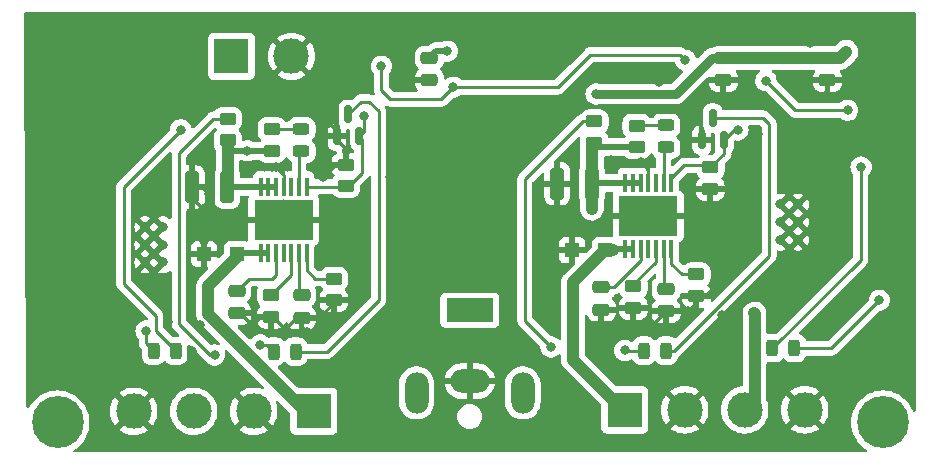
<source format=gbr>
%TF.GenerationSoftware,KiCad,Pcbnew,7.0.7*%
%TF.CreationDate,2024-03-31T21:20:54-04:00*%
%TF.ProjectId,4ch-driver-v0,3463682d-6472-4697-9665-722d76302e6b,rev?*%
%TF.SameCoordinates,Original*%
%TF.FileFunction,Copper,L2,Bot*%
%TF.FilePolarity,Positive*%
%FSLAX46Y46*%
G04 Gerber Fmt 4.6, Leading zero omitted, Abs format (unit mm)*
G04 Created by KiCad (PCBNEW 7.0.7) date 2024-03-31 21:20:54*
%MOMM*%
%LPD*%
G01*
G04 APERTURE LIST*
G04 Aperture macros list*
%AMRoundRect*
0 Rectangle with rounded corners*
0 $1 Rounding radius*
0 $2 $3 $4 $5 $6 $7 $8 $9 X,Y pos of 4 corners*
0 Add a 4 corners polygon primitive as box body*
4,1,4,$2,$3,$4,$5,$6,$7,$8,$9,$2,$3,0*
0 Add four circle primitives for the rounded corners*
1,1,$1+$1,$2,$3*
1,1,$1+$1,$4,$5*
1,1,$1+$1,$6,$7*
1,1,$1+$1,$8,$9*
0 Add four rect primitives between the rounded corners*
20,1,$1+$1,$2,$3,$4,$5,0*
20,1,$1+$1,$4,$5,$6,$7,0*
20,1,$1+$1,$6,$7,$8,$9,0*
20,1,$1+$1,$8,$9,$2,$3,0*%
G04 Aperture macros list end*
%TA.AperFunction,ComponentPad*%
%ADD10C,4.400000*%
%TD*%
%TA.AperFunction,ComponentPad*%
%ADD11C,0.800000*%
%TD*%
%TA.AperFunction,ComponentPad*%
%ADD12R,3.000000X3.000000*%
%TD*%
%TA.AperFunction,ComponentPad*%
%ADD13C,3.000000*%
%TD*%
%TA.AperFunction,SMDPad,CuDef*%
%ADD14RoundRect,0.250000X0.475000X-0.250000X0.475000X0.250000X-0.475000X0.250000X-0.475000X-0.250000X0*%
%TD*%
%TA.AperFunction,SMDPad,CuDef*%
%ADD15RoundRect,0.250000X0.450000X-0.262500X0.450000X0.262500X-0.450000X0.262500X-0.450000X-0.262500X0*%
%TD*%
%TA.AperFunction,ComponentPad*%
%ADD16R,4.000000X2.000000*%
%TD*%
%TA.AperFunction,ComponentPad*%
%ADD17O,3.300000X2.000000*%
%TD*%
%TA.AperFunction,ComponentPad*%
%ADD18O,2.000000X3.500000*%
%TD*%
%TA.AperFunction,SMDPad,CuDef*%
%ADD19R,1.200000X1.200000*%
%TD*%
%TA.AperFunction,SMDPad,CuDef*%
%ADD20RoundRect,0.150000X0.150000X-0.587500X0.150000X0.587500X-0.150000X0.587500X-0.150000X-0.587500X0*%
%TD*%
%TA.AperFunction,SMDPad,CuDef*%
%ADD21RoundRect,0.243750X0.456250X-0.243750X0.456250X0.243750X-0.456250X0.243750X-0.456250X-0.243750X0*%
%TD*%
%TA.AperFunction,SMDPad,CuDef*%
%ADD22R,0.300000X1.600000*%
%TD*%
%TA.AperFunction,SMDPad,CuDef*%
%ADD23R,5.000000X3.400000*%
%TD*%
%TA.AperFunction,SMDPad,CuDef*%
%ADD24RoundRect,0.243750X0.243750X0.456250X-0.243750X0.456250X-0.243750X-0.456250X0.243750X-0.456250X0*%
%TD*%
%TA.AperFunction,SMDPad,CuDef*%
%ADD25RoundRect,0.243750X-0.243750X-0.456250X0.243750X-0.456250X0.243750X0.456250X-0.243750X0.456250X0*%
%TD*%
%TA.AperFunction,SMDPad,CuDef*%
%ADD26RoundRect,0.250000X0.325000X1.100000X-0.325000X1.100000X-0.325000X-1.100000X0.325000X-1.100000X0*%
%TD*%
%TA.AperFunction,SMDPad,CuDef*%
%ADD27RoundRect,0.250000X-0.450000X0.262500X-0.450000X-0.262500X0.450000X-0.262500X0.450000X0.262500X0*%
%TD*%
%TA.AperFunction,ViaPad*%
%ADD28C,0.800000*%
%TD*%
%TA.AperFunction,Conductor*%
%ADD29C,0.500000*%
%TD*%
%TA.AperFunction,Conductor*%
%ADD30C,1.000000*%
%TD*%
%TA.AperFunction,Conductor*%
%ADD31C,0.250000*%
%TD*%
%TA.AperFunction,Conductor*%
%ADD32C,0.720000*%
%TD*%
G04 APERTURE END LIST*
D10*
%TO.P,H1,1*%
%TO.N,N/C*%
X179040000Y-118180000D03*
%TD*%
D11*
%TO.P,U3,16*%
%TO.N,GND*%
X116550000Y-101630000D03*
%TO.P,U3,17*%
X118050000Y-101630000D03*
%TO.P,U3,18*%
X116550000Y-103130000D03*
%TO.P,U3,19*%
X118050000Y-103130000D03*
%TO.P,U3,20*%
X116550000Y-104630000D03*
%TO.P,U3,21*%
X118050000Y-104630000D03*
%TD*%
%TO.P,U5,16*%
%TO.N,GND*%
X170344000Y-99724000D03*
%TO.P,U5,17*%
X171844000Y-99724000D03*
%TO.P,U5,18*%
X170344000Y-101224000D03*
%TO.P,U5,19*%
X171844000Y-101224000D03*
%TO.P,U5,20*%
X170344000Y-102724000D03*
%TO.P,U5,21*%
X171844000Y-102724000D03*
%TD*%
D10*
%TO.P,H2,1*%
%TO.N,N/C*%
X109140000Y-118180000D03*
%TD*%
D12*
%TO.P,J2,1,Pin_1*%
%TO.N,/inverted_signal/out4*%
X157170000Y-117120000D03*
D13*
%TO.P,J2,2,Pin_2*%
%TO.N,GND*%
X162250000Y-117120000D03*
%TO.P,J2,3,Pin_3*%
%TO.N,/inverted_signal/out3*%
X167330000Y-117120000D03*
%TO.P,J2,4,Pin_4*%
%TO.N,GND*%
X172410000Y-117120000D03*
%TD*%
D14*
%TO.P,C3,1*%
%TO.N,GND*%
X124310000Y-108940000D03*
%TO.P,C3,2*%
%TO.N,Net-(U1-BOOT)*%
X124310000Y-107040000D03*
%TD*%
D15*
%TO.P,R17,1*%
%TO.N,GND*%
X164418000Y-98402500D03*
%TO.P,R17,2*%
%TO.N,/inverted_signal/in_term4*%
X164418000Y-96577500D03*
%TD*%
%TO.P,R19,1*%
%TO.N,GND*%
X157898000Y-108486500D03*
%TO.P,R19,2*%
%TO.N,/inverted_signal/freq4*%
X157898000Y-106661500D03*
%TD*%
D16*
%TO.P,J1,1*%
%TO.N,/12V_IN*%
X144040000Y-108680000D03*
D17*
%TO.P,J1,2*%
%TO.N,GND*%
X144040000Y-114680000D03*
D18*
%TO.P,J1,MP*%
%TO.N,N/C*%
X148540000Y-115680000D03*
X139540000Y-115680000D03*
%TD*%
D19*
%TO.P,D10,1,K*%
%TO.N,/inverted_signal/out4*%
X155525500Y-103610000D03*
%TO.P,D10,2,A*%
%TO.N,GND*%
X152725500Y-103610000D03*
%TD*%
D15*
%TO.P,R6,1*%
%TO.N,GND*%
X127240000Y-109222500D03*
%TO.P,R6,2*%
%TO.N,/freq1*%
X127240000Y-107397500D03*
%TD*%
D20*
%TO.P,Q1,1,G*%
%TO.N,/in_term1*%
X134700000Y-93957500D03*
%TO.P,Q1,2,S*%
%TO.N,GND*%
X132800000Y-93957500D03*
%TO.P,Q1,3,D*%
%TO.N,Net-(D1-K)*%
X133750000Y-92082500D03*
%TD*%
D14*
%TO.P,C18,1*%
%TO.N,GND*%
X174330000Y-89210000D03*
%TO.P,C18,2*%
%TO.N,+5V*%
X174330000Y-87310000D03*
%TD*%
D15*
%TO.P,R21,1*%
%TO.N,+12V*%
X154596000Y-94516500D03*
%TO.P,R21,2*%
%TO.N,Net-(D12-A)*%
X154596000Y-92691500D03*
%TD*%
%TO.P,R1,1*%
%TO.N,+12V*%
X123550000Y-94302500D03*
%TO.P,R1,2*%
%TO.N,Net-(D1-A)*%
X123550000Y-92477500D03*
%TD*%
D21*
%TO.P,D2,1,K*%
%TO.N,/fault1*%
X129790000Y-95207500D03*
%TO.P,D2,2,A*%
%TO.N,Net-(D2-A)*%
X129790000Y-93332500D03*
%TD*%
D15*
%TO.P,R3,1*%
%TO.N,+12V*%
X127290000Y-95182500D03*
%TO.P,R3,2*%
%TO.N,Net-(D2-A)*%
X127290000Y-93357500D03*
%TD*%
D22*
%TO.P,U6,1,DUTY_CYCLE_ADJ*%
%TO.N,/inverted_signal/duty4*%
X161118000Y-103510000D03*
%TO.P,U6,2,DELAY_ADJ*%
%TO.N,/inverted_signal/delay4*%
X160468000Y-103510000D03*
%TO.P,U6,3,OSC_FREQ_ADJ*%
%TO.N,/inverted_signal/freq4*%
X159818000Y-103510000D03*
%TO.P,U6,4,MASTER*%
%TO.N,unconnected-(U6-MASTER-Pad4)*%
X159168000Y-103510000D03*
%TO.P,U6,5,BOOT*%
%TO.N,Net-(U6-BOOT)*%
X158518000Y-103510000D03*
%TO.P,U6,6,OUT1*%
%TO.N,/inverted_signal/out4*%
X157868000Y-103510000D03*
%TO.P,U6,7,OUT2*%
X157218000Y-103510000D03*
%TO.P,U6,8,VPS2*%
%TO.N,+12V*%
X157218000Y-97910000D03*
%TO.P,U6,9,VPS1*%
X157868000Y-97910000D03*
%TO.P,U6,10,+VS*%
X158518000Y-97910000D03*
%TO.P,U6,11,GND*%
%TO.N,GND*%
X159168000Y-97910000D03*
%TO.P,U6,12,SYNC*%
%TO.N,unconnected-(U6-SYNC-Pad12)*%
X159818000Y-97910000D03*
%TO.P,U6,13,STATUS_OK_FLAG*%
%TO.N,/inverted_signal/fault4*%
X160468000Y-97910000D03*
%TO.P,U6,14,INPUT*%
%TO.N,/inverted_signal/in_term4*%
X161118000Y-97910000D03*
D23*
%TO.P,U6,15,EPAD*%
%TO.N,GND*%
X159168000Y-100710000D03*
D11*
%TO.P,U6,16*%
X160668000Y-101460000D03*
%TO.P,U6,17*%
X160668000Y-99960000D03*
%TO.P,U6,18*%
X159168000Y-101460000D03*
%TO.P,U6,19*%
X159168000Y-99960000D03*
%TO.P,U6,20*%
X157668000Y-101460000D03*
%TO.P,U6,21*%
X157668000Y-99960000D03*
%TD*%
D14*
%TO.P,C10,1*%
%TO.N,GND*%
X140626000Y-89220000D03*
%TO.P,C10,2*%
%TO.N,+5V*%
X140626000Y-87320000D03*
%TD*%
D12*
%TO.P,J4,1,Pin_1*%
%TO.N,/in*%
X123870000Y-87180000D03*
D13*
%TO.P,J4,2,Pin_2*%
%TO.N,GND*%
X128950000Y-87180000D03*
%TD*%
D14*
%TO.P,C2,1*%
%TO.N,GND*%
X129800000Y-109300000D03*
%TO.P,C2,2*%
%TO.N,/delay1*%
X129800000Y-107400000D03*
%TD*%
D19*
%TO.P,D3,1,K*%
%TO.N,/out1*%
X124337500Y-103920000D03*
%TO.P,D3,2,A*%
%TO.N,GND*%
X121537500Y-103920000D03*
%TD*%
D24*
%TO.P,D1,1,K*%
%TO.N,Net-(D1-K)*%
X129317500Y-112180000D03*
%TO.P,D1,2,A*%
%TO.N,Net-(D1-A)*%
X127442500Y-112180000D03*
%TD*%
D12*
%TO.P,J3,1,Pin_1*%
%TO.N,/out1*%
X130840000Y-117230000D03*
D13*
%TO.P,J3,2,Pin_2*%
%TO.N,GND*%
X125760000Y-117230000D03*
%TO.P,J3,3,Pin_3*%
%TO.N,/out2*%
X120680000Y-117230000D03*
%TO.P,J3,4,Pin_4*%
%TO.N,GND*%
X115600000Y-117230000D03*
%TD*%
D22*
%TO.P,U1,1,DUTY_CYCLE_ADJ*%
%TO.N,/duty1*%
X130240000Y-103820000D03*
%TO.P,U1,2,DELAY_ADJ*%
%TO.N,/delay1*%
X129590000Y-103820000D03*
%TO.P,U1,3,OSC_FREQ_ADJ*%
%TO.N,/freq1*%
X128940000Y-103820000D03*
%TO.P,U1,4,MASTER*%
%TO.N,unconnected-(U1-MASTER-Pad4)*%
X128290000Y-103820000D03*
%TO.P,U1,5,BOOT*%
%TO.N,Net-(U1-BOOT)*%
X127640000Y-103820000D03*
%TO.P,U1,6,OUT1*%
%TO.N,/out1*%
X126990000Y-103820000D03*
%TO.P,U1,7,OUT2*%
X126340000Y-103820000D03*
%TO.P,U1,8,VPS2*%
%TO.N,+12V*%
X126340000Y-98220000D03*
%TO.P,U1,9,VPS1*%
X126990000Y-98220000D03*
%TO.P,U1,10,+VS*%
X127640000Y-98220000D03*
%TO.P,U1,11,GND*%
%TO.N,GND*%
X128290000Y-98220000D03*
%TO.P,U1,12,SYNC*%
%TO.N,unconnected-(U1-SYNC-Pad12)*%
X128940000Y-98220000D03*
%TO.P,U1,13,STATUS_OK_FLAG*%
%TO.N,/fault1*%
X129590000Y-98220000D03*
%TO.P,U1,14,INPUT*%
%TO.N,/in_term1*%
X130240000Y-98220000D03*
D23*
%TO.P,U1,15,EPAD*%
%TO.N,GND*%
X128290000Y-101020000D03*
D11*
%TO.P,U1,16*%
X129790000Y-101770000D03*
%TO.P,U1,17*%
X129790000Y-100270000D03*
%TO.P,U1,18*%
X128290000Y-101770000D03*
%TO.P,U1,19*%
X128290000Y-100270000D03*
%TO.P,U1,20*%
X126790000Y-101770000D03*
%TO.P,U1,21*%
X126790000Y-100270000D03*
%TD*%
D15*
%TO.P,R18,1*%
%TO.N,GND*%
X163232000Y-107470500D03*
%TO.P,R18,2*%
%TO.N,/inverted_signal/duty4*%
X163232000Y-105645500D03*
%TD*%
D25*
%TO.P,D11,1,K*%
%TO.N,Net-(D11-K)*%
X169660500Y-111892000D03*
%TO.P,D11,2,A*%
%TO.N,Net-(D11-A)*%
X171535500Y-111892000D03*
%TD*%
D24*
%TO.P,D12,1,K*%
%TO.N,Net-(D12-K)*%
X160665500Y-112100000D03*
%TO.P,D12,2,A*%
%TO.N,Net-(D12-A)*%
X158790500Y-112100000D03*
%TD*%
%TO.P,D4,1,K*%
%TO.N,Net-(D4-K)*%
X119157500Y-112130000D03*
%TO.P,D4,2,A*%
%TO.N,Net-(D4-A)*%
X117282500Y-112130000D03*
%TD*%
D15*
%TO.P,R5,1*%
%TO.N,GND*%
X132540000Y-107832500D03*
%TO.P,R5,2*%
%TO.N,/duty1*%
X132540000Y-106007500D03*
%TD*%
D14*
%TO.P,C15,1*%
%TO.N,GND*%
X155188000Y-108630000D03*
%TO.P,C15,2*%
%TO.N,Net-(U6-BOOT)*%
X155188000Y-106730000D03*
%TD*%
D26*
%TO.P,C4,1*%
%TO.N,+12V*%
X123515000Y-98270000D03*
%TO.P,C4,2*%
%TO.N,GND*%
X120565000Y-98270000D03*
%TD*%
D14*
%TO.P,C17,1*%
%TO.N,GND*%
X165518000Y-89220000D03*
%TO.P,C17,2*%
%TO.N,+5V*%
X165518000Y-87320000D03*
%TD*%
D15*
%TO.P,R16,1*%
%TO.N,+12V*%
X158168000Y-94872500D03*
%TO.P,R16,2*%
%TO.N,Net-(D9-A)*%
X158168000Y-93047500D03*
%TD*%
D14*
%TO.P,C14,1*%
%TO.N,GND*%
X160668000Y-108778000D03*
%TO.P,C14,2*%
%TO.N,/inverted_signal/delay4*%
X160668000Y-106878000D03*
%TD*%
D20*
%TO.P,Q4,1,G*%
%TO.N,/inverted_signal/in_term4*%
X165578000Y-94287500D03*
%TO.P,Q4,2,S*%
%TO.N,GND*%
X163678000Y-94287500D03*
%TO.P,Q4,3,D*%
%TO.N,Net-(D12-K)*%
X164628000Y-92412500D03*
%TD*%
D21*
%TO.P,D9,1,K*%
%TO.N,/inverted_signal/fault4*%
X160668000Y-94897500D03*
%TO.P,D9,2,A*%
%TO.N,Net-(D9-A)*%
X160668000Y-93022500D03*
%TD*%
D26*
%TO.P,C16,1*%
%TO.N,+12V*%
X154393000Y-97960000D03*
%TO.P,C16,2*%
%TO.N,GND*%
X151443000Y-97960000D03*
%TD*%
D27*
%TO.P,R4,1*%
%TO.N,GND*%
X133540000Y-96357500D03*
%TO.P,R4,2*%
%TO.N,/in_term1*%
X133540000Y-98182500D03*
%TD*%
D28*
%TO.N,+12V*%
X125220000Y-95182500D03*
X154380000Y-100080000D03*
%TO.N,GND*%
X131410000Y-109130000D03*
X125610000Y-109930000D03*
X120540000Y-112140000D03*
X118520000Y-109680000D03*
X110230000Y-110630000D03*
X121950000Y-98850000D03*
X175550000Y-101100000D03*
X154210000Y-85470000D03*
X160080000Y-89360000D03*
X121900000Y-94390000D03*
X152770000Y-91550000D03*
X160090000Y-91680000D03*
X144440000Y-88040000D03*
X162800000Y-98370000D03*
X112570000Y-96620000D03*
X165390000Y-112070000D03*
X162760000Y-100180000D03*
X170820000Y-94670000D03*
X108790000Y-100100000D03*
X121240000Y-109950000D03*
X162560000Y-108710000D03*
X138990000Y-95190000D03*
X162790000Y-103080000D03*
X121490000Y-100100000D03*
X168420000Y-93790000D03*
X169880000Y-109230000D03*
X152760000Y-95450000D03*
X137270000Y-97400000D03*
X115700000Y-95310000D03*
X155200000Y-109960000D03*
X177460000Y-88080000D03*
X138100000Y-86740000D03*
X111590000Y-109230000D03*
X149050000Y-88360000D03*
X156560000Y-88640000D03*
X108550000Y-102030000D03*
X138848000Y-89794000D03*
X172840000Y-90240000D03*
X134240000Y-107880000D03*
X133640000Y-95110000D03*
X108600000Y-104950000D03*
X170820000Y-97630000D03*
X128390000Y-110240000D03*
X116570000Y-99500000D03*
X155970000Y-95950000D03*
X159470000Y-109940000D03*
X162580000Y-94280000D03*
X127650000Y-96550000D03*
X164270000Y-90390000D03*
X175150000Y-97610000D03*
X114060000Y-95340000D03*
X174330000Y-90420000D03*
X132150000Y-92820000D03*
X130250000Y-110500000D03*
X147270000Y-90900000D03*
X165410000Y-109060000D03*
X172860000Y-86050000D03*
X115800000Y-109030000D03*
X121530000Y-102850000D03*
X157880000Y-109860000D03*
X165510000Y-90570000D03*
X158528000Y-96170000D03*
X131620000Y-97360000D03*
X165400000Y-106060000D03*
X170820000Y-105310000D03*
%TO.N,+5V*%
X142150000Y-86746000D03*
X154730000Y-90370000D03*
X175940000Y-86790000D03*
X168110000Y-87310000D03*
%TO.N,Net-(D1-A)*%
X122440000Y-112480000D03*
X126320000Y-111620000D03*
%TO.N,Net-(D4-K)*%
X119580000Y-93400000D03*
%TO.N,Net-(D4-A)*%
X116630000Y-110430000D03*
%TO.N,/in_term1*%
X135100000Y-92240000D03*
%TO.N,/inverted_signal/out3*%
X168150000Y-108950000D03*
%TO.N,Net-(D11-K)*%
X177180000Y-96560000D03*
%TO.N,Net-(D11-A)*%
X178720000Y-107830000D03*
%TO.N,Net-(D12-A)*%
X150920000Y-111790000D03*
X157180000Y-112080000D03*
%TO.N,/inverted_signal/in_term4*%
X166740000Y-93420000D03*
%TO.N,in_sig*%
X142658000Y-89794000D03*
X162310000Y-87510000D03*
X136562000Y-88016000D03*
%TO.N,/inverted_signal/inverted*%
X176040000Y-91750000D03*
X169120000Y-89250000D03*
%TD*%
D29*
%TO.N,+12V*%
X125220000Y-95182500D02*
X123540000Y-95182500D01*
D30*
X154380000Y-100080000D02*
X154380000Y-97973000D01*
D29*
X127290000Y-95182500D02*
X125220000Y-95182500D01*
D30*
X154418000Y-94694500D02*
X154596000Y-94516500D01*
X154418000Y-97885000D02*
X154418000Y-94694500D01*
X154380000Y-97973000D02*
X154393000Y-97960000D01*
D29*
X158168000Y-94872500D02*
X154418000Y-94872500D01*
X154443000Y-97910000D02*
X158418000Y-97910000D01*
X123565000Y-98220000D02*
X127540000Y-98220000D01*
D30*
X123540000Y-95182500D02*
X123540000Y-94432500D01*
D31*
X123515000Y-98270000D02*
X123565000Y-98220000D01*
D30*
X123540000Y-98195000D02*
X123540000Y-94432500D01*
D31*
X154393000Y-97960000D02*
X154443000Y-97910000D01*
%TO.N,GND*%
X162587500Y-94287500D02*
X162580000Y-94280000D01*
X132622500Y-96357500D02*
X131620000Y-97360000D01*
X163678000Y-94287500D02*
X162587500Y-94287500D01*
X127660000Y-96550000D02*
X127690000Y-96520000D01*
X129800000Y-109300000D02*
X129330000Y-109300000D01*
X165410000Y-112050000D02*
X165390000Y-112070000D01*
D29*
X165410000Y-109060000D02*
X165410000Y-112050000D01*
D31*
X131240000Y-109300000D02*
X131410000Y-109130000D01*
X121537500Y-102857500D02*
X121530000Y-102850000D01*
X124620000Y-108940000D02*
X125610000Y-109930000D01*
X158528000Y-96170000D02*
X158568000Y-96210000D01*
X120565000Y-98270000D02*
X120565000Y-95725000D01*
X163989500Y-107470500D02*
X165400000Y-106060000D01*
X126317500Y-109222500D02*
X125610000Y-109930000D01*
X129800000Y-110050000D02*
X130250000Y-110500000D01*
X133540000Y-96357500D02*
X132622500Y-96357500D01*
X159168000Y-96810000D02*
X158528000Y-96170000D01*
X124310000Y-108940000D02*
X124620000Y-108940000D01*
X165518000Y-89220000D02*
X165518000Y-90562000D01*
X155188000Y-108630000D02*
X155188000Y-109948000D01*
X162832500Y-98402500D02*
X162800000Y-98370000D01*
X163232000Y-108038000D02*
X162560000Y-108710000D01*
X120565000Y-98270000D02*
X121370000Y-98270000D01*
X120565000Y-98270000D02*
X120565000Y-99175000D01*
X157898000Y-108486500D02*
X157898000Y-109842000D01*
X120565000Y-95725000D02*
X121900000Y-94390000D01*
X139356000Y-89286000D02*
X140560000Y-89286000D01*
X160632000Y-108778000D02*
X159470000Y-109940000D01*
X163232000Y-107470500D02*
X163232000Y-108038000D01*
X162492000Y-108778000D02*
X162560000Y-108710000D01*
X132540000Y-108000000D02*
X131410000Y-109130000D01*
X127650000Y-96550000D02*
X127660000Y-96550000D01*
X159168000Y-97910000D02*
X159168000Y-96810000D01*
X134192500Y-107832500D02*
X134240000Y-107880000D01*
X128290000Y-97190000D02*
X128290000Y-98220000D01*
X129800000Y-109300000D02*
X129800000Y-110050000D01*
X127372500Y-109222500D02*
X128390000Y-110240000D01*
X140560000Y-89286000D02*
X140626000Y-89220000D01*
X121537500Y-103920000D02*
X121537500Y-102857500D01*
X174330000Y-89210000D02*
X174330000Y-90420000D01*
X138848000Y-89794000D02*
X139356000Y-89286000D01*
X132540000Y-107832500D02*
X134192500Y-107832500D01*
X160668000Y-108778000D02*
X162492000Y-108778000D01*
X163232000Y-107470500D02*
X163989500Y-107470500D01*
X127240000Y-109222500D02*
X126317500Y-109222500D01*
X132800000Y-93957500D02*
X132800000Y-93470000D01*
X132800000Y-93957500D02*
X132800000Y-94270000D01*
X129330000Y-109300000D02*
X128390000Y-110240000D01*
X132540000Y-107832500D02*
X132540000Y-108000000D01*
X129800000Y-109300000D02*
X131240000Y-109300000D01*
X157898000Y-109842000D02*
X157880000Y-109860000D01*
X160668000Y-108778000D02*
X160632000Y-108778000D01*
X165518000Y-90562000D02*
X165510000Y-90570000D01*
X132800000Y-93470000D02*
X132150000Y-92820000D01*
X133540000Y-95210000D02*
X133640000Y-95110000D01*
X155188000Y-109948000D02*
X155200000Y-109960000D01*
X164418000Y-98402500D02*
X162832500Y-98402500D01*
X127240000Y-109222500D02*
X127372500Y-109222500D01*
X120565000Y-99175000D02*
X121490000Y-100100000D01*
X121370000Y-98270000D02*
X121950000Y-98850000D01*
X133540000Y-96357500D02*
X133540000Y-95210000D01*
X127650000Y-96550000D02*
X128290000Y-97190000D01*
X132800000Y-94270000D02*
X133640000Y-95110000D01*
%TO.N,/delay1*%
X129800000Y-107400000D02*
X129590000Y-107190000D01*
X129590000Y-107190000D02*
X129590000Y-103820000D01*
%TO.N,Net-(U1-BOOT)*%
X127290000Y-106020000D02*
X127640000Y-105670000D01*
X124310000Y-107040000D02*
X125330000Y-106020000D01*
X125330000Y-106020000D02*
X127290000Y-106020000D01*
X127640000Y-105670000D02*
X127640000Y-103820000D01*
%TO.N,+5V*%
X165528000Y-87310000D02*
X165518000Y-87320000D01*
D30*
X168110000Y-87310000D02*
X165528000Y-87310000D01*
D32*
X161520000Y-90370000D02*
X164570000Y-87320000D01*
D30*
X174330000Y-87310000D02*
X175420000Y-87310000D01*
D32*
X154730000Y-90370000D02*
X161520000Y-90370000D01*
D30*
X175420000Y-87310000D02*
X175940000Y-86790000D01*
X174330000Y-87310000D02*
X168110000Y-87310000D01*
D29*
X141200000Y-86746000D02*
X140626000Y-87320000D01*
X142150000Y-86746000D02*
X141200000Y-86746000D01*
D32*
X164570000Y-87320000D02*
X165518000Y-87320000D01*
D31*
%TO.N,Net-(D1-K)*%
X136320000Y-107810000D02*
X131950000Y-112180000D01*
X133750000Y-92082500D02*
X134802500Y-91030000D01*
X134802500Y-91030000D02*
X135540000Y-91030000D01*
X131950000Y-112180000D02*
X129317500Y-112180000D01*
X136320000Y-91810000D02*
X136320000Y-107810000D01*
X135540000Y-91030000D02*
X136320000Y-91810000D01*
%TO.N,Net-(D1-A)*%
X126882500Y-111620000D02*
X127442500Y-112180000D01*
X119430000Y-95380000D02*
X119430000Y-109840000D01*
X122070000Y-112480000D02*
X122440000Y-112480000D01*
X122332500Y-92477500D02*
X119430000Y-95380000D01*
X126320000Y-111620000D02*
X126882500Y-111620000D01*
X123550000Y-92477500D02*
X122332500Y-92477500D01*
X119430000Y-109840000D02*
X122070000Y-112480000D01*
%TO.N,/fault1*%
X129590000Y-95407500D02*
X129790000Y-95207500D01*
X129590000Y-98220000D02*
X129590000Y-95407500D01*
%TO.N,Net-(D2-A)*%
X127315000Y-93332500D02*
X129790000Y-93332500D01*
X127290000Y-93357500D02*
X127315000Y-93332500D01*
D30*
%TO.N,/out1*%
X121890000Y-109040000D02*
X130080000Y-117230000D01*
X121890000Y-106640000D02*
X121890000Y-109040000D01*
X124337500Y-103920000D02*
X124337500Y-104192500D01*
X130080000Y-117230000D02*
X130840000Y-117230000D01*
D29*
X126790000Y-103820000D02*
X126240000Y-103820000D01*
D30*
X124337500Y-104192500D02*
X121890000Y-106640000D01*
D29*
X124437500Y-103820000D02*
X124337500Y-103920000D01*
X126340000Y-103820000D02*
X124437500Y-103820000D01*
D31*
%TO.N,Net-(D4-K)*%
X114740000Y-98240000D02*
X119580000Y-93400000D01*
X117460000Y-110432500D02*
X117460000Y-109150000D01*
X114740000Y-106430000D02*
X114740000Y-98240000D01*
X119157500Y-112130000D02*
X117460000Y-110432500D01*
X117460000Y-109150000D02*
X114740000Y-106430000D01*
%TO.N,Net-(D4-A)*%
X116630000Y-110430000D02*
X116630000Y-111477500D01*
X116630000Y-111477500D02*
X117282500Y-112130000D01*
%TO.N,/in_term1*%
X134900000Y-94157500D02*
X134900000Y-97070000D01*
X135100000Y-93557500D02*
X134700000Y-93957500D01*
X135100000Y-92240000D02*
X135100000Y-93557500D01*
X133787500Y-98182500D02*
X133540000Y-98182500D01*
X133502500Y-98220000D02*
X130240000Y-98220000D01*
X134900000Y-97070000D02*
X133787500Y-98182500D01*
X134700000Y-93957500D02*
X134900000Y-94157500D01*
%TO.N,/duty1*%
X132540000Y-106007500D02*
X130940000Y-106007500D01*
X130240000Y-105307500D02*
X130240000Y-103820000D01*
X130940000Y-106007500D02*
X130240000Y-105307500D01*
%TO.N,/freq1*%
X128940000Y-105697500D02*
X128940000Y-103820000D01*
X126952500Y-107685000D02*
X128940000Y-105697500D01*
%TO.N,/inverted_signal/delay4*%
X160468000Y-106460000D02*
X160468000Y-103510000D01*
X160668000Y-106660000D02*
X160468000Y-106460000D01*
%TO.N,Net-(U6-BOOT)*%
X155188000Y-106730000D02*
X156248000Y-106730000D01*
X156248000Y-106730000D02*
X158518000Y-104460000D01*
X158518000Y-104460000D02*
X158518000Y-103510000D01*
D30*
%TO.N,/inverted_signal/out3*%
X168150000Y-108950000D02*
X168160000Y-108960000D01*
X168160000Y-108960000D02*
X168160000Y-116290000D01*
X168160000Y-116290000D02*
X167330000Y-117120000D01*
D31*
%TO.N,/inverted_signal/fault4*%
X160468000Y-95097500D02*
X160468000Y-97910000D01*
X160668000Y-94897500D02*
X160468000Y-95097500D01*
%TO.N,Net-(D9-A)*%
X160668000Y-93022500D02*
X158193000Y-93022500D01*
X158193000Y-93022500D02*
X158168000Y-93047500D01*
D29*
%TO.N,/inverted_signal/out4*%
X157668000Y-103510000D02*
X157118000Y-103510000D01*
D30*
X157030000Y-117120000D02*
X157170000Y-117120000D01*
X152768000Y-112858000D02*
X157030000Y-117120000D01*
D31*
X156078000Y-103650000D02*
X156138000Y-103590000D01*
D30*
X156138000Y-103590000D02*
X156168000Y-103560000D01*
X152768000Y-106330000D02*
X152768000Y-112858000D01*
X155525500Y-103610000D02*
X155488000Y-103610000D01*
X155488000Y-103610000D02*
X152768000Y-106330000D01*
D29*
X157218000Y-103510000D02*
X156218000Y-103510000D01*
D31*
%TO.N,Net-(D11-K)*%
X177150000Y-96590000D02*
X177180000Y-96560000D01*
X169660500Y-111892000D02*
X177150000Y-104402500D01*
X177150000Y-104402500D02*
X177150000Y-96590000D01*
%TO.N,Net-(D11-A)*%
X171535500Y-111892000D02*
X174658000Y-111892000D01*
X174658000Y-111892000D02*
X178720000Y-107830000D01*
%TO.N,Net-(D12-K)*%
X161350000Y-112100000D02*
X164685000Y-108765000D01*
X168900000Y-92390000D02*
X164650500Y-92390000D01*
X169390000Y-92880000D02*
X168900000Y-92390000D01*
X165109695Y-108335000D02*
X165115000Y-108335000D01*
X165115000Y-108335000D02*
X169390000Y-104060000D01*
X164685000Y-108765000D02*
X164685000Y-108759695D01*
X164650500Y-92390000D02*
X164628000Y-92412500D01*
X169390000Y-104060000D02*
X169390000Y-92880000D01*
X160665500Y-112100000D02*
X161350000Y-112100000D01*
X164685000Y-108759695D02*
X165109695Y-108335000D01*
%TO.N,Net-(D12-A)*%
X150920000Y-111790000D02*
X148700000Y-109570000D01*
X158790500Y-112100000D02*
X157200000Y-112100000D01*
X153618500Y-92691500D02*
X154596000Y-92691500D01*
X148700000Y-109570000D02*
X148700000Y-97610000D01*
X148700000Y-97610000D02*
X153618500Y-92691500D01*
X157200000Y-112100000D02*
X157180000Y-112080000D01*
%TO.N,/inverted_signal/in_term4*%
X161118000Y-97496000D02*
X162216000Y-96398000D01*
X165565750Y-94299750D02*
X165578000Y-94287500D01*
X164418000Y-96577500D02*
X165565750Y-95429750D01*
X161118000Y-97910000D02*
X161118000Y-97496000D01*
X162216000Y-96398000D02*
X164238500Y-96398000D01*
X165565750Y-95429750D02*
X165565750Y-94299750D01*
X166740000Y-93420000D02*
X166445500Y-93420000D01*
X164238500Y-96398000D02*
X164418000Y-96577500D01*
X165565750Y-95429750D02*
X165578000Y-95417500D01*
X166445500Y-93420000D02*
X165578000Y-94287500D01*
%TO.N,/inverted_signal/duty4*%
X161118000Y-104780000D02*
X161118000Y-103510000D01*
X163232000Y-105645500D02*
X161983500Y-105645500D01*
X161983500Y-105645500D02*
X161118000Y-104780000D01*
%TO.N,/inverted_signal/freq4*%
X159818000Y-103510000D02*
X159818000Y-104560000D01*
X157898000Y-106480000D02*
X157898000Y-106661500D01*
X159818000Y-104560000D02*
X157898000Y-106480000D01*
%TO.N,in_sig*%
X142658000Y-89794000D02*
X141642000Y-90810000D01*
X151486000Y-89794000D02*
X154240000Y-87040000D01*
X136562000Y-90048000D02*
X136562000Y-88016000D01*
X141642000Y-90810000D02*
X137324000Y-90810000D01*
X154240000Y-87040000D02*
X161840000Y-87040000D01*
X137324000Y-90810000D02*
X136562000Y-90048000D01*
X161840000Y-87040000D02*
X162310000Y-87510000D01*
X142658000Y-89794000D02*
X151486000Y-89794000D01*
%TO.N,/inverted_signal/inverted*%
X169120000Y-89250000D02*
X171620000Y-91750000D01*
X171620000Y-91750000D02*
X176040000Y-91750000D01*
%TD*%
%TA.AperFunction,Conductor*%
%TO.N,GND*%
G36*
X122539944Y-93257158D02*
G01*
X122584291Y-93285659D01*
X122597070Y-93298438D01*
X122600953Y-93302321D01*
X122634436Y-93363646D01*
X122629449Y-93433337D01*
X122600951Y-93477681D01*
X122507287Y-93571345D01*
X122415187Y-93720663D01*
X122415185Y-93720668D01*
X122402593Y-93758670D01*
X122360001Y-93887203D01*
X122360001Y-93887204D01*
X122360000Y-93887204D01*
X122349500Y-93989983D01*
X122349500Y-94615001D01*
X122349501Y-94615019D01*
X122360000Y-94717796D01*
X122360001Y-94717799D01*
X122415185Y-94884331D01*
X122415187Y-94884336D01*
X122507290Y-95033659D01*
X122511766Y-95039319D01*
X122509495Y-95041114D01*
X122536666Y-95090872D01*
X122539500Y-95117230D01*
X122539500Y-96759867D01*
X122521040Y-96824961D01*
X122505187Y-96850663D01*
X122505186Y-96850665D01*
X122480089Y-96926403D01*
X122450001Y-97017203D01*
X122450001Y-97017204D01*
X122450000Y-97017204D01*
X122439500Y-97119983D01*
X122439500Y-99420001D01*
X122439501Y-99420018D01*
X122450000Y-99522796D01*
X122450001Y-99522799D01*
X122492919Y-99652315D01*
X122505186Y-99689334D01*
X122597288Y-99838656D01*
X122721344Y-99962712D01*
X122870666Y-100054814D01*
X123037203Y-100109999D01*
X123139991Y-100120500D01*
X123890008Y-100120499D01*
X123890016Y-100120498D01*
X123890019Y-100120498D01*
X123946302Y-100114748D01*
X123992797Y-100109999D01*
X124159334Y-100054814D01*
X124308656Y-99962712D01*
X124432712Y-99838656D01*
X124524814Y-99689334D01*
X124579999Y-99522797D01*
X124590500Y-99420009D01*
X124590500Y-99094500D01*
X124610185Y-99027461D01*
X124662989Y-98981706D01*
X124714500Y-98970500D01*
X125208115Y-98970500D01*
X125275154Y-98990185D01*
X125320909Y-99042989D01*
X125330853Y-99112147D01*
X125324297Y-99137833D01*
X125296403Y-99212620D01*
X125296401Y-99212627D01*
X125290000Y-99272155D01*
X125290000Y-100770000D01*
X128040000Y-100770000D01*
X128040000Y-100530255D01*
X128059685Y-100463216D01*
X128112489Y-100417461D01*
X128181647Y-100407517D01*
X128221625Y-100420458D01*
X128249331Y-100435000D01*
X128310036Y-100435000D01*
X128310036Y-100434999D01*
X128355450Y-100423806D01*
X128383594Y-100416870D01*
X128384560Y-100420790D01*
X128426878Y-100412311D01*
X128491932Y-100437801D01*
X128532878Y-100494415D01*
X128540000Y-100535833D01*
X128540000Y-100770000D01*
X131290000Y-100770000D01*
X131290000Y-99272172D01*
X131289999Y-99272155D01*
X131283598Y-99212627D01*
X131283596Y-99212620D01*
X131233354Y-99077913D01*
X131233352Y-99077910D01*
X131207826Y-99043812D01*
X131183408Y-98978348D01*
X131198259Y-98910075D01*
X131247663Y-98860669D01*
X131307092Y-98845500D01*
X132386042Y-98845500D01*
X132453081Y-98865185D01*
X132491580Y-98904402D01*
X132497288Y-98913656D01*
X132621344Y-99037712D01*
X132770666Y-99129814D01*
X132937203Y-99184999D01*
X133039991Y-99195500D01*
X134040008Y-99195499D01*
X134040016Y-99195498D01*
X134040019Y-99195498D01*
X134096302Y-99189748D01*
X134142797Y-99184999D01*
X134309334Y-99129814D01*
X134458656Y-99037712D01*
X134582712Y-98913656D01*
X134674814Y-98764334D01*
X134729999Y-98597797D01*
X134740500Y-98495009D01*
X134740499Y-98165450D01*
X134760183Y-98098412D01*
X134776813Y-98077775D01*
X135283786Y-97570802D01*
X135296048Y-97560980D01*
X135295865Y-97560759D01*
X135301867Y-97555792D01*
X135301877Y-97555786D01*
X135349241Y-97505348D01*
X135370120Y-97484470D01*
X135374373Y-97478986D01*
X135378150Y-97474563D01*
X135410062Y-97440582D01*
X135419714Y-97423023D01*
X135430389Y-97406772D01*
X135442674Y-97390936D01*
X135456698Y-97358525D01*
X135501385Y-97304818D01*
X135568017Y-97283795D01*
X135635437Y-97302133D01*
X135682240Y-97354011D01*
X135694500Y-97407770D01*
X135694500Y-107499546D01*
X135674815Y-107566585D01*
X135658181Y-107587227D01*
X131727228Y-111518181D01*
X131665905Y-111551666D01*
X131639547Y-111554500D01*
X130378755Y-111554500D01*
X130311716Y-111534815D01*
X130265961Y-111482011D01*
X130261049Y-111469504D01*
X130255000Y-111451249D01*
X130240362Y-111407075D01*
X130226013Y-111383812D01*
X130149028Y-111259000D01*
X130149025Y-111258996D01*
X130026003Y-111135974D01*
X130025999Y-111135971D01*
X129877933Y-111044642D01*
X129877927Y-111044639D01*
X129877925Y-111044638D01*
X129858831Y-111038311D01*
X129712776Y-110989913D01*
X129610855Y-110979500D01*
X129610848Y-110979500D01*
X129024152Y-110979500D01*
X129024144Y-110979500D01*
X128922223Y-110989913D01*
X128757077Y-111044637D01*
X128757066Y-111044642D01*
X128609000Y-111135971D01*
X128608996Y-111135974D01*
X128485974Y-111258996D01*
X128485970Y-111259001D01*
X128485531Y-111259714D01*
X128485102Y-111260099D01*
X128481493Y-111264664D01*
X128480712Y-111264046D01*
X128433578Y-111306433D01*
X128364614Y-111317648D01*
X128300535Y-111289798D01*
X128278657Y-111264544D01*
X128278507Y-111264664D01*
X128275846Y-111261299D01*
X128274456Y-111259694D01*
X128274026Y-111258997D01*
X128151003Y-111135974D01*
X128150999Y-111135971D01*
X128002933Y-111044642D01*
X128002927Y-111044639D01*
X128002925Y-111044638D01*
X127983831Y-111038311D01*
X127837776Y-110989913D01*
X127735855Y-110979500D01*
X127735848Y-110979500D01*
X127149152Y-110979500D01*
X127149144Y-110979500D01*
X127040491Y-110990601D01*
X127040348Y-110989201D01*
X126978227Y-110984545D01*
X126929806Y-110951482D01*
X126925871Y-110947112D01*
X126867588Y-110904767D01*
X126772734Y-110835851D01*
X126772729Y-110835848D01*
X126599807Y-110758857D01*
X126599802Y-110758855D01*
X126454001Y-110727865D01*
X126414646Y-110719500D01*
X126225354Y-110719500D01*
X126192897Y-110726398D01*
X126040197Y-110758855D01*
X126040192Y-110758857D01*
X125867270Y-110835848D01*
X125867265Y-110835851D01*
X125714129Y-110947111D01*
X125587466Y-111087785D01*
X125582334Y-111096673D01*
X125531764Y-111144886D01*
X125463156Y-111158105D01*
X125398293Y-111132133D01*
X125387269Y-111122348D01*
X124416601Y-110151680D01*
X124383116Y-110090357D01*
X124388100Y-110020665D01*
X124429972Y-109964732D01*
X124495436Y-109940315D01*
X124504282Y-109939999D01*
X124834972Y-109939999D01*
X124834986Y-109939998D01*
X124937697Y-109929505D01*
X125104119Y-109874358D01*
X125104124Y-109874356D01*
X125253345Y-109782315D01*
X125377315Y-109658345D01*
X125469356Y-109509124D01*
X125469358Y-109509119D01*
X125481492Y-109472500D01*
X126040001Y-109472500D01*
X126040001Y-109534986D01*
X126050494Y-109637697D01*
X126105641Y-109804119D01*
X126105643Y-109804124D01*
X126197684Y-109953345D01*
X126321654Y-110077315D01*
X126470875Y-110169356D01*
X126470880Y-110169358D01*
X126637302Y-110224505D01*
X126637309Y-110224506D01*
X126740019Y-110234999D01*
X126989999Y-110234999D01*
X126990000Y-110234998D01*
X126990000Y-109472500D01*
X126040001Y-109472500D01*
X125481492Y-109472500D01*
X125524505Y-109342697D01*
X125524506Y-109342690D01*
X125534999Y-109239986D01*
X125535000Y-109239973D01*
X125535000Y-109190000D01*
X124184000Y-109190000D01*
X124116961Y-109170315D01*
X124071206Y-109117511D01*
X124060000Y-109066000D01*
X124060000Y-108814000D01*
X124079685Y-108746961D01*
X124132489Y-108701206D01*
X124184000Y-108690000D01*
X125534999Y-108690000D01*
X125534999Y-108640028D01*
X125534998Y-108640013D01*
X125524505Y-108537302D01*
X125469358Y-108370880D01*
X125469356Y-108370875D01*
X125377315Y-108221654D01*
X125253344Y-108097683D01*
X125253341Y-108097681D01*
X125250339Y-108095829D01*
X125248713Y-108094021D01*
X125247677Y-108093202D01*
X125247817Y-108093024D01*
X125203617Y-108043880D01*
X125192397Y-107974917D01*
X125220243Y-107910836D01*
X125250344Y-107884754D01*
X125253656Y-107882712D01*
X125377712Y-107758656D01*
X125469814Y-107609334D01*
X125524999Y-107442797D01*
X125535500Y-107340009D01*
X125535499Y-106769499D01*
X125555183Y-106702461D01*
X125607987Y-106656706D01*
X125659499Y-106645500D01*
X125989895Y-106645500D01*
X126056934Y-106665185D01*
X126102689Y-106717989D01*
X126112633Y-106787147D01*
X126106297Y-106808426D01*
X126107458Y-106808811D01*
X126105187Y-106815664D01*
X126105186Y-106815666D01*
X126050001Y-106982203D01*
X126050001Y-106982204D01*
X126050000Y-106982204D01*
X126039500Y-107084983D01*
X126039500Y-107710001D01*
X126039501Y-107710019D01*
X126050000Y-107812796D01*
X126050001Y-107812799D01*
X126105185Y-107979331D01*
X126105187Y-107979336D01*
X126126096Y-108013235D01*
X126189799Y-108116515D01*
X126197289Y-108128657D01*
X126291304Y-108222672D01*
X126324789Y-108283995D01*
X126319805Y-108353687D01*
X126291305Y-108398034D01*
X126197682Y-108491657D01*
X126105643Y-108640875D01*
X126105641Y-108640880D01*
X126050494Y-108807302D01*
X126050493Y-108807309D01*
X126040000Y-108910013D01*
X126040000Y-108972500D01*
X127366000Y-108972500D01*
X127433039Y-108992185D01*
X127478794Y-109044989D01*
X127490000Y-109096500D01*
X127490000Y-110234999D01*
X127739972Y-110234999D01*
X127739986Y-110234998D01*
X127842697Y-110224505D01*
X128009119Y-110169358D01*
X128009124Y-110169356D01*
X128158345Y-110077315D01*
X128282315Y-109953345D01*
X128374356Y-109804124D01*
X128374357Y-109804120D01*
X128379023Y-109790041D01*
X128418794Y-109732595D01*
X128483310Y-109705770D01*
X128552086Y-109718084D01*
X128603287Y-109765626D01*
X128614436Y-109790037D01*
X128640642Y-109869121D01*
X128640643Y-109869124D01*
X128732684Y-110018345D01*
X128856654Y-110142315D01*
X129005875Y-110234356D01*
X129005880Y-110234358D01*
X129172302Y-110289505D01*
X129172309Y-110289506D01*
X129275019Y-110299999D01*
X129549999Y-110299999D01*
X129550000Y-110299998D01*
X129550000Y-109550000D01*
X130050000Y-109550000D01*
X130050000Y-110299999D01*
X130324972Y-110299999D01*
X130324986Y-110299998D01*
X130427697Y-110289505D01*
X130594119Y-110234358D01*
X130594124Y-110234356D01*
X130743345Y-110142315D01*
X130867315Y-110018345D01*
X130959356Y-109869124D01*
X130959358Y-109869119D01*
X131014505Y-109702697D01*
X131014506Y-109702690D01*
X131024999Y-109599986D01*
X131025000Y-109599973D01*
X131025000Y-109550000D01*
X130050000Y-109550000D01*
X129550000Y-109550000D01*
X129550000Y-109174000D01*
X129569685Y-109106961D01*
X129622489Y-109061206D01*
X129674000Y-109050000D01*
X131024999Y-109050000D01*
X131024999Y-109000028D01*
X131024998Y-109000013D01*
X131014505Y-108897302D01*
X130959358Y-108730880D01*
X130959356Y-108730875D01*
X130867315Y-108581654D01*
X130743344Y-108457683D01*
X130743341Y-108457681D01*
X130740339Y-108455829D01*
X130738713Y-108454021D01*
X130737677Y-108453202D01*
X130737817Y-108453024D01*
X130693617Y-108403880D01*
X130682397Y-108334917D01*
X130710243Y-108270836D01*
X130740344Y-108244754D01*
X130743656Y-108242712D01*
X130867712Y-108118656D01*
X130890013Y-108082500D01*
X131340001Y-108082500D01*
X131340001Y-108144986D01*
X131350494Y-108247697D01*
X131405641Y-108414119D01*
X131405643Y-108414124D01*
X131497684Y-108563345D01*
X131621654Y-108687315D01*
X131770875Y-108779356D01*
X131770880Y-108779358D01*
X131937302Y-108834505D01*
X131937309Y-108834506D01*
X132040019Y-108844999D01*
X132289999Y-108844999D01*
X132289999Y-108844998D01*
X132290000Y-108082500D01*
X132790000Y-108082500D01*
X132790000Y-108844999D01*
X133039972Y-108844999D01*
X133039986Y-108844998D01*
X133142697Y-108834505D01*
X133309119Y-108779358D01*
X133309124Y-108779356D01*
X133458345Y-108687315D01*
X133582315Y-108563345D01*
X133674356Y-108414124D01*
X133674358Y-108414119D01*
X133729505Y-108247697D01*
X133729506Y-108247690D01*
X133739999Y-108144986D01*
X133740000Y-108144973D01*
X133740000Y-108082500D01*
X132790000Y-108082500D01*
X132290000Y-108082500D01*
X131340001Y-108082500D01*
X130890013Y-108082500D01*
X130959814Y-107969334D01*
X131014999Y-107802797D01*
X131025500Y-107700009D01*
X131025499Y-107099992D01*
X131023651Y-107081906D01*
X131014999Y-106997203D01*
X131014998Y-106997200D01*
X131010028Y-106982203D01*
X130959814Y-106830666D01*
X130959810Y-106830660D01*
X130959809Y-106830657D01*
X130954529Y-106822097D01*
X130936088Y-106754705D01*
X130957010Y-106688041D01*
X131010652Y-106643272D01*
X131060067Y-106633000D01*
X131362912Y-106633000D01*
X131429951Y-106652685D01*
X131468449Y-106691901D01*
X131484541Y-106717989D01*
X131497289Y-106738657D01*
X131591304Y-106832672D01*
X131624789Y-106893995D01*
X131619805Y-106963687D01*
X131591305Y-107008034D01*
X131497682Y-107101657D01*
X131405643Y-107250875D01*
X131405641Y-107250880D01*
X131350494Y-107417302D01*
X131350493Y-107417309D01*
X131340000Y-107520013D01*
X131340000Y-107582500D01*
X133739999Y-107582500D01*
X133739999Y-107520028D01*
X133739998Y-107520013D01*
X133729505Y-107417302D01*
X133674358Y-107250880D01*
X133674356Y-107250875D01*
X133582315Y-107101654D01*
X133488695Y-107008034D01*
X133455210Y-106946711D01*
X133460194Y-106877019D01*
X133488691Y-106832676D01*
X133582712Y-106738656D01*
X133674814Y-106589334D01*
X133729999Y-106422797D01*
X133740500Y-106320009D01*
X133740499Y-105694992D01*
X133729999Y-105592203D01*
X133674814Y-105425666D01*
X133582712Y-105276344D01*
X133458656Y-105152288D01*
X133349122Y-105084727D01*
X133309336Y-105060187D01*
X133309331Y-105060185D01*
X133273793Y-105048409D01*
X133142797Y-105005001D01*
X133142795Y-105005000D01*
X133040010Y-104994500D01*
X132039998Y-104994500D01*
X132039980Y-104994501D01*
X131937203Y-105005000D01*
X131937200Y-105005001D01*
X131770668Y-105060185D01*
X131770663Y-105060187D01*
X131621342Y-105152289D01*
X131497289Y-105276342D01*
X131468451Y-105323097D01*
X131416503Y-105369821D01*
X131362912Y-105382000D01*
X131250453Y-105382000D01*
X131183414Y-105362315D01*
X131162772Y-105345681D01*
X130901818Y-105084727D01*
X130868333Y-105023404D01*
X130865499Y-104997053D01*
X130865499Y-104799699D01*
X130873318Y-104756364D01*
X130884091Y-104727483D01*
X130890500Y-104667873D01*
X130890499Y-103302257D01*
X130910184Y-103235219D01*
X130962987Y-103189464D01*
X130971166Y-103186076D01*
X131032086Y-103163354D01*
X131032093Y-103163350D01*
X131147187Y-103077190D01*
X131147190Y-103077187D01*
X131233350Y-102962093D01*
X131233354Y-102962086D01*
X131283596Y-102827379D01*
X131283598Y-102827372D01*
X131289999Y-102767844D01*
X131290000Y-102767827D01*
X131290000Y-101270000D01*
X125290000Y-101270000D01*
X125290000Y-102738700D01*
X125270315Y-102805739D01*
X125217511Y-102851494D01*
X125148353Y-102861438D01*
X125122668Y-102854882D01*
X125044985Y-102825909D01*
X125044983Y-102825908D01*
X124985383Y-102819501D01*
X124985381Y-102819500D01*
X124985373Y-102819500D01*
X124985364Y-102819500D01*
X123689629Y-102819500D01*
X123689623Y-102819501D01*
X123630016Y-102825908D01*
X123495171Y-102876202D01*
X123495164Y-102876206D01*
X123379955Y-102962452D01*
X123379952Y-102962455D01*
X123293706Y-103077664D01*
X123293702Y-103077671D01*
X123243408Y-103212517D01*
X123237001Y-103272116D01*
X123237000Y-103272135D01*
X123237000Y-103826716D01*
X123217315Y-103893755D01*
X123200681Y-103914397D01*
X122849181Y-104265897D01*
X122787858Y-104299382D01*
X122718166Y-104294398D01*
X122662233Y-104252526D01*
X122637816Y-104187062D01*
X122637500Y-104178216D01*
X122637500Y-104170000D01*
X121787500Y-104170000D01*
X121787500Y-105020000D01*
X121795717Y-105020000D01*
X121862756Y-105039685D01*
X121908511Y-105092489D01*
X121918455Y-105161647D01*
X121889430Y-105225203D01*
X121883398Y-105231681D01*
X121191532Y-105923546D01*
X121126946Y-105984942D01*
X121091899Y-106035294D01*
X121089062Y-106039056D01*
X121050302Y-106086592D01*
X121050299Y-106086597D01*
X121034392Y-106117047D01*
X121030324Y-106123761D01*
X121010702Y-106151954D01*
X120986509Y-106208330D01*
X120984488Y-106212584D01*
X120956091Y-106266951D01*
X120956090Y-106266952D01*
X120946640Y-106299975D01*
X120944007Y-106307371D01*
X120930459Y-106338943D01*
X120918113Y-106399019D01*
X120916990Y-106403595D01*
X120900113Y-106462577D01*
X120900113Y-106462579D01*
X120897503Y-106496841D01*
X120896414Y-106504608D01*
X120891480Y-106528624D01*
X120889500Y-106538258D01*
X120889500Y-106599597D01*
X120889321Y-106604306D01*
X120884662Y-106665474D01*
X120886562Y-106680388D01*
X120889003Y-106699560D01*
X120889500Y-106707388D01*
X120889500Y-109027283D01*
X120887243Y-109116362D01*
X120887243Y-109116370D01*
X120896380Y-109167345D01*
X120896912Y-109170315D01*
X120898064Y-109176739D01*
X120898718Y-109181404D01*
X120904925Y-109242430D01*
X120904927Y-109242444D01*
X120915208Y-109275213D01*
X120917079Y-109282837D01*
X120923142Y-109316652D01*
X120923142Y-109316655D01*
X120945894Y-109373612D01*
X120947474Y-109378051D01*
X120965841Y-109436588D01*
X120965844Y-109436595D01*
X120982509Y-109466619D01*
X120985879Y-109473714D01*
X120998283Y-109504767D01*
X120998622Y-109505614D01*
X120998627Y-109505624D01*
X121020808Y-109539280D01*
X121027873Y-109550000D01*
X121032377Y-109556833D01*
X121034818Y-109560863D01*
X121064588Y-109614498D01*
X121064589Y-109614499D01*
X121064591Y-109614502D01*
X121086968Y-109640567D01*
X121091693Y-109646835D01*
X121099279Y-109658345D01*
X121110598Y-109675519D01*
X121153978Y-109718899D01*
X121157169Y-109722343D01*
X121197131Y-109768892D01*
X121197130Y-109768892D01*
X121224299Y-109789923D01*
X121230186Y-109795107D01*
X122047254Y-110612175D01*
X122849536Y-111414457D01*
X122883021Y-111475780D01*
X122878037Y-111545472D01*
X122836165Y-111601405D01*
X122770701Y-111625822D01*
X122723540Y-111620070D01*
X122719802Y-111618855D01*
X122550877Y-111582950D01*
X122534646Y-111579500D01*
X122345354Y-111579500D01*
X122242298Y-111601405D01*
X122171003Y-111616559D01*
X122101335Y-111611243D01*
X122057541Y-111582950D01*
X120091819Y-109617228D01*
X120058334Y-109555905D01*
X120055500Y-109529547D01*
X120055500Y-104170000D01*
X120437500Y-104170000D01*
X120437500Y-104567844D01*
X120443901Y-104627372D01*
X120443903Y-104627379D01*
X120494145Y-104762086D01*
X120494149Y-104762093D01*
X120580309Y-104877187D01*
X120580312Y-104877190D01*
X120695406Y-104963350D01*
X120695413Y-104963354D01*
X120830120Y-105013596D01*
X120830127Y-105013598D01*
X120889655Y-105019999D01*
X120889672Y-105020000D01*
X121287500Y-105020000D01*
X121287500Y-104170000D01*
X120437500Y-104170000D01*
X120055500Y-104170000D01*
X120055500Y-103670000D01*
X120437500Y-103670000D01*
X121287500Y-103670000D01*
X121287500Y-102820000D01*
X121787500Y-102820000D01*
X121787500Y-103670000D01*
X122637500Y-103670000D01*
X122637500Y-103272172D01*
X122637499Y-103272155D01*
X122631098Y-103212627D01*
X122631096Y-103212620D01*
X122580854Y-103077913D01*
X122580850Y-103077906D01*
X122494690Y-102962812D01*
X122494687Y-102962809D01*
X122379593Y-102876649D01*
X122379586Y-102876645D01*
X122244879Y-102826403D01*
X122244872Y-102826401D01*
X122185344Y-102820000D01*
X121787500Y-102820000D01*
X121287500Y-102820000D01*
X120889655Y-102820000D01*
X120830127Y-102826401D01*
X120830120Y-102826403D01*
X120695413Y-102876645D01*
X120695406Y-102876649D01*
X120580312Y-102962809D01*
X120580309Y-102962812D01*
X120494149Y-103077906D01*
X120494145Y-103077913D01*
X120443903Y-103212620D01*
X120443901Y-103212627D01*
X120437500Y-103272155D01*
X120437500Y-103670000D01*
X120055500Y-103670000D01*
X120055500Y-100243570D01*
X120075185Y-100176531D01*
X120127989Y-100130776D01*
X120186798Y-100121109D01*
X120186863Y-100119839D01*
X120190025Y-100119999D01*
X120314999Y-100119999D01*
X120315000Y-100119998D01*
X120315000Y-98520000D01*
X120815000Y-98520000D01*
X120815000Y-100119999D01*
X120939972Y-100119999D01*
X120939986Y-100119998D01*
X121042697Y-100109505D01*
X121209119Y-100054358D01*
X121209124Y-100054356D01*
X121358345Y-99962315D01*
X121482315Y-99838345D01*
X121574356Y-99689124D01*
X121574358Y-99689119D01*
X121629505Y-99522697D01*
X121629506Y-99522690D01*
X121639999Y-99419986D01*
X121640000Y-99419973D01*
X121640000Y-98520000D01*
X120815000Y-98520000D01*
X120315000Y-98520000D01*
X120315000Y-96420000D01*
X120815000Y-96420000D01*
X120815000Y-98020000D01*
X121639999Y-98020000D01*
X121639999Y-97120028D01*
X121639998Y-97120013D01*
X121629505Y-97017302D01*
X121574358Y-96850880D01*
X121574356Y-96850875D01*
X121482315Y-96701654D01*
X121358345Y-96577684D01*
X121209124Y-96485643D01*
X121209119Y-96485641D01*
X121042697Y-96430494D01*
X121042690Y-96430493D01*
X120939986Y-96420000D01*
X120815000Y-96420000D01*
X120315000Y-96420000D01*
X120190027Y-96420000D01*
X120186865Y-96420162D01*
X120186796Y-96418809D01*
X120123379Y-96407003D01*
X120072508Y-96359109D01*
X120055500Y-96296430D01*
X120055500Y-95690451D01*
X120075185Y-95623412D01*
X120091814Y-95602775D01*
X122408931Y-93285657D01*
X122470252Y-93252174D01*
X122539944Y-93257158D01*
G37*
%TD.AperFunction*%
%TA.AperFunction,Conductor*%
G36*
X118719007Y-95248096D02*
G01*
X118774940Y-95289968D01*
X118799123Y-95352609D01*
X118804225Y-95406583D01*
X118804500Y-95412421D01*
X118804500Y-100822352D01*
X118784815Y-100889391D01*
X118732011Y-100935146D01*
X118662853Y-100945090D01*
X118607614Y-100922670D01*
X118502477Y-100846282D01*
X118329644Y-100769334D01*
X118144594Y-100730000D01*
X117955406Y-100730000D01*
X117770355Y-100769334D01*
X117612961Y-100839409D01*
X118041844Y-101268291D01*
X118075329Y-101329614D01*
X118070345Y-101399305D01*
X118028474Y-101455239D01*
X117983838Y-101476369D01*
X117971025Y-101479526D01*
X117910146Y-101533461D01*
X117910143Y-101533465D01*
X117892848Y-101579069D01*
X117850669Y-101634771D01*
X117847599Y-101635896D01*
X117872344Y-101654420D01*
X117889020Y-101684762D01*
X117891105Y-101690262D01*
X117916144Y-101726536D01*
X117937310Y-101757200D01*
X118009331Y-101795000D01*
X118009333Y-101795000D01*
X118010438Y-101795580D01*
X118060651Y-101844165D01*
X118076626Y-101912184D01*
X118053291Y-101978042D01*
X118040494Y-101993058D01*
X117653552Y-102379999D01*
X118041844Y-102768291D01*
X118075329Y-102829614D01*
X118070345Y-102899306D01*
X118028473Y-102955239D01*
X117983838Y-102976369D01*
X117971025Y-102979526D01*
X117910146Y-103033461D01*
X117910143Y-103033465D01*
X117892848Y-103079069D01*
X117850669Y-103134771D01*
X117847598Y-103135897D01*
X117872344Y-103154422D01*
X117889019Y-103184761D01*
X117891104Y-103190260D01*
X117891105Y-103190261D01*
X117937310Y-103257200D01*
X117937311Y-103257201D01*
X118010438Y-103295581D01*
X118060650Y-103344165D01*
X118076625Y-103412184D01*
X118053290Y-103478042D01*
X118040493Y-103493058D01*
X117653552Y-103879999D01*
X117653552Y-103880000D01*
X118041844Y-104268291D01*
X118075329Y-104329614D01*
X118070345Y-104399305D01*
X118028474Y-104455239D01*
X117983838Y-104476369D01*
X117971025Y-104479526D01*
X117910146Y-104533461D01*
X117910142Y-104533466D01*
X117892848Y-104579069D01*
X117850670Y-104634772D01*
X117847599Y-104635897D01*
X117872343Y-104654420D01*
X117889017Y-104684757D01*
X117891104Y-104690259D01*
X117891104Y-104690260D01*
X117891105Y-104690261D01*
X117937310Y-104757200D01*
X117937311Y-104757201D01*
X118010438Y-104795581D01*
X118060650Y-104844165D01*
X118076625Y-104912184D01*
X118053290Y-104978042D01*
X118040493Y-104993058D01*
X117612961Y-105420589D01*
X117770355Y-105490665D01*
X117955406Y-105530000D01*
X118144594Y-105530000D01*
X118329644Y-105490665D01*
X118502479Y-105413716D01*
X118502481Y-105413714D01*
X118607614Y-105337330D01*
X118673420Y-105313849D01*
X118741474Y-105329674D01*
X118790169Y-105379779D01*
X118804500Y-105437647D01*
X118804500Y-109757255D01*
X118802775Y-109772872D01*
X118803061Y-109772899D01*
X118802326Y-109780665D01*
X118804500Y-109849814D01*
X118804500Y-109879343D01*
X118804501Y-109879360D01*
X118805368Y-109886231D01*
X118805826Y-109892050D01*
X118807290Y-109938624D01*
X118807291Y-109938627D01*
X118812880Y-109957867D01*
X118816824Y-109976911D01*
X118819336Y-109996792D01*
X118835471Y-110037546D01*
X118836490Y-110040119D01*
X118838382Y-110045647D01*
X118851381Y-110090388D01*
X118861580Y-110107634D01*
X118870136Y-110125100D01*
X118877514Y-110143732D01*
X118899075Y-110173409D01*
X118904898Y-110181423D01*
X118908106Y-110186307D01*
X118931827Y-110226416D01*
X118931833Y-110226424D01*
X118945990Y-110240580D01*
X118958627Y-110255375D01*
X118970406Y-110271587D01*
X119004749Y-110299998D01*
X119006309Y-110301288D01*
X119010620Y-110305210D01*
X119248809Y-110543399D01*
X119423229Y-110717819D01*
X119456714Y-110779142D01*
X119451730Y-110848834D01*
X119409858Y-110904767D01*
X119344394Y-110929184D01*
X119335548Y-110929500D01*
X118892953Y-110929500D01*
X118825914Y-110909815D01*
X118805272Y-110893181D01*
X118121818Y-110209727D01*
X118088333Y-110148404D01*
X118085499Y-110122054D01*
X118085499Y-109232749D01*
X118087224Y-109217128D01*
X118086938Y-109217101D01*
X118087671Y-109209341D01*
X118087673Y-109209333D01*
X118085500Y-109140185D01*
X118085500Y-109110650D01*
X118084631Y-109103772D01*
X118084172Y-109097943D01*
X118082709Y-109051372D01*
X118077122Y-109032144D01*
X118073174Y-109013084D01*
X118070663Y-108993204D01*
X118053512Y-108949887D01*
X118051619Y-108944358D01*
X118038618Y-108899609D01*
X118038616Y-108899606D01*
X118028423Y-108882371D01*
X118019861Y-108864894D01*
X118012487Y-108846270D01*
X118008547Y-108840847D01*
X117985079Y-108808545D01*
X117981888Y-108803686D01*
X117976511Y-108794594D01*
X117958170Y-108763580D01*
X117958168Y-108763578D01*
X117958165Y-108763574D01*
X117944006Y-108749415D01*
X117931368Y-108734619D01*
X117919594Y-108718413D01*
X117918073Y-108717155D01*
X117883688Y-108688709D01*
X117879376Y-108684786D01*
X115401819Y-106207228D01*
X115368334Y-106145905D01*
X115365500Y-106119547D01*
X115365500Y-105420589D01*
X116112961Y-105420589D01*
X116270355Y-105490665D01*
X116455406Y-105530000D01*
X116644594Y-105530000D01*
X116829646Y-105490665D01*
X116829651Y-105490663D01*
X116987036Y-105420590D01*
X116987037Y-105420589D01*
X116558156Y-104991708D01*
X116551708Y-104979899D01*
X116540494Y-104993058D01*
X116112961Y-105420589D01*
X115365500Y-105420589D01*
X115365500Y-104630000D01*
X115645043Y-104630000D01*
X115664819Y-104818154D01*
X115723278Y-104998072D01*
X115723281Y-104998079D01*
X115761745Y-105064700D01*
X116185396Y-104641051D01*
X116194834Y-104635897D01*
X116347598Y-104635897D01*
X116372344Y-104654422D01*
X116389019Y-104684761D01*
X116391104Y-104690260D01*
X116411837Y-104720297D01*
X116437310Y-104757200D01*
X116509331Y-104795000D01*
X116509333Y-104795000D01*
X116510438Y-104795580D01*
X116549850Y-104833715D01*
X116571527Y-104804760D01*
X116616164Y-104783630D01*
X116628974Y-104780473D01*
X116689856Y-104726536D01*
X116707152Y-104680928D01*
X116747350Y-104627841D01*
X116898315Y-104627841D01*
X116910774Y-104637221D01*
X117299998Y-105026447D01*
X117299999Y-105026447D01*
X117685395Y-104641050D01*
X117701680Y-104632157D01*
X117689225Y-104622779D01*
X117299999Y-104233553D01*
X117299998Y-104233553D01*
X116914603Y-104618948D01*
X116898315Y-104627841D01*
X116747350Y-104627841D01*
X116749328Y-104625229D01*
X116752400Y-104624102D01*
X116727655Y-104605577D01*
X116710979Y-104575235D01*
X116708895Y-104569741D01*
X116708895Y-104569739D01*
X116662690Y-104502800D01*
X116662687Y-104502798D01*
X116589561Y-104464418D01*
X116550149Y-104426283D01*
X116528473Y-104455239D01*
X116483838Y-104476369D01*
X116471025Y-104479526D01*
X116410146Y-104533461D01*
X116410143Y-104533465D01*
X116392848Y-104579069D01*
X116350669Y-104634771D01*
X116347598Y-104635897D01*
X116194834Y-104635897D01*
X116201682Y-104632157D01*
X116189225Y-104622778D01*
X115761745Y-104195298D01*
X115723279Y-104261923D01*
X115664819Y-104441845D01*
X115645043Y-104630000D01*
X115365500Y-104630000D01*
X115365500Y-103880000D01*
X116153553Y-103880000D01*
X116541844Y-104268291D01*
X116548292Y-104280099D01*
X116559506Y-104266941D01*
X116946446Y-103880000D01*
X116946446Y-103879999D01*
X116558156Y-103491708D01*
X116551708Y-103479899D01*
X116540494Y-103493058D01*
X116153553Y-103879999D01*
X116153553Y-103880000D01*
X115365500Y-103880000D01*
X115365500Y-103130000D01*
X115645043Y-103130000D01*
X115664819Y-103318154D01*
X115723278Y-103498072D01*
X115723281Y-103498079D01*
X115761745Y-103564700D01*
X116185396Y-103141051D01*
X116194834Y-103135897D01*
X116347598Y-103135897D01*
X116372344Y-103154422D01*
X116389019Y-103184761D01*
X116391104Y-103190260D01*
X116391105Y-103190261D01*
X116437310Y-103257200D01*
X116509331Y-103295000D01*
X116509333Y-103295000D01*
X116510438Y-103295580D01*
X116549850Y-103333715D01*
X116571527Y-103304760D01*
X116616164Y-103283630D01*
X116628974Y-103280473D01*
X116689856Y-103226536D01*
X116707152Y-103180928D01*
X116747349Y-103127842D01*
X116898316Y-103127842D01*
X116910774Y-103137221D01*
X117299998Y-103526447D01*
X117299999Y-103526447D01*
X117685396Y-103141051D01*
X117701682Y-103132157D01*
X117689225Y-103122778D01*
X117300000Y-102733553D01*
X116914603Y-103118949D01*
X116898316Y-103127842D01*
X116747349Y-103127842D01*
X116749328Y-103125229D01*
X116752399Y-103124102D01*
X116727655Y-103105578D01*
X116710978Y-103075234D01*
X116708895Y-103069742D01*
X116708895Y-103069739D01*
X116662690Y-103002800D01*
X116662688Y-103002799D01*
X116662688Y-103002798D01*
X116589560Y-102964418D01*
X116550148Y-102926284D01*
X116528473Y-102955239D01*
X116483838Y-102976369D01*
X116471025Y-102979526D01*
X116410146Y-103033461D01*
X116410143Y-103033465D01*
X116392848Y-103079069D01*
X116350669Y-103134771D01*
X116347598Y-103135897D01*
X116194834Y-103135897D01*
X116201682Y-103132157D01*
X116189225Y-103122778D01*
X115761745Y-102695298D01*
X115723279Y-102761923D01*
X115664819Y-102941845D01*
X115645043Y-103130000D01*
X115365500Y-103130000D01*
X115365500Y-102380000D01*
X116153553Y-102380000D01*
X116541844Y-102768291D01*
X116548291Y-102780098D01*
X116559505Y-102766941D01*
X116946446Y-102379999D01*
X116558155Y-101991708D01*
X116551707Y-101979900D01*
X116540494Y-101993058D01*
X116153553Y-102379999D01*
X116153553Y-102380000D01*
X115365500Y-102380000D01*
X115365500Y-101630000D01*
X115645043Y-101630000D01*
X115664819Y-101818154D01*
X115723278Y-101998072D01*
X115723281Y-101998079D01*
X115761745Y-102064700D01*
X116185396Y-101641051D01*
X116194834Y-101635897D01*
X116347598Y-101635897D01*
X116372344Y-101654422D01*
X116389019Y-101684761D01*
X116391104Y-101690260D01*
X116404550Y-101709739D01*
X116437310Y-101757200D01*
X116509331Y-101795000D01*
X116509333Y-101795000D01*
X116510438Y-101795580D01*
X116549850Y-101833714D01*
X116571526Y-101804760D01*
X116616164Y-101783630D01*
X116628974Y-101780473D01*
X116689856Y-101726536D01*
X116707152Y-101680928D01*
X116747349Y-101627842D01*
X116898316Y-101627842D01*
X116910774Y-101637221D01*
X117299999Y-102026446D01*
X117685396Y-101641050D01*
X117701681Y-101632157D01*
X117689225Y-101622778D01*
X117300000Y-101233553D01*
X116914603Y-101618949D01*
X116898316Y-101627842D01*
X116747349Y-101627842D01*
X116749328Y-101625229D01*
X116752399Y-101624102D01*
X116727655Y-101605578D01*
X116710978Y-101575234D01*
X116708895Y-101569742D01*
X116708895Y-101569739D01*
X116662690Y-101502800D01*
X116662687Y-101502798D01*
X116589561Y-101464418D01*
X116550148Y-101426283D01*
X116528472Y-101455239D01*
X116483838Y-101476369D01*
X116471025Y-101479527D01*
X116410146Y-101533461D01*
X116410143Y-101533465D01*
X116392848Y-101579069D01*
X116350669Y-101634771D01*
X116347598Y-101635897D01*
X116194834Y-101635897D01*
X116201682Y-101632157D01*
X116189225Y-101622778D01*
X115761745Y-101195298D01*
X115723279Y-101261923D01*
X115664819Y-101441845D01*
X115645043Y-101630000D01*
X115365500Y-101630000D01*
X115365500Y-100839409D01*
X116112961Y-100839409D01*
X116541843Y-101268291D01*
X116548291Y-101280100D01*
X116559506Y-101266941D01*
X116987037Y-100839409D01*
X116829644Y-100769334D01*
X116644594Y-100730000D01*
X116455406Y-100730000D01*
X116270355Y-100769334D01*
X116112961Y-100839409D01*
X115365500Y-100839409D01*
X115365500Y-98550452D01*
X115385185Y-98483413D01*
X115401819Y-98462771D01*
X116986598Y-96877992D01*
X118587994Y-95276595D01*
X118649315Y-95243112D01*
X118719007Y-95248096D01*
G37*
%TD.AperFunction*%
%TA.AperFunction,Conductor*%
G36*
X128377681Y-99306485D02*
G01*
X128389267Y-99319856D01*
X128432449Y-99377541D01*
X128432451Y-99377543D01*
X128432454Y-99377546D01*
X128490311Y-99420858D01*
X128532181Y-99476790D01*
X128539999Y-99520123D01*
X128540000Y-100009744D01*
X128520316Y-100076783D01*
X128467512Y-100122538D01*
X128398353Y-100132482D01*
X128358376Y-100119542D01*
X128330669Y-100105000D01*
X128269965Y-100105000D01*
X128269963Y-100105000D01*
X128196406Y-100123130D01*
X128195440Y-100119210D01*
X128153087Y-100127685D01*
X128088040Y-100102176D01*
X128047110Y-100045550D01*
X128040000Y-100004166D01*
X128040000Y-99520123D01*
X128059685Y-99453084D01*
X128089686Y-99420859D01*
X128147546Y-99377546D01*
X128190732Y-99319856D01*
X128246667Y-99277984D01*
X128316358Y-99273000D01*
X128377681Y-99306485D01*
G37*
%TD.AperFunction*%
%TA.AperFunction,Conductor*%
G36*
X128606801Y-95709209D02*
G01*
X128651378Y-95761479D01*
X128651588Y-95761382D01*
X128651941Y-95762141D01*
X128652138Y-95762371D01*
X128652579Y-95763507D01*
X128654642Y-95767933D01*
X128745971Y-95915999D01*
X128745974Y-95916003D01*
X128868997Y-96039026D01*
X128905597Y-96061601D01*
X128952320Y-96113548D01*
X128964499Y-96167139D01*
X128964499Y-96795500D01*
X128944814Y-96862539D01*
X128892010Y-96908294D01*
X128840500Y-96919500D01*
X128742130Y-96919500D01*
X128742123Y-96919501D01*
X128682516Y-96925908D01*
X128657615Y-96935196D01*
X128587923Y-96940178D01*
X128570952Y-96935195D01*
X128547379Y-96926403D01*
X128547372Y-96926401D01*
X128487844Y-96920000D01*
X128440000Y-96920000D01*
X128440000Y-97011102D01*
X128420315Y-97078141D01*
X128415266Y-97085414D01*
X128389266Y-97120145D01*
X128333332Y-97162015D01*
X128263640Y-97166999D01*
X128202318Y-97133513D01*
X128190734Y-97120145D01*
X128164734Y-97085414D01*
X128140316Y-97019950D01*
X128140000Y-97011102D01*
X128140000Y-96920000D01*
X128092155Y-96920000D01*
X128032624Y-96926401D01*
X128032623Y-96926402D01*
X128009044Y-96935196D01*
X127939353Y-96940178D01*
X127922381Y-96935195D01*
X127897486Y-96925910D01*
X127897485Y-96925909D01*
X127897483Y-96925909D01*
X127837873Y-96919500D01*
X127837863Y-96919500D01*
X127442129Y-96919500D01*
X127442123Y-96919501D01*
X127382513Y-96925909D01*
X127358328Y-96934929D01*
X127288636Y-96939911D01*
X127271667Y-96934929D01*
X127247484Y-96925909D01*
X127242063Y-96925326D01*
X127187873Y-96919500D01*
X127187863Y-96919500D01*
X126792129Y-96919500D01*
X126792123Y-96919501D01*
X126732515Y-96925909D01*
X126708330Y-96934929D01*
X126638639Y-96939911D01*
X126621670Y-96934929D01*
X126597487Y-96925910D01*
X126597485Y-96925909D01*
X126597483Y-96925909D01*
X126537873Y-96919500D01*
X126537863Y-96919500D01*
X126142129Y-96919500D01*
X126142123Y-96919501D01*
X126082516Y-96925908D01*
X125947671Y-96976202D01*
X125947664Y-96976206D01*
X125832455Y-97062452D01*
X125832452Y-97062455D01*
X125746206Y-97177664D01*
X125746202Y-97177671D01*
X125695910Y-97312513D01*
X125695909Y-97312517D01*
X125690937Y-97358757D01*
X125664201Y-97423306D01*
X125606809Y-97463154D01*
X125567649Y-97469500D01*
X124714499Y-97469500D01*
X124647460Y-97449815D01*
X124601705Y-97397011D01*
X124590499Y-97345500D01*
X124590499Y-97119998D01*
X124590498Y-97119981D01*
X124579999Y-97017203D01*
X124579998Y-97017200D01*
X124546794Y-96916996D01*
X124540500Y-96877992D01*
X124540500Y-96057000D01*
X124560185Y-95989961D01*
X124612989Y-95944206D01*
X124664500Y-95933000D01*
X124680663Y-95933000D01*
X124747702Y-95952685D01*
X124753548Y-95956682D01*
X124767265Y-95966648D01*
X124767270Y-95966651D01*
X124940192Y-96043642D01*
X124940197Y-96043644D01*
X125125354Y-96083000D01*
X125125355Y-96083000D01*
X125314644Y-96083000D01*
X125314646Y-96083000D01*
X125499803Y-96043644D01*
X125672730Y-95966651D01*
X125674776Y-95965164D01*
X125686452Y-95956682D01*
X125752258Y-95933202D01*
X125759337Y-95933000D01*
X126215270Y-95933000D01*
X126282309Y-95952685D01*
X126302951Y-95969319D01*
X126371344Y-96037712D01*
X126520666Y-96129814D01*
X126687203Y-96184999D01*
X126789991Y-96195500D01*
X127790008Y-96195499D01*
X127790016Y-96195498D01*
X127790019Y-96195498D01*
X127846302Y-96189748D01*
X127892797Y-96184999D01*
X128059334Y-96129814D01*
X128208656Y-96037712D01*
X128332712Y-95913656D01*
X128424814Y-95764334D01*
X128424816Y-95764327D01*
X128426557Y-95760595D01*
X128428436Y-95758460D01*
X128428605Y-95758187D01*
X128428651Y-95758215D01*
X128472726Y-95708153D01*
X128539918Y-95688997D01*
X128606801Y-95709209D01*
G37*
%TD.AperFunction*%
%TA.AperFunction,Conductor*%
G36*
X159255681Y-98996485D02*
G01*
X159267267Y-99009856D01*
X159310449Y-99067541D01*
X159310455Y-99067547D01*
X159317096Y-99072518D01*
X159368311Y-99110858D01*
X159410182Y-99166789D01*
X159418000Y-99210123D01*
X159418000Y-99699744D01*
X159398315Y-99766783D01*
X159345511Y-99812538D01*
X159276353Y-99822482D01*
X159236376Y-99809542D01*
X159208669Y-99795000D01*
X159147965Y-99795000D01*
X159147963Y-99795000D01*
X159074406Y-99813130D01*
X159073440Y-99809210D01*
X159031087Y-99817685D01*
X158966040Y-99792176D01*
X158925110Y-99735550D01*
X158918000Y-99694166D01*
X158918000Y-99210123D01*
X158937685Y-99143084D01*
X158967686Y-99110859D01*
X159025546Y-99067546D01*
X159043314Y-99043812D01*
X159068733Y-99009856D01*
X159124667Y-98967984D01*
X159194358Y-98963000D01*
X159255681Y-98996485D01*
G37*
%TD.AperFunction*%
%TA.AperFunction,Conductor*%
G36*
X159484801Y-95399209D02*
G01*
X159529378Y-95451479D01*
X159529588Y-95451382D01*
X159529941Y-95452141D01*
X159530138Y-95452371D01*
X159530579Y-95453507D01*
X159532642Y-95457933D01*
X159623971Y-95605999D01*
X159623974Y-95606003D01*
X159746997Y-95729026D01*
X159783597Y-95751601D01*
X159830321Y-95803547D01*
X159842500Y-95857139D01*
X159842500Y-96485500D01*
X159822815Y-96552539D01*
X159770011Y-96598294D01*
X159718501Y-96609500D01*
X159620130Y-96609500D01*
X159620123Y-96609501D01*
X159560516Y-96615908D01*
X159535615Y-96625196D01*
X159465923Y-96630178D01*
X159448952Y-96625195D01*
X159425379Y-96616403D01*
X159425372Y-96616401D01*
X159365844Y-96610000D01*
X159318000Y-96610000D01*
X159318000Y-96701102D01*
X159298315Y-96768141D01*
X159293266Y-96775414D01*
X159267266Y-96810145D01*
X159211332Y-96852015D01*
X159141640Y-96856999D01*
X159080318Y-96823513D01*
X159068734Y-96810145D01*
X159042734Y-96775414D01*
X159018316Y-96709950D01*
X159018000Y-96701102D01*
X159018000Y-96610000D01*
X158970155Y-96610000D01*
X158910624Y-96616401D01*
X158910623Y-96616402D01*
X158887044Y-96625196D01*
X158817353Y-96630178D01*
X158800381Y-96625195D01*
X158775486Y-96615910D01*
X158775485Y-96615909D01*
X158775483Y-96615909D01*
X158715873Y-96609500D01*
X158715863Y-96609500D01*
X158320129Y-96609500D01*
X158320123Y-96609501D01*
X158260515Y-96615909D01*
X158236330Y-96624929D01*
X158166639Y-96629911D01*
X158149670Y-96624929D01*
X158125487Y-96615910D01*
X158125485Y-96615909D01*
X158125483Y-96615909D01*
X158065873Y-96609500D01*
X158065863Y-96609500D01*
X157670129Y-96609500D01*
X157670123Y-96609501D01*
X157610513Y-96615909D01*
X157586328Y-96624929D01*
X157516636Y-96629911D01*
X157499667Y-96624929D01*
X157475484Y-96615909D01*
X157470063Y-96615326D01*
X157415873Y-96609500D01*
X157415863Y-96609500D01*
X157020129Y-96609500D01*
X157020123Y-96609501D01*
X156960516Y-96615908D01*
X156825671Y-96666202D01*
X156825664Y-96666206D01*
X156710455Y-96752452D01*
X156710452Y-96752455D01*
X156624206Y-96867664D01*
X156624202Y-96867671D01*
X156583722Y-96976206D01*
X156573909Y-97002517D01*
X156568937Y-97048757D01*
X156542201Y-97113306D01*
X156484809Y-97153154D01*
X156445649Y-97159500D01*
X155592499Y-97159500D01*
X155525460Y-97139815D01*
X155479705Y-97087011D01*
X155468499Y-97035500D01*
X155468499Y-96809998D01*
X155468498Y-96809981D01*
X155457999Y-96707203D01*
X155457998Y-96707200D01*
X155424794Y-96606996D01*
X155418500Y-96567992D01*
X155418500Y-95747000D01*
X155438185Y-95679961D01*
X155490989Y-95634206D01*
X155542500Y-95623000D01*
X157093270Y-95623000D01*
X157160309Y-95642685D01*
X157180951Y-95659319D01*
X157249344Y-95727712D01*
X157398666Y-95819814D01*
X157565203Y-95874999D01*
X157667991Y-95885500D01*
X158668008Y-95885499D01*
X158668016Y-95885498D01*
X158668019Y-95885498D01*
X158759901Y-95876112D01*
X158770797Y-95874999D01*
X158937334Y-95819814D01*
X159086656Y-95727712D01*
X159210712Y-95603656D01*
X159302814Y-95454334D01*
X159302816Y-95454327D01*
X159304557Y-95450595D01*
X159306436Y-95448460D01*
X159306605Y-95448187D01*
X159306651Y-95448215D01*
X159350726Y-95398153D01*
X159417918Y-95378997D01*
X159484801Y-95399209D01*
G37*
%TD.AperFunction*%
%TA.AperFunction,Conductor*%
G36*
X181733039Y-83449685D02*
G01*
X181778794Y-83502489D01*
X181790000Y-83554000D01*
X181790000Y-117132637D01*
X181770315Y-117199676D01*
X181717511Y-117245431D01*
X181648353Y-117255375D01*
X181584797Y-117226350D01*
X181552925Y-117183530D01*
X181435545Y-116922721D01*
X181266530Y-116643137D01*
X181266528Y-116643134D01*
X181266526Y-116643131D01*
X181065045Y-116385960D01*
X180834039Y-116154954D01*
X180576868Y-115953473D01*
X180569306Y-115948901D01*
X180297279Y-115784455D01*
X179999361Y-115650373D01*
X179999354Y-115650370D01*
X179999342Y-115650366D01*
X179687452Y-115553178D01*
X179366099Y-115494289D01*
X179040000Y-115474564D01*
X178713900Y-115494289D01*
X178392547Y-115553178D01*
X178080657Y-115650366D01*
X178080641Y-115650372D01*
X178080639Y-115650373D01*
X177971712Y-115699397D01*
X177782725Y-115784453D01*
X177782723Y-115784454D01*
X177503131Y-115953473D01*
X177245960Y-116154954D01*
X177014954Y-116385960D01*
X176813473Y-116643131D01*
X176733935Y-116774703D01*
X176646777Y-116918881D01*
X176644454Y-116922723D01*
X176644453Y-116922725D01*
X176639564Y-116933589D01*
X176527076Y-117183528D01*
X176510372Y-117220642D01*
X176510366Y-117220657D01*
X176413178Y-117532547D01*
X176354289Y-117853900D01*
X176334564Y-118180000D01*
X176354289Y-118506099D01*
X176413178Y-118827452D01*
X176510366Y-119139342D01*
X176510370Y-119139354D01*
X176510373Y-119139361D01*
X176644455Y-119437279D01*
X176808901Y-119709306D01*
X176813473Y-119716868D01*
X177014954Y-119974039D01*
X177245960Y-120205045D01*
X177503131Y-120406526D01*
X177503134Y-120406528D01*
X177503137Y-120406530D01*
X177641020Y-120489884D01*
X177688207Y-120541411D01*
X177700046Y-120610270D01*
X177672777Y-120674599D01*
X177615058Y-120713973D01*
X177576870Y-120720000D01*
X110603130Y-120720000D01*
X110536091Y-120700315D01*
X110490336Y-120647511D01*
X110480392Y-120578353D01*
X110509417Y-120514797D01*
X110538978Y-120489884D01*
X110676863Y-120406530D01*
X110934036Y-120205048D01*
X111165048Y-119974036D01*
X111366530Y-119716863D01*
X111535545Y-119437279D01*
X111669627Y-119139361D01*
X111766821Y-118827453D01*
X111825710Y-118506104D01*
X111845436Y-118180000D01*
X111825710Y-117853896D01*
X111766821Y-117532547D01*
X111713948Y-117362871D01*
X111672545Y-117230001D01*
X113594891Y-117230001D01*
X113615300Y-117515362D01*
X113676109Y-117794895D01*
X113776091Y-118062958D01*
X113913191Y-118314038D01*
X113913196Y-118314046D01*
X114019882Y-118456561D01*
X114019883Y-118456562D01*
X114804520Y-117671924D01*
X114865843Y-117638439D01*
X114935534Y-117643423D01*
X114991468Y-117685294D01*
X114991664Y-117685557D01*
X115043433Y-117755094D01*
X115149125Y-117843781D01*
X115187827Y-117901952D01*
X115188935Y-117971813D01*
X115157100Y-118026451D01*
X114373436Y-118810114D01*
X114373436Y-118810115D01*
X114515960Y-118916807D01*
X114515961Y-118916808D01*
X114767042Y-119053908D01*
X114767041Y-119053908D01*
X115035104Y-119153890D01*
X115314637Y-119214699D01*
X115599999Y-119235109D01*
X115600001Y-119235109D01*
X115885362Y-119214699D01*
X116164895Y-119153890D01*
X116432958Y-119053908D01*
X116684047Y-118916803D01*
X116826561Y-118810116D01*
X116826562Y-118810115D01*
X116043095Y-118026648D01*
X116009610Y-117965325D01*
X116014594Y-117895633D01*
X116056466Y-117839700D01*
X116062638Y-117835366D01*
X116091844Y-117816157D01*
X116213764Y-117686930D01*
X116213764Y-117686929D01*
X116218720Y-117681677D01*
X116220222Y-117683094D01*
X116267836Y-117647243D01*
X116337514Y-117642063D01*
X116398931Y-117675377D01*
X116399176Y-117675622D01*
X117180115Y-118456562D01*
X117180116Y-118456561D01*
X117286803Y-118314047D01*
X117423908Y-118062958D01*
X117523890Y-117794895D01*
X117584699Y-117515362D01*
X117605108Y-117230001D01*
X118674390Y-117230001D01*
X118694804Y-117515433D01*
X118755628Y-117795037D01*
X118755630Y-117795043D01*
X118755631Y-117795046D01*
X118828345Y-117990000D01*
X118855635Y-118063166D01*
X118992770Y-118314309D01*
X118992775Y-118314317D01*
X119164254Y-118543387D01*
X119164270Y-118543405D01*
X119366594Y-118745729D01*
X119366612Y-118745745D01*
X119595682Y-118917224D01*
X119595690Y-118917229D01*
X119846833Y-119054364D01*
X119846832Y-119054364D01*
X119846836Y-119054365D01*
X119846839Y-119054367D01*
X120114954Y-119154369D01*
X120114960Y-119154370D01*
X120114962Y-119154371D01*
X120394566Y-119215195D01*
X120394568Y-119215195D01*
X120394572Y-119215196D01*
X120648220Y-119233337D01*
X120679999Y-119235610D01*
X120680000Y-119235610D01*
X120680001Y-119235610D01*
X120708595Y-119233564D01*
X120965428Y-119215196D01*
X121143445Y-119176471D01*
X121245037Y-119154371D01*
X121245037Y-119154370D01*
X121245046Y-119154369D01*
X121513161Y-119054367D01*
X121764315Y-118917226D01*
X121993395Y-118745739D01*
X122195739Y-118543395D01*
X122367226Y-118314315D01*
X122504367Y-118063161D01*
X122604369Y-117795046D01*
X122630401Y-117675377D01*
X122665195Y-117515433D01*
X122665195Y-117515432D01*
X122665196Y-117515428D01*
X122685610Y-117230000D01*
X122684940Y-117220639D01*
X122679646Y-117146606D01*
X122665196Y-116944572D01*
X122661358Y-116926930D01*
X122604371Y-116664962D01*
X122604370Y-116664960D01*
X122604369Y-116664954D01*
X122504367Y-116396839D01*
X122497724Y-116384674D01*
X122367229Y-116145690D01*
X122367224Y-116145682D01*
X122195745Y-115916612D01*
X122195729Y-115916594D01*
X121993405Y-115714270D01*
X121993387Y-115714254D01*
X121764317Y-115542775D01*
X121764309Y-115542770D01*
X121513166Y-115405635D01*
X121513167Y-115405635D01*
X121330822Y-115337624D01*
X121245046Y-115305631D01*
X121245043Y-115305630D01*
X121245037Y-115305628D01*
X120965433Y-115244804D01*
X120680001Y-115224390D01*
X120679999Y-115224390D01*
X120394566Y-115244804D01*
X120114962Y-115305628D01*
X119846833Y-115405635D01*
X119595690Y-115542770D01*
X119595682Y-115542775D01*
X119366612Y-115714254D01*
X119366594Y-115714270D01*
X119164270Y-115916594D01*
X119164254Y-115916612D01*
X118992775Y-116145682D01*
X118992770Y-116145690D01*
X118855635Y-116396833D01*
X118755628Y-116664962D01*
X118694804Y-116944566D01*
X118674390Y-117229998D01*
X118674390Y-117230001D01*
X117605108Y-117230001D01*
X117605108Y-117229998D01*
X117584699Y-116944637D01*
X117523890Y-116665104D01*
X117423908Y-116397041D01*
X117286808Y-116145961D01*
X117286807Y-116145960D01*
X117180115Y-116003436D01*
X116395478Y-116788074D01*
X116334155Y-116821559D01*
X116264463Y-116816575D01*
X116208530Y-116774703D01*
X116208334Y-116774441D01*
X116207313Y-116773070D01*
X116156567Y-116704906D01*
X116154021Y-116702770D01*
X116120443Y-116674594D01*
X116050871Y-116616215D01*
X116012170Y-116558046D01*
X116011062Y-116488185D01*
X116042897Y-116433547D01*
X116826562Y-115649883D01*
X116826561Y-115649882D01*
X116684046Y-115543196D01*
X116684038Y-115543191D01*
X116432957Y-115406091D01*
X116432958Y-115406091D01*
X116164895Y-115306109D01*
X115885362Y-115245300D01*
X115600001Y-115224891D01*
X115599999Y-115224891D01*
X115314637Y-115245300D01*
X115035104Y-115306109D01*
X114767041Y-115406091D01*
X114515961Y-115543191D01*
X114515953Y-115543196D01*
X114373436Y-115649882D01*
X114373436Y-115649883D01*
X115156904Y-116433351D01*
X115190389Y-116494674D01*
X115185405Y-116564366D01*
X115143533Y-116620299D01*
X115137365Y-116624631D01*
X115108155Y-116643843D01*
X114981280Y-116778323D01*
X114979782Y-116776910D01*
X114932125Y-116812770D01*
X114862446Y-116817927D01*
X114801040Y-116784594D01*
X114800823Y-116784377D01*
X114019883Y-116003436D01*
X114019882Y-116003437D01*
X113913196Y-116145953D01*
X113913191Y-116145961D01*
X113776091Y-116397041D01*
X113676109Y-116665104D01*
X113615300Y-116944637D01*
X113594891Y-117229998D01*
X113594891Y-117230001D01*
X111672545Y-117230001D01*
X111669633Y-117220657D01*
X111669631Y-117220652D01*
X111669627Y-117220639D01*
X111535545Y-116922721D01*
X111366530Y-116643137D01*
X111366528Y-116643134D01*
X111366526Y-116643131D01*
X111165045Y-116385960D01*
X110934039Y-116154954D01*
X110676868Y-115953473D01*
X110669306Y-115948901D01*
X110397279Y-115784455D01*
X110099361Y-115650373D01*
X110099354Y-115650370D01*
X110099342Y-115650366D01*
X109787452Y-115553178D01*
X109466099Y-115494289D01*
X109140000Y-115474564D01*
X108813900Y-115494289D01*
X108492547Y-115553178D01*
X108180657Y-115650366D01*
X108180641Y-115650372D01*
X108180639Y-115650373D01*
X108071712Y-115699397D01*
X107882725Y-115784453D01*
X107882723Y-115784454D01*
X107603131Y-115953473D01*
X107345960Y-116154954D01*
X107114954Y-116385960D01*
X106913473Y-116643132D01*
X106744233Y-116923088D01*
X106692705Y-116970276D01*
X106623845Y-116982114D01*
X106559517Y-116954845D01*
X106520143Y-116897126D01*
X106514120Y-116859776D01*
X106389157Y-98220195D01*
X114109840Y-98220195D01*
X114114225Y-98266583D01*
X114114500Y-98272421D01*
X114114499Y-106347254D01*
X114112776Y-106362872D01*
X114113061Y-106362899D01*
X114112326Y-106370666D01*
X114114499Y-106439814D01*
X114114499Y-106469351D01*
X114115368Y-106476232D01*
X114115826Y-106482051D01*
X114117290Y-106528624D01*
X114117291Y-106528627D01*
X114122880Y-106547867D01*
X114126824Y-106566911D01*
X114129336Y-106586792D01*
X114136270Y-106604306D01*
X114146490Y-106630119D01*
X114148382Y-106635647D01*
X114157048Y-106665476D01*
X114161382Y-106680390D01*
X114168190Y-106691903D01*
X114171580Y-106697634D01*
X114180136Y-106715100D01*
X114187514Y-106733732D01*
X114214898Y-106771423D01*
X114218106Y-106776307D01*
X114241827Y-106816416D01*
X114241833Y-106816424D01*
X114255990Y-106830580D01*
X114268628Y-106845376D01*
X114280405Y-106861586D01*
X114280406Y-106861587D01*
X114316309Y-106891288D01*
X114320620Y-106895210D01*
X115535712Y-108110302D01*
X116743229Y-109317819D01*
X116776714Y-109379142D01*
X116771730Y-109448834D01*
X116729858Y-109504767D01*
X116664394Y-109529184D01*
X116655548Y-109529500D01*
X116535354Y-109529500D01*
X116509544Y-109534986D01*
X116350197Y-109568855D01*
X116350192Y-109568857D01*
X116177270Y-109645848D01*
X116177265Y-109645851D01*
X116024129Y-109757111D01*
X115897466Y-109897785D01*
X115802821Y-110061715D01*
X115802818Y-110061722D01*
X115744704Y-110240580D01*
X115744326Y-110241744D01*
X115724540Y-110430000D01*
X115744326Y-110618256D01*
X115744327Y-110618259D01*
X115802818Y-110798277D01*
X115802821Y-110798284D01*
X115897467Y-110962216D01*
X115928647Y-110996844D01*
X115972650Y-111045715D01*
X116002880Y-111108706D01*
X116004500Y-111128687D01*
X116004500Y-111394755D01*
X116002775Y-111410372D01*
X116003061Y-111410399D01*
X116002326Y-111418165D01*
X116004500Y-111487314D01*
X116004500Y-111516843D01*
X116004501Y-111516860D01*
X116005368Y-111523731D01*
X116005826Y-111529550D01*
X116007290Y-111576124D01*
X116007291Y-111576127D01*
X116012880Y-111595367D01*
X116016824Y-111614411D01*
X116019336Y-111634292D01*
X116026257Y-111651772D01*
X116036490Y-111677619D01*
X116038382Y-111683147D01*
X116051381Y-111727888D01*
X116061580Y-111745134D01*
X116070138Y-111762603D01*
X116077514Y-111781232D01*
X116104898Y-111818923D01*
X116108106Y-111823807D01*
X116131827Y-111863916D01*
X116131833Y-111863924D01*
X116145990Y-111878080D01*
X116158628Y-111892876D01*
X116170405Y-111909086D01*
X116170406Y-111909087D01*
X116206309Y-111938788D01*
X116210631Y-111942721D01*
X116258181Y-111990271D01*
X116291666Y-112051592D01*
X116294500Y-112077951D01*
X116294500Y-112635855D01*
X116304913Y-112737776D01*
X116359637Y-112902922D01*
X116359642Y-112902933D01*
X116450971Y-113050999D01*
X116450974Y-113051003D01*
X116573996Y-113174025D01*
X116574000Y-113174028D01*
X116722066Y-113265357D01*
X116722069Y-113265358D01*
X116722075Y-113265362D01*
X116887225Y-113320087D01*
X116989152Y-113330500D01*
X116989157Y-113330500D01*
X117575843Y-113330500D01*
X117575848Y-113330500D01*
X117677775Y-113320087D01*
X117842925Y-113265362D01*
X117991003Y-113174026D01*
X118114026Y-113051003D01*
X118114453Y-113050309D01*
X118114870Y-113049934D01*
X118118507Y-113045336D01*
X118119291Y-113045956D01*
X118166390Y-113003581D01*
X118235350Y-112992347D01*
X118299437Y-113020180D01*
X118321342Y-113045454D01*
X118321493Y-113045336D01*
X118324130Y-113048671D01*
X118325535Y-113050292D01*
X118325971Y-113051000D01*
X118448996Y-113174025D01*
X118449000Y-113174028D01*
X118597066Y-113265357D01*
X118597069Y-113265358D01*
X118597075Y-113265362D01*
X118762225Y-113320087D01*
X118864152Y-113330500D01*
X118864157Y-113330500D01*
X119450843Y-113330500D01*
X119450848Y-113330500D01*
X119552775Y-113320087D01*
X119717925Y-113265362D01*
X119866003Y-113174026D01*
X119989026Y-113051003D01*
X120080362Y-112902925D01*
X120135087Y-112737775D01*
X120145500Y-112635848D01*
X120145500Y-111739453D01*
X120165185Y-111672414D01*
X120217989Y-111626659D01*
X120287147Y-111616715D01*
X120350703Y-111645740D01*
X120357181Y-111651772D01*
X121569197Y-112863788D01*
X121579022Y-112876051D01*
X121579243Y-112875869D01*
X121584214Y-112881878D01*
X121606636Y-112902933D01*
X121634635Y-112929226D01*
X121641434Y-112936025D01*
X121655524Y-112950116D01*
X121661005Y-112954368D01*
X121665447Y-112958162D01*
X121675711Y-112967800D01*
X121698215Y-112996193D01*
X121707463Y-113012211D01*
X121707465Y-113012214D01*
X121834129Y-113152888D01*
X121987265Y-113264148D01*
X121987270Y-113264151D01*
X122160192Y-113341142D01*
X122160197Y-113341144D01*
X122345354Y-113380500D01*
X122345355Y-113380500D01*
X122534644Y-113380500D01*
X122534646Y-113380500D01*
X122719803Y-113341144D01*
X122892730Y-113264151D01*
X123045871Y-113152888D01*
X123172533Y-113012216D01*
X123267179Y-112848284D01*
X123325674Y-112668256D01*
X123345460Y-112480000D01*
X123325674Y-112291744D01*
X123292203Y-112188734D01*
X123290209Y-112118896D01*
X123326289Y-112059063D01*
X123388990Y-112028234D01*
X123458404Y-112036198D01*
X123497816Y-112062737D01*
X126585756Y-115150676D01*
X126619241Y-115211999D01*
X126614257Y-115281691D01*
X126572385Y-115337624D01*
X126506921Y-115362041D01*
X126454742Y-115354539D01*
X126324897Y-115306110D01*
X126045362Y-115245300D01*
X125760001Y-115224891D01*
X125759999Y-115224891D01*
X125474637Y-115245300D01*
X125195104Y-115306109D01*
X124927041Y-115406091D01*
X124675961Y-115543191D01*
X124675953Y-115543196D01*
X124533436Y-115649882D01*
X124533436Y-115649883D01*
X125316904Y-116433351D01*
X125350389Y-116494674D01*
X125345405Y-116564366D01*
X125303533Y-116620299D01*
X125297365Y-116624631D01*
X125268155Y-116643843D01*
X125141280Y-116778323D01*
X125139782Y-116776910D01*
X125092125Y-116812770D01*
X125022446Y-116817927D01*
X124961040Y-116784594D01*
X124960823Y-116784377D01*
X124179883Y-116003436D01*
X124179882Y-116003437D01*
X124073196Y-116145953D01*
X124073191Y-116145961D01*
X123936091Y-116397041D01*
X123836109Y-116665104D01*
X123775300Y-116944637D01*
X123754891Y-117229998D01*
X123754891Y-117230001D01*
X123775300Y-117515362D01*
X123836109Y-117794895D01*
X123936091Y-118062958D01*
X124073191Y-118314038D01*
X124073196Y-118314046D01*
X124179882Y-118456561D01*
X124179883Y-118456562D01*
X124964520Y-117671924D01*
X125025843Y-117638439D01*
X125095534Y-117643423D01*
X125151468Y-117685294D01*
X125151664Y-117685557D01*
X125203433Y-117755094D01*
X125309125Y-117843781D01*
X125347827Y-117901952D01*
X125348935Y-117971813D01*
X125317100Y-118026451D01*
X124533436Y-118810114D01*
X124533436Y-118810115D01*
X124675960Y-118916807D01*
X124675961Y-118916808D01*
X124927042Y-119053908D01*
X124927041Y-119053908D01*
X125195104Y-119153890D01*
X125474637Y-119214699D01*
X125759999Y-119235109D01*
X125760001Y-119235109D01*
X126045362Y-119214699D01*
X126324895Y-119153890D01*
X126592958Y-119053908D01*
X126844047Y-118916803D01*
X126986561Y-118810116D01*
X126986562Y-118810115D01*
X126203095Y-118026648D01*
X126169610Y-117965325D01*
X126174594Y-117895633D01*
X126216466Y-117839700D01*
X126222638Y-117835366D01*
X126251844Y-117816157D01*
X126373764Y-117686930D01*
X126373764Y-117686929D01*
X126378720Y-117681677D01*
X126380222Y-117683094D01*
X126427836Y-117647243D01*
X126497514Y-117642063D01*
X126558931Y-117675377D01*
X126559176Y-117675622D01*
X127340115Y-118456562D01*
X127340116Y-118456561D01*
X127446803Y-118314047D01*
X127583908Y-118062958D01*
X127683890Y-117794895D01*
X127744699Y-117515362D01*
X127765108Y-117230001D01*
X127765108Y-117229998D01*
X127744699Y-116944637D01*
X127683890Y-116665104D01*
X127635460Y-116535258D01*
X127630476Y-116465566D01*
X127663961Y-116404243D01*
X127725284Y-116370758D01*
X127794976Y-116375742D01*
X127839323Y-116404243D01*
X128803181Y-117368101D01*
X128836666Y-117429424D01*
X128839500Y-117455782D01*
X128839500Y-118777870D01*
X128839501Y-118777876D01*
X128845908Y-118837483D01*
X128896202Y-118972328D01*
X128896206Y-118972335D01*
X128982452Y-119087544D01*
X128982455Y-119087547D01*
X129097664Y-119173793D01*
X129097671Y-119173797D01*
X129232517Y-119224091D01*
X129232516Y-119224091D01*
X129239444Y-119224835D01*
X129292127Y-119230500D01*
X132387872Y-119230499D01*
X132447483Y-119224091D01*
X132582331Y-119173796D01*
X132697546Y-119087546D01*
X132783796Y-118972331D01*
X132834091Y-118837483D01*
X132840500Y-118777873D01*
X132840499Y-116492065D01*
X138039500Y-116492065D01*
X138054890Y-116677813D01*
X138054892Y-116677824D01*
X138115936Y-116918881D01*
X138215826Y-117146606D01*
X138351833Y-117354782D01*
X138364094Y-117368101D01*
X138520256Y-117537738D01*
X138716491Y-117690474D01*
X138716493Y-117690475D01*
X138925869Y-117803784D01*
X138935190Y-117808828D01*
X139170386Y-117889571D01*
X139415665Y-117930500D01*
X139664335Y-117930500D01*
X139909614Y-117889571D01*
X140144810Y-117808828D01*
X140363509Y-117690474D01*
X140376967Y-117679999D01*
X142984417Y-117679999D01*
X143004699Y-117885932D01*
X143004700Y-117885934D01*
X143064768Y-118083954D01*
X143162315Y-118266450D01*
X143162317Y-118266452D01*
X143293589Y-118426410D01*
X143390209Y-118505702D01*
X143453550Y-118557685D01*
X143636046Y-118655232D01*
X143834066Y-118715300D01*
X143834065Y-118715300D01*
X143872647Y-118719100D01*
X143988392Y-118730500D01*
X143988395Y-118730500D01*
X144091605Y-118730500D01*
X144091608Y-118730500D01*
X144245934Y-118715300D01*
X144443954Y-118655232D01*
X144626450Y-118557685D01*
X144786410Y-118426410D01*
X144917685Y-118266450D01*
X145015232Y-118083954D01*
X145075300Y-117885934D01*
X145095583Y-117680000D01*
X145075300Y-117474066D01*
X145015232Y-117276046D01*
X144917685Y-117093550D01*
X144830348Y-116987129D01*
X144786410Y-116933589D01*
X144665835Y-116834637D01*
X144626450Y-116802315D01*
X144443954Y-116704768D01*
X144245934Y-116644700D01*
X144245932Y-116644699D01*
X144245934Y-116644699D01*
X144126805Y-116632966D01*
X144091608Y-116629500D01*
X143988392Y-116629500D01*
X143950298Y-116633251D01*
X143834067Y-116644699D01*
X143636043Y-116704769D01*
X143574972Y-116737413D01*
X143453550Y-116802315D01*
X143453548Y-116802316D01*
X143453547Y-116802317D01*
X143293589Y-116933589D01*
X143162317Y-117093547D01*
X143162315Y-117093550D01*
X143133956Y-117146606D01*
X143064769Y-117276043D01*
X143004699Y-117474067D01*
X142984417Y-117679999D01*
X140376967Y-117679999D01*
X140559744Y-117537738D01*
X140728164Y-117354785D01*
X140864173Y-117146607D01*
X140964063Y-116918881D01*
X141025108Y-116677821D01*
X141025376Y-116674594D01*
X141040500Y-116492065D01*
X147039500Y-116492065D01*
X147054890Y-116677813D01*
X147054892Y-116677824D01*
X147115936Y-116918881D01*
X147215826Y-117146606D01*
X147351833Y-117354782D01*
X147364094Y-117368101D01*
X147520256Y-117537738D01*
X147716491Y-117690474D01*
X147716493Y-117690475D01*
X147925869Y-117803784D01*
X147935190Y-117808828D01*
X148170386Y-117889571D01*
X148415665Y-117930500D01*
X148664335Y-117930500D01*
X148909614Y-117889571D01*
X149144810Y-117808828D01*
X149363509Y-117690474D01*
X149559744Y-117537738D01*
X149728164Y-117354785D01*
X149864173Y-117146607D01*
X149964063Y-116918881D01*
X150025108Y-116677821D01*
X150025376Y-116674594D01*
X150040500Y-116492065D01*
X150040500Y-114867935D01*
X150025109Y-114682186D01*
X150025107Y-114682175D01*
X149964063Y-114441118D01*
X149864173Y-114213393D01*
X149728166Y-114005217D01*
X149706557Y-113981744D01*
X149559744Y-113822262D01*
X149363509Y-113669526D01*
X149363507Y-113669525D01*
X149363506Y-113669524D01*
X149144811Y-113551172D01*
X149144802Y-113551169D01*
X148909616Y-113470429D01*
X148664335Y-113429500D01*
X148415665Y-113429500D01*
X148170383Y-113470429D01*
X147935197Y-113551169D01*
X147935188Y-113551172D01*
X147716493Y-113669524D01*
X147520257Y-113822261D01*
X147351833Y-114005217D01*
X147215826Y-114213393D01*
X147115936Y-114441118D01*
X147054892Y-114682175D01*
X147054890Y-114682186D01*
X147039500Y-114867935D01*
X147039500Y-116492065D01*
X141040500Y-116492065D01*
X141040500Y-114867935D01*
X141025109Y-114682186D01*
X141025107Y-114682175D01*
X140964063Y-114441118D01*
X140959186Y-114429999D01*
X141910976Y-114429999D01*
X141910978Y-114430000D01*
X142776653Y-114430000D01*
X142843692Y-114449685D01*
X142889447Y-114502489D01*
X142899391Y-114571647D01*
X142895631Y-114588933D01*
X142890000Y-114608111D01*
X142890000Y-114751888D01*
X142895631Y-114771067D01*
X142895630Y-114840936D01*
X142857855Y-114899714D01*
X142794299Y-114928738D01*
X142776653Y-114930000D01*
X141910977Y-114930000D01*
X141930916Y-115049492D01*
X142011630Y-115284603D01*
X142011635Y-115284614D01*
X142129942Y-115503228D01*
X142129948Y-115503237D01*
X142282626Y-115699397D01*
X142282635Y-115699407D01*
X142465522Y-115867767D01*
X142465521Y-115867767D01*
X142673632Y-116003732D01*
X142901282Y-116103587D01*
X143142261Y-116164612D01*
X143142269Y-116164614D01*
X143327959Y-116180000D01*
X143790000Y-116180000D01*
X143790000Y-115304000D01*
X143809685Y-115236961D01*
X143862489Y-115191206D01*
X143914000Y-115180000D01*
X144166000Y-115180000D01*
X144233039Y-115199685D01*
X144278794Y-115252489D01*
X144290000Y-115304000D01*
X144290000Y-116180000D01*
X144752041Y-116180000D01*
X144937730Y-116164614D01*
X144937738Y-116164612D01*
X145178717Y-116103587D01*
X145406367Y-116003732D01*
X145614478Y-115867767D01*
X145797364Y-115699407D01*
X145797373Y-115699397D01*
X145950051Y-115503237D01*
X145950057Y-115503228D01*
X146068364Y-115284614D01*
X146068369Y-115284603D01*
X146149083Y-115049492D01*
X146169023Y-114930000D01*
X145303347Y-114930000D01*
X145236308Y-114910315D01*
X145190553Y-114857511D01*
X145180609Y-114788353D01*
X145184369Y-114771067D01*
X145190000Y-114751888D01*
X145190000Y-114608111D01*
X145184369Y-114588933D01*
X145184370Y-114519064D01*
X145222145Y-114460286D01*
X145285701Y-114431262D01*
X145303347Y-114430000D01*
X146169022Y-114430000D01*
X146169023Y-114429999D01*
X146149083Y-114310507D01*
X146068369Y-114075396D01*
X146068364Y-114075385D01*
X145950057Y-113856771D01*
X145950051Y-113856762D01*
X145797373Y-113660602D01*
X145797364Y-113660592D01*
X145614477Y-113492232D01*
X145614478Y-113492232D01*
X145406367Y-113356267D01*
X145178717Y-113256412D01*
X144937738Y-113195387D01*
X144937730Y-113195385D01*
X144752041Y-113180000D01*
X144290000Y-113180000D01*
X144290000Y-114056000D01*
X144270315Y-114123039D01*
X144217511Y-114168794D01*
X144166000Y-114180000D01*
X143914000Y-114180000D01*
X143846961Y-114160315D01*
X143801206Y-114107511D01*
X143790000Y-114056000D01*
X143790000Y-113180000D01*
X143327959Y-113180000D01*
X143142269Y-113195385D01*
X143142261Y-113195387D01*
X142901282Y-113256412D01*
X142673632Y-113356267D01*
X142465521Y-113492232D01*
X142282635Y-113660592D01*
X142282626Y-113660602D01*
X142129948Y-113856762D01*
X142129942Y-113856771D01*
X142011635Y-114075385D01*
X142011630Y-114075396D01*
X141930916Y-114310507D01*
X141910976Y-114429999D01*
X140959186Y-114429999D01*
X140864173Y-114213393D01*
X140728166Y-114005217D01*
X140706557Y-113981744D01*
X140559744Y-113822262D01*
X140363509Y-113669526D01*
X140363507Y-113669525D01*
X140363506Y-113669524D01*
X140144811Y-113551172D01*
X140144802Y-113551169D01*
X139909616Y-113470429D01*
X139664335Y-113429500D01*
X139415665Y-113429500D01*
X139170383Y-113470429D01*
X138935197Y-113551169D01*
X138935188Y-113551172D01*
X138716493Y-113669524D01*
X138520257Y-113822261D01*
X138351833Y-114005217D01*
X138215826Y-114213393D01*
X138115936Y-114441118D01*
X138054892Y-114682175D01*
X138054890Y-114682186D01*
X138039500Y-114867935D01*
X138039500Y-116492065D01*
X132840499Y-116492065D01*
X132840499Y-115682128D01*
X132834091Y-115622517D01*
X132827285Y-115604270D01*
X132783797Y-115487671D01*
X132783793Y-115487664D01*
X132697547Y-115372455D01*
X132697544Y-115372452D01*
X132582335Y-115286206D01*
X132582328Y-115286202D01*
X132447482Y-115235908D01*
X132447483Y-115235908D01*
X132387883Y-115229501D01*
X132387881Y-115229500D01*
X132387873Y-115229500D01*
X132387865Y-115229500D01*
X129545783Y-115229500D01*
X129478744Y-115209815D01*
X129458102Y-115193181D01*
X127827627Y-113562706D01*
X127794142Y-113501383D01*
X127799126Y-113431691D01*
X127840998Y-113375758D01*
X127876302Y-113357320D01*
X128002925Y-113315362D01*
X128151003Y-113224026D01*
X128274026Y-113101003D01*
X128274453Y-113100309D01*
X128274870Y-113099934D01*
X128278507Y-113095336D01*
X128279291Y-113095956D01*
X128326390Y-113053581D01*
X128395350Y-113042347D01*
X128459437Y-113070180D01*
X128481342Y-113095454D01*
X128481493Y-113095336D01*
X128484130Y-113098671D01*
X128485535Y-113100292D01*
X128485971Y-113101000D01*
X128608996Y-113224025D01*
X128609000Y-113224028D01*
X128757066Y-113315357D01*
X128757069Y-113315358D01*
X128757075Y-113315362D01*
X128922225Y-113370087D01*
X129024152Y-113380500D01*
X129024157Y-113380500D01*
X129610843Y-113380500D01*
X129610848Y-113380500D01*
X129712775Y-113370087D01*
X129877925Y-113315362D01*
X130026003Y-113224026D01*
X130149026Y-113101003D01*
X130240362Y-112952925D01*
X130261049Y-112890495D01*
X130300822Y-112833051D01*
X130365338Y-112806228D01*
X130378755Y-112805500D01*
X131867257Y-112805500D01*
X131882877Y-112807224D01*
X131882904Y-112806939D01*
X131890660Y-112807671D01*
X131890667Y-112807673D01*
X131959814Y-112805500D01*
X131989350Y-112805500D01*
X131996228Y-112804630D01*
X132002041Y-112804172D01*
X132048627Y-112802709D01*
X132067869Y-112797117D01*
X132086912Y-112793174D01*
X132106792Y-112790664D01*
X132150122Y-112773507D01*
X132155646Y-112771617D01*
X132159396Y-112770527D01*
X132200390Y-112758618D01*
X132217629Y-112748422D01*
X132235103Y-112739862D01*
X132253727Y-112732488D01*
X132253727Y-112732487D01*
X132253732Y-112732486D01*
X132291449Y-112705082D01*
X132296305Y-112701892D01*
X132336420Y-112678170D01*
X132350589Y-112663999D01*
X132365379Y-112651368D01*
X132381587Y-112639594D01*
X132411299Y-112603676D01*
X132415212Y-112599376D01*
X135286719Y-109727870D01*
X141539500Y-109727870D01*
X141539501Y-109727876D01*
X141545908Y-109787483D01*
X141596202Y-109922328D01*
X141596206Y-109922335D01*
X141682452Y-110037544D01*
X141682455Y-110037547D01*
X141797664Y-110123793D01*
X141797671Y-110123797D01*
X141932517Y-110174091D01*
X141932516Y-110174091D01*
X141939444Y-110174835D01*
X141992127Y-110180500D01*
X146087872Y-110180499D01*
X146147483Y-110174091D01*
X146282331Y-110123796D01*
X146397546Y-110037546D01*
X146483796Y-109922331D01*
X146534091Y-109787483D01*
X146540500Y-109727873D01*
X146540499Y-107632128D01*
X146534091Y-107572517D01*
X146518613Y-107531019D01*
X146483797Y-107437671D01*
X146483793Y-107437664D01*
X146397547Y-107322455D01*
X146397544Y-107322452D01*
X146282335Y-107236206D01*
X146282328Y-107236202D01*
X146147482Y-107185908D01*
X146147483Y-107185908D01*
X146087883Y-107179501D01*
X146087881Y-107179500D01*
X146087873Y-107179500D01*
X146087864Y-107179500D01*
X141992129Y-107179500D01*
X141992123Y-107179501D01*
X141932516Y-107185908D01*
X141797671Y-107236202D01*
X141797664Y-107236206D01*
X141682455Y-107322452D01*
X141682452Y-107322455D01*
X141596206Y-107437664D01*
X141596202Y-107437671D01*
X141545908Y-107572517D01*
X141539501Y-107632116D01*
X141539501Y-107632123D01*
X141539500Y-107632135D01*
X141539500Y-109727870D01*
X135286719Y-109727870D01*
X136703788Y-108310801D01*
X136716042Y-108300986D01*
X136715859Y-108300764D01*
X136721866Y-108295792D01*
X136721877Y-108295786D01*
X136762326Y-108252712D01*
X136769227Y-108245364D01*
X136779671Y-108234918D01*
X136790120Y-108224471D01*
X136794379Y-108218978D01*
X136798152Y-108214561D01*
X136830062Y-108180582D01*
X136839713Y-108163024D01*
X136850396Y-108146761D01*
X136862673Y-108130936D01*
X136881185Y-108088153D01*
X136883738Y-108082941D01*
X136906197Y-108042092D01*
X136911180Y-108022680D01*
X136917481Y-108004280D01*
X136925437Y-107985896D01*
X136932729Y-107939852D01*
X136933906Y-107934171D01*
X136945500Y-107889019D01*
X136945500Y-107868982D01*
X136947027Y-107849582D01*
X136947138Y-107848884D01*
X136950160Y-107829804D01*
X136945775Y-107783415D01*
X136945500Y-107777577D01*
X136945500Y-97590195D01*
X148069840Y-97590195D01*
X148074225Y-97636583D01*
X148074500Y-97642421D01*
X148074500Y-109487255D01*
X148072775Y-109502872D01*
X148073061Y-109502899D01*
X148072326Y-109510665D01*
X148074156Y-109568857D01*
X148074500Y-109579814D01*
X148074500Y-109609350D01*
X148074500Y-109609356D01*
X148074501Y-109609360D01*
X148075368Y-109616231D01*
X148075826Y-109622050D01*
X148077290Y-109668624D01*
X148077291Y-109668627D01*
X148082880Y-109687867D01*
X148086824Y-109706911D01*
X148089336Y-109726792D01*
X148089768Y-109727883D01*
X148106490Y-109770119D01*
X148108382Y-109775647D01*
X148121381Y-109820388D01*
X148131580Y-109837634D01*
X148140136Y-109855100D01*
X148147514Y-109873732D01*
X148174898Y-109911423D01*
X148178106Y-109916307D01*
X148201827Y-109956416D01*
X148201833Y-109956424D01*
X148215990Y-109970580D01*
X148228628Y-109985376D01*
X148240405Y-110001586D01*
X148240406Y-110001587D01*
X148276309Y-110031288D01*
X148280620Y-110035210D01*
X149563057Y-111317648D01*
X149981038Y-111735629D01*
X150014523Y-111796952D01*
X150016678Y-111810348D01*
X150023797Y-111878080D01*
X150034326Y-111978256D01*
X150034327Y-111978259D01*
X150092818Y-112158277D01*
X150092821Y-112158284D01*
X150187467Y-112322216D01*
X150311912Y-112460426D01*
X150314129Y-112462888D01*
X150467265Y-112574148D01*
X150467270Y-112574151D01*
X150640192Y-112651142D01*
X150640197Y-112651144D01*
X150825354Y-112690500D01*
X150825355Y-112690500D01*
X151014644Y-112690500D01*
X151014646Y-112690500D01*
X151199803Y-112651144D01*
X151372730Y-112574151D01*
X151525871Y-112462888D01*
X151551350Y-112434589D01*
X151610836Y-112397942D01*
X151680693Y-112399271D01*
X151738741Y-112438157D01*
X151766551Y-112502254D01*
X151767500Y-112517562D01*
X151767500Y-112845283D01*
X151765243Y-112934362D01*
X151765243Y-112934370D01*
X151776064Y-112994739D01*
X151776718Y-112999404D01*
X151782925Y-113060430D01*
X151782927Y-113060444D01*
X151793208Y-113093213D01*
X151795079Y-113100837D01*
X151801142Y-113134652D01*
X151801142Y-113134655D01*
X151823894Y-113191612D01*
X151825474Y-113196051D01*
X151843841Y-113254588D01*
X151843844Y-113254595D01*
X151860509Y-113284619D01*
X151863879Y-113291714D01*
X151876622Y-113323614D01*
X151876627Y-113323624D01*
X151910377Y-113374833D01*
X151912818Y-113378863D01*
X151942588Y-113432498D01*
X151942589Y-113432499D01*
X151942591Y-113432502D01*
X151964968Y-113458567D01*
X151969693Y-113464835D01*
X151973380Y-113470429D01*
X151988598Y-113493519D01*
X152031978Y-113536899D01*
X152035169Y-113540343D01*
X152075131Y-113586892D01*
X152075130Y-113586892D01*
X152102299Y-113607923D01*
X152108186Y-113613107D01*
X153645756Y-115150676D01*
X155133181Y-116638101D01*
X155166666Y-116699424D01*
X155169500Y-116725782D01*
X155169500Y-118667870D01*
X155169501Y-118667876D01*
X155175908Y-118727483D01*
X155226202Y-118862328D01*
X155226206Y-118862335D01*
X155312452Y-118977544D01*
X155312455Y-118977547D01*
X155427664Y-119063793D01*
X155427671Y-119063797D01*
X155562517Y-119114091D01*
X155562516Y-119114091D01*
X155569444Y-119114835D01*
X155622127Y-119120500D01*
X158717872Y-119120499D01*
X158777483Y-119114091D01*
X158912331Y-119063796D01*
X159027546Y-118977546D01*
X159113796Y-118862331D01*
X159164091Y-118727483D01*
X159170500Y-118667873D01*
X159170500Y-117120001D01*
X160244891Y-117120001D01*
X160265300Y-117405362D01*
X160326109Y-117684895D01*
X160426091Y-117952958D01*
X160563191Y-118204038D01*
X160563196Y-118204046D01*
X160669882Y-118346561D01*
X160669883Y-118346562D01*
X161454520Y-117561924D01*
X161515843Y-117528439D01*
X161585534Y-117533423D01*
X161641468Y-117575294D01*
X161641664Y-117575557D01*
X161693433Y-117645094D01*
X161799125Y-117733781D01*
X161837827Y-117791952D01*
X161838935Y-117861813D01*
X161807100Y-117916451D01*
X161023436Y-118700114D01*
X161023436Y-118700115D01*
X161165960Y-118806807D01*
X161165961Y-118806808D01*
X161417042Y-118943908D01*
X161417041Y-118943908D01*
X161685104Y-119043890D01*
X161964637Y-119104699D01*
X162249999Y-119125109D01*
X162250001Y-119125109D01*
X162535362Y-119104699D01*
X162814895Y-119043890D01*
X163082958Y-118943908D01*
X163334047Y-118806803D01*
X163476561Y-118700116D01*
X163476562Y-118700115D01*
X162693095Y-117916648D01*
X162659610Y-117855325D01*
X162664594Y-117785633D01*
X162706466Y-117729700D01*
X162712638Y-117725366D01*
X162741844Y-117706157D01*
X162863764Y-117576930D01*
X162863764Y-117576929D01*
X162868720Y-117571677D01*
X162870222Y-117573094D01*
X162917836Y-117537243D01*
X162987514Y-117532063D01*
X163048931Y-117565377D01*
X163049176Y-117565622D01*
X163830115Y-118346562D01*
X163830116Y-118346561D01*
X163936803Y-118204047D01*
X164073908Y-117952958D01*
X164173890Y-117684895D01*
X164234699Y-117405362D01*
X164255109Y-117120001D01*
X165324390Y-117120001D01*
X165344804Y-117405433D01*
X165405628Y-117685037D01*
X165405630Y-117685043D01*
X165405631Y-117685046D01*
X165505557Y-117952958D01*
X165505635Y-117953166D01*
X165642770Y-118204309D01*
X165642775Y-118204317D01*
X165814254Y-118433387D01*
X165814270Y-118433405D01*
X166016594Y-118635729D01*
X166016612Y-118635745D01*
X166245682Y-118807224D01*
X166245690Y-118807229D01*
X166496833Y-118944364D01*
X166496832Y-118944364D01*
X166496836Y-118944365D01*
X166496839Y-118944367D01*
X166764954Y-119044369D01*
X166764960Y-119044370D01*
X166764962Y-119044371D01*
X167044566Y-119105195D01*
X167044568Y-119105195D01*
X167044572Y-119105196D01*
X167289033Y-119122680D01*
X167329999Y-119125610D01*
X167330000Y-119125610D01*
X167330001Y-119125610D01*
X167370967Y-119122680D01*
X167615428Y-119105196D01*
X167696560Y-119087547D01*
X167895037Y-119044371D01*
X167895037Y-119044370D01*
X167895046Y-119044369D01*
X168163161Y-118944367D01*
X168414315Y-118807226D01*
X168643395Y-118635739D01*
X168845739Y-118433395D01*
X169017226Y-118204315D01*
X169154367Y-117953161D01*
X169254369Y-117685046D01*
X169280401Y-117565377D01*
X169315195Y-117405433D01*
X169315195Y-117405432D01*
X169315196Y-117405428D01*
X169335610Y-117120001D01*
X170404891Y-117120001D01*
X170425300Y-117405362D01*
X170486109Y-117684895D01*
X170586091Y-117952958D01*
X170723191Y-118204038D01*
X170723196Y-118204046D01*
X170829882Y-118346561D01*
X170829883Y-118346562D01*
X171614520Y-117561924D01*
X171675843Y-117528439D01*
X171745534Y-117533423D01*
X171801468Y-117575294D01*
X171801664Y-117575557D01*
X171853433Y-117645094D01*
X171959125Y-117733781D01*
X171997827Y-117791952D01*
X171998935Y-117861813D01*
X171967100Y-117916451D01*
X171183436Y-118700114D01*
X171183436Y-118700115D01*
X171325960Y-118806807D01*
X171325961Y-118806808D01*
X171577042Y-118943908D01*
X171577041Y-118943908D01*
X171845104Y-119043890D01*
X172124637Y-119104699D01*
X172409999Y-119125109D01*
X172410001Y-119125109D01*
X172695362Y-119104699D01*
X172974895Y-119043890D01*
X173242958Y-118943908D01*
X173494047Y-118806803D01*
X173636561Y-118700116D01*
X173636562Y-118700115D01*
X172853095Y-117916648D01*
X172819610Y-117855325D01*
X172824594Y-117785633D01*
X172866466Y-117729700D01*
X172872638Y-117725366D01*
X172901844Y-117706157D01*
X173023764Y-117576930D01*
X173023764Y-117576929D01*
X173028720Y-117571677D01*
X173030222Y-117573094D01*
X173077836Y-117537243D01*
X173147514Y-117532063D01*
X173208931Y-117565377D01*
X173209176Y-117565622D01*
X173990115Y-118346562D01*
X173990116Y-118346561D01*
X174096803Y-118204047D01*
X174233908Y-117952958D01*
X174333890Y-117684895D01*
X174394699Y-117405362D01*
X174415109Y-117120001D01*
X174415109Y-117119998D01*
X174394699Y-116834637D01*
X174333890Y-116555104D01*
X174233908Y-116287041D01*
X174096808Y-116035961D01*
X174096807Y-116035960D01*
X173990115Y-115893436D01*
X173205478Y-116678074D01*
X173144155Y-116711559D01*
X173074463Y-116706575D01*
X173018530Y-116664703D01*
X173018334Y-116664441D01*
X173002469Y-116643131D01*
X172966567Y-116594906D01*
X172860871Y-116506215D01*
X172822170Y-116448046D01*
X172821062Y-116378185D01*
X172852897Y-116323547D01*
X173636562Y-115539883D01*
X173636561Y-115539882D01*
X173494046Y-115433196D01*
X173494038Y-115433191D01*
X173242957Y-115296091D01*
X173242958Y-115296091D01*
X172974895Y-115196109D01*
X172695362Y-115135300D01*
X172410001Y-115114891D01*
X172409999Y-115114891D01*
X172124637Y-115135300D01*
X171845104Y-115196109D01*
X171577041Y-115296091D01*
X171325961Y-115433191D01*
X171325953Y-115433196D01*
X171183436Y-115539882D01*
X171183436Y-115539883D01*
X171966904Y-116323351D01*
X172000389Y-116384674D01*
X171995405Y-116454366D01*
X171953533Y-116510299D01*
X171947365Y-116514631D01*
X171918155Y-116533843D01*
X171791280Y-116668323D01*
X171789782Y-116666910D01*
X171742125Y-116702770D01*
X171672446Y-116707927D01*
X171611040Y-116674594D01*
X171610823Y-116674377D01*
X170829883Y-115893436D01*
X170829882Y-115893437D01*
X170723196Y-116035953D01*
X170723191Y-116035961D01*
X170586091Y-116287041D01*
X170486109Y-116555104D01*
X170425300Y-116834637D01*
X170404891Y-117119998D01*
X170404891Y-117120001D01*
X169335610Y-117120001D01*
X169335610Y-117120000D01*
X169315196Y-116834572D01*
X169312365Y-116821559D01*
X169254371Y-116554962D01*
X169254370Y-116554960D01*
X169254369Y-116554954D01*
X169171595Y-116333032D01*
X169164136Y-116280285D01*
X169165337Y-116264524D01*
X169160997Y-116230442D01*
X169160500Y-116222603D01*
X169160500Y-113208701D01*
X169180185Y-113141662D01*
X169232989Y-113095907D01*
X169297100Y-113085343D01*
X169367152Y-113092500D01*
X169367157Y-113092500D01*
X169953843Y-113092500D01*
X169953848Y-113092500D01*
X170055775Y-113082087D01*
X170220925Y-113027362D01*
X170369003Y-112936026D01*
X170492026Y-112813003D01*
X170492458Y-112812301D01*
X170492881Y-112811921D01*
X170496507Y-112807336D01*
X170497290Y-112807955D01*
X170544402Y-112765575D01*
X170613364Y-112754349D01*
X170677448Y-112782188D01*
X170699342Y-112807455D01*
X170699493Y-112807336D01*
X170702143Y-112810687D01*
X170703540Y-112812299D01*
X170703972Y-112812999D01*
X170703975Y-112813004D01*
X170826996Y-112936025D01*
X170827000Y-112936028D01*
X170975066Y-113027357D01*
X170975069Y-113027358D01*
X170975075Y-113027362D01*
X171140225Y-113082087D01*
X171242152Y-113092500D01*
X171242157Y-113092500D01*
X171828843Y-113092500D01*
X171828848Y-113092500D01*
X171930775Y-113082087D01*
X172095925Y-113027362D01*
X172244003Y-112936026D01*
X172367026Y-112813003D01*
X172458362Y-112664925D01*
X172479049Y-112602495D01*
X172518822Y-112545051D01*
X172583338Y-112518228D01*
X172596755Y-112517500D01*
X174575257Y-112517500D01*
X174590877Y-112519224D01*
X174590904Y-112518939D01*
X174598660Y-112519671D01*
X174598667Y-112519673D01*
X174667814Y-112517500D01*
X174697350Y-112517500D01*
X174704228Y-112516630D01*
X174710041Y-112516172D01*
X174756627Y-112514709D01*
X174775869Y-112509117D01*
X174794912Y-112505174D01*
X174814792Y-112502664D01*
X174858122Y-112485507D01*
X174863646Y-112483617D01*
X174867396Y-112482527D01*
X174908390Y-112470618D01*
X174925629Y-112460422D01*
X174943103Y-112451862D01*
X174961727Y-112444488D01*
X174961727Y-112444487D01*
X174961732Y-112444486D01*
X174999449Y-112417082D01*
X175004305Y-112413892D01*
X175044420Y-112390170D01*
X175058589Y-112375999D01*
X175073379Y-112363368D01*
X175089587Y-112351594D01*
X175119299Y-112315676D01*
X175123212Y-112311376D01*
X178667771Y-108766819D01*
X178729095Y-108733334D01*
X178755453Y-108730500D01*
X178814644Y-108730500D01*
X178814646Y-108730500D01*
X178999803Y-108691144D01*
X179172730Y-108614151D01*
X179325871Y-108502888D01*
X179452533Y-108362216D01*
X179547179Y-108198284D01*
X179605674Y-108018256D01*
X179625460Y-107830000D01*
X179605674Y-107641744D01*
X179547179Y-107461716D01*
X179452533Y-107297784D01*
X179325871Y-107157112D01*
X179295749Y-107135227D01*
X179172734Y-107045851D01*
X179172729Y-107045848D01*
X178999807Y-106968857D01*
X178999802Y-106968855D01*
X178854001Y-106937865D01*
X178814646Y-106929500D01*
X178625354Y-106929500D01*
X178592897Y-106936398D01*
X178440197Y-106968855D01*
X178440192Y-106968857D01*
X178267270Y-107045848D01*
X178267265Y-107045851D01*
X178114129Y-107157111D01*
X177987466Y-107297785D01*
X177892821Y-107461715D01*
X177892818Y-107461722D01*
X177837450Y-107632128D01*
X177834326Y-107641744D01*
X177818988Y-107787679D01*
X177816679Y-107809649D01*
X177790094Y-107874263D01*
X177781039Y-107884368D01*
X174435228Y-111230181D01*
X174373905Y-111263666D01*
X174347547Y-111266500D01*
X172596755Y-111266500D01*
X172529716Y-111246815D01*
X172483961Y-111194011D01*
X172479049Y-111181504D01*
X172470647Y-111156150D01*
X172458362Y-111119075D01*
X172457151Y-111117112D01*
X172367028Y-110971000D01*
X172367025Y-110970996D01*
X172244003Y-110847974D01*
X172243999Y-110847971D01*
X172095933Y-110756642D01*
X172095927Y-110756639D01*
X172095925Y-110756638D01*
X172026813Y-110733736D01*
X171974688Y-110716464D01*
X171917244Y-110676691D01*
X171890421Y-110612175D01*
X171902736Y-110543399D01*
X171926009Y-110511080D01*
X177533788Y-104903301D01*
X177546042Y-104893486D01*
X177545859Y-104893264D01*
X177551866Y-104888292D01*
X177551877Y-104888286D01*
X177585164Y-104852839D01*
X177599227Y-104837864D01*
X177609671Y-104827418D01*
X177620120Y-104816971D01*
X177624379Y-104811478D01*
X177628152Y-104807061D01*
X177660062Y-104773082D01*
X177669713Y-104755524D01*
X177680396Y-104739261D01*
X177692673Y-104723436D01*
X177711185Y-104680653D01*
X177713738Y-104675441D01*
X177736197Y-104634592D01*
X177741180Y-104615180D01*
X177747481Y-104596780D01*
X177755437Y-104578396D01*
X177762729Y-104532352D01*
X177763906Y-104526671D01*
X177775500Y-104481519D01*
X177775500Y-104461482D01*
X177777027Y-104442082D01*
X177777065Y-104441845D01*
X177780160Y-104422304D01*
X177775775Y-104375915D01*
X177775500Y-104370077D01*
X177775500Y-97292005D01*
X177795185Y-97224966D01*
X177807350Y-97209033D01*
X177818201Y-97196982D01*
X177912533Y-97092216D01*
X178007179Y-96928284D01*
X178065674Y-96748256D01*
X178085460Y-96560000D01*
X178065674Y-96371744D01*
X178007179Y-96191716D01*
X177912533Y-96027784D01*
X177785871Y-95887112D01*
X177785870Y-95887111D01*
X177632734Y-95775851D01*
X177632729Y-95775848D01*
X177459807Y-95698857D01*
X177459802Y-95698855D01*
X177314001Y-95667865D01*
X177274646Y-95659500D01*
X177085354Y-95659500D01*
X177052897Y-95666398D01*
X176900197Y-95698855D01*
X176900192Y-95698857D01*
X176727270Y-95775848D01*
X176727265Y-95775851D01*
X176574129Y-95887111D01*
X176447466Y-96027785D01*
X176352821Y-96191715D01*
X176352818Y-96191722D01*
X176302888Y-96345392D01*
X176294326Y-96371744D01*
X176274540Y-96560000D01*
X176294326Y-96748256D01*
X176294327Y-96748259D01*
X176352818Y-96928277D01*
X176352821Y-96928284D01*
X176447465Y-97092214D01*
X176447467Y-97092216D01*
X176477842Y-97125951D01*
X176492649Y-97142395D01*
X176522879Y-97205387D01*
X176524500Y-97225368D01*
X176524500Y-104092046D01*
X176504815Y-104159085D01*
X176488181Y-104179727D01*
X170012727Y-110655181D01*
X169951404Y-110688666D01*
X169925046Y-110691500D01*
X169367142Y-110691500D01*
X169297102Y-110698656D01*
X169228409Y-110685887D01*
X169177525Y-110638006D01*
X169160500Y-110575298D01*
X169160500Y-108972698D01*
X169162757Y-108883641D01*
X169162756Y-108883640D01*
X169162757Y-108883637D01*
X169151933Y-108823249D01*
X169151280Y-108818587D01*
X169145074Y-108757563D01*
X169144071Y-108754365D01*
X169134784Y-108724768D01*
X169132917Y-108717155D01*
X169127976Y-108689588D01*
X169126858Y-108683347D01*
X169104100Y-108626374D01*
X169102521Y-108621938D01*
X169097830Y-108606988D01*
X169084159Y-108563412D01*
X169084158Y-108563410D01*
X169084157Y-108563407D01*
X169070719Y-108539198D01*
X169067485Y-108533371D01*
X169064117Y-108526278D01*
X169051378Y-108494386D01*
X169051377Y-108494383D01*
X169017620Y-108443163D01*
X169015180Y-108439134D01*
X168999286Y-108410500D01*
X168985409Y-108385498D01*
X168985407Y-108385495D01*
X168968379Y-108365661D01*
X168963030Y-108359431D01*
X168958302Y-108353159D01*
X168939402Y-108324481D01*
X168896028Y-108281107D01*
X168892837Y-108277666D01*
X168852866Y-108231105D01*
X168825185Y-108209678D01*
X168821597Y-108206675D01*
X168821586Y-108206666D01*
X168821580Y-108206660D01*
X168703407Y-108110302D01*
X168523049Y-108016091D01*
X168486598Y-108005661D01*
X168426250Y-107988393D01*
X168327418Y-107960113D01*
X168327417Y-107960112D01*
X168327416Y-107960112D01*
X168124525Y-107944662D01*
X168124522Y-107944662D01*
X167922678Y-107970368D01*
X167922670Y-107970370D01*
X167730129Y-108036183D01*
X167730117Y-108036189D01*
X167554778Y-108139406D01*
X167554771Y-108139411D01*
X167403787Y-108275820D01*
X167403787Y-108275821D01*
X167283353Y-108439828D01*
X167283349Y-108439835D01*
X167198397Y-108624725D01*
X167198393Y-108624737D01*
X167152396Y-108822945D01*
X167147242Y-109026358D01*
X167157555Y-109083896D01*
X167159500Y-109105772D01*
X167159500Y-115011136D01*
X167139815Y-115078175D01*
X167087011Y-115123930D01*
X167048874Y-115133665D01*
X167048948Y-115134175D01*
X167044563Y-115134805D01*
X166764962Y-115195628D01*
X166496833Y-115295635D01*
X166245690Y-115432770D01*
X166245682Y-115432775D01*
X166016612Y-115604254D01*
X166016594Y-115604270D01*
X165814270Y-115806594D01*
X165814254Y-115806612D01*
X165642775Y-116035682D01*
X165642770Y-116035690D01*
X165505635Y-116286833D01*
X165405628Y-116554962D01*
X165344804Y-116834566D01*
X165324390Y-117119998D01*
X165324390Y-117120001D01*
X164255109Y-117120001D01*
X164255109Y-117119998D01*
X164234699Y-116834637D01*
X164173890Y-116555104D01*
X164073908Y-116287041D01*
X163936808Y-116035961D01*
X163936807Y-116035960D01*
X163830115Y-115893436D01*
X163045478Y-116678074D01*
X162984155Y-116711559D01*
X162914463Y-116706575D01*
X162858530Y-116664703D01*
X162858334Y-116664441D01*
X162842469Y-116643131D01*
X162806567Y-116594906D01*
X162700871Y-116506215D01*
X162662170Y-116448046D01*
X162661062Y-116378185D01*
X162692897Y-116323547D01*
X163476562Y-115539883D01*
X163476561Y-115539882D01*
X163334046Y-115433196D01*
X163334038Y-115433191D01*
X163082957Y-115296091D01*
X163082958Y-115296091D01*
X162814895Y-115196109D01*
X162535362Y-115135300D01*
X162250001Y-115114891D01*
X162249999Y-115114891D01*
X161964637Y-115135300D01*
X161685104Y-115196109D01*
X161417041Y-115296091D01*
X161165961Y-115433191D01*
X161165953Y-115433196D01*
X161023436Y-115539882D01*
X161023436Y-115539883D01*
X161806904Y-116323351D01*
X161840389Y-116384674D01*
X161835405Y-116454366D01*
X161793533Y-116510299D01*
X161787365Y-116514631D01*
X161758155Y-116533843D01*
X161631280Y-116668323D01*
X161629782Y-116666910D01*
X161582125Y-116702770D01*
X161512446Y-116707927D01*
X161451040Y-116674594D01*
X161450823Y-116674377D01*
X160669883Y-115893436D01*
X160669882Y-115893437D01*
X160563196Y-116035953D01*
X160563191Y-116035961D01*
X160426091Y-116287041D01*
X160326109Y-116555104D01*
X160265300Y-116834637D01*
X160244891Y-117119998D01*
X160244891Y-117120001D01*
X159170500Y-117120001D01*
X159170499Y-115572128D01*
X159164091Y-115512517D01*
X159160626Y-115503228D01*
X159113797Y-115377671D01*
X159113793Y-115377664D01*
X159027547Y-115262455D01*
X159027544Y-115262452D01*
X158912335Y-115176206D01*
X158912328Y-115176202D01*
X158777482Y-115125908D01*
X158777483Y-115125908D01*
X158717883Y-115119501D01*
X158717881Y-115119500D01*
X158717873Y-115119500D01*
X158717865Y-115119500D01*
X156495783Y-115119500D01*
X156428744Y-115099815D01*
X156408102Y-115083181D01*
X153804819Y-112479898D01*
X153771334Y-112418575D01*
X153768500Y-112392217D01*
X153768500Y-109182489D01*
X153788185Y-109115450D01*
X153840989Y-109069695D01*
X153910147Y-109059751D01*
X153973703Y-109088776D01*
X154010206Y-109143485D01*
X154028641Y-109199119D01*
X154028643Y-109199124D01*
X154120684Y-109348345D01*
X154244654Y-109472315D01*
X154393875Y-109564356D01*
X154393880Y-109564358D01*
X154560302Y-109619505D01*
X154560309Y-109619506D01*
X154663019Y-109629999D01*
X154937999Y-109629999D01*
X154938000Y-109629998D01*
X155437999Y-109629998D01*
X155438000Y-109629999D01*
X155712972Y-109629999D01*
X155712986Y-109629998D01*
X155815697Y-109619505D01*
X155982119Y-109564358D01*
X155982124Y-109564356D01*
X156131345Y-109472315D01*
X156255315Y-109348345D01*
X156347356Y-109199124D01*
X156347358Y-109199119D01*
X156402505Y-109032697D01*
X156402506Y-109032690D01*
X156412999Y-108929986D01*
X156413000Y-108929973D01*
X156413000Y-108880000D01*
X155438000Y-108880000D01*
X155437999Y-109629998D01*
X154938000Y-109629998D01*
X154938000Y-108736500D01*
X156698001Y-108736500D01*
X156698001Y-108798986D01*
X156708494Y-108901697D01*
X156763641Y-109068119D01*
X156763643Y-109068124D01*
X156855684Y-109217345D01*
X156979654Y-109341315D01*
X157128875Y-109433356D01*
X157128880Y-109433358D01*
X157295302Y-109488505D01*
X157295309Y-109488506D01*
X157398019Y-109498999D01*
X157647999Y-109498999D01*
X157648000Y-109498998D01*
X157648000Y-108736500D01*
X158148000Y-108736500D01*
X158148000Y-109498999D01*
X158397972Y-109498999D01*
X158397986Y-109498998D01*
X158500697Y-109488505D01*
X158667119Y-109433358D01*
X158667124Y-109433356D01*
X158816345Y-109341315D01*
X158940315Y-109217345D01*
X159032356Y-109068124D01*
X159032358Y-109068119D01*
X159045652Y-109028000D01*
X159443001Y-109028000D01*
X159443001Y-109077986D01*
X159453494Y-109180697D01*
X159508641Y-109347119D01*
X159508643Y-109347124D01*
X159600684Y-109496345D01*
X159724654Y-109620315D01*
X159873875Y-109712356D01*
X159873880Y-109712358D01*
X160040302Y-109767505D01*
X160040309Y-109767506D01*
X160143019Y-109777999D01*
X160417999Y-109777999D01*
X160417999Y-109777998D01*
X160418000Y-109028000D01*
X160918000Y-109028000D01*
X160918000Y-109777999D01*
X161192972Y-109777999D01*
X161192986Y-109777998D01*
X161295697Y-109767505D01*
X161462119Y-109712358D01*
X161462124Y-109712356D01*
X161611345Y-109620315D01*
X161735315Y-109496345D01*
X161827356Y-109347124D01*
X161827358Y-109347119D01*
X161882505Y-109180697D01*
X161882506Y-109180690D01*
X161892999Y-109077986D01*
X161893000Y-109077973D01*
X161893000Y-109028000D01*
X160918000Y-109028000D01*
X160418000Y-109028000D01*
X159443001Y-109028000D01*
X159045652Y-109028000D01*
X159087505Y-108901697D01*
X159087506Y-108901690D01*
X159097999Y-108798986D01*
X159098000Y-108798973D01*
X159098000Y-108736500D01*
X158148000Y-108736500D01*
X157648000Y-108736500D01*
X156698001Y-108736500D01*
X154938000Y-108736500D01*
X154938000Y-108504000D01*
X154957685Y-108436961D01*
X155010489Y-108391206D01*
X155062000Y-108380000D01*
X156412999Y-108380000D01*
X156412999Y-108330028D01*
X156412998Y-108330013D01*
X156402505Y-108227302D01*
X156347358Y-108060880D01*
X156347356Y-108060875D01*
X156255315Y-107911654D01*
X156131344Y-107787683D01*
X156131341Y-107787681D01*
X156128339Y-107785829D01*
X156126713Y-107784021D01*
X156125677Y-107783202D01*
X156125817Y-107783024D01*
X156081617Y-107733880D01*
X156070397Y-107664917D01*
X156098243Y-107600836D01*
X156128344Y-107574754D01*
X156131656Y-107572712D01*
X156255712Y-107448656D01*
X156282886Y-107404597D01*
X156334832Y-107357872D01*
X156353820Y-107350619D01*
X156354756Y-107350346D01*
X156365857Y-107347121D01*
X156384914Y-107343174D01*
X156404792Y-107340664D01*
X156448122Y-107323507D01*
X156453646Y-107321617D01*
X156457396Y-107320527D01*
X156498390Y-107308618D01*
X156515629Y-107298422D01*
X156533103Y-107289862D01*
X156551727Y-107282488D01*
X156551727Y-107282487D01*
X156551732Y-107282486D01*
X156589444Y-107255085D01*
X156594300Y-107251895D01*
X156617154Y-107238380D01*
X156684877Y-107221198D01*
X156751139Y-107243358D01*
X156785810Y-107280014D01*
X156855287Y-107392654D01*
X156855289Y-107392657D01*
X156949304Y-107486672D01*
X156982789Y-107547995D01*
X156977805Y-107617687D01*
X156949305Y-107662034D01*
X156855682Y-107755657D01*
X156763643Y-107904875D01*
X156763641Y-107904880D01*
X156708494Y-108071302D01*
X156708493Y-108071309D01*
X156698000Y-108174013D01*
X156698000Y-108236500D01*
X159097999Y-108236500D01*
X159097999Y-108174028D01*
X159097998Y-108174013D01*
X159087505Y-108071302D01*
X159032358Y-107904880D01*
X159032356Y-107904875D01*
X158940315Y-107755654D01*
X158846695Y-107662034D01*
X158813210Y-107600711D01*
X158818194Y-107531019D01*
X158846691Y-107486676D01*
X158940712Y-107392656D01*
X159032814Y-107243334D01*
X159087999Y-107076797D01*
X159098500Y-106974009D01*
X159098499Y-106348992D01*
X159087999Y-106246203D01*
X159087998Y-106246200D01*
X159087349Y-106239846D01*
X159100119Y-106171153D01*
X159123023Y-106139566D01*
X159630818Y-105631770D01*
X159692142Y-105598286D01*
X159761834Y-105603270D01*
X159817767Y-105645142D01*
X159842184Y-105710606D01*
X159842500Y-105719452D01*
X159842500Y-105893201D01*
X159822815Y-105960240D01*
X159783598Y-105998739D01*
X159724344Y-106035287D01*
X159600289Y-106159342D01*
X159508187Y-106308663D01*
X159508185Y-106308668D01*
X159494823Y-106348992D01*
X159453001Y-106475203D01*
X159453001Y-106475204D01*
X159453000Y-106475204D01*
X159442500Y-106577983D01*
X159442500Y-107178001D01*
X159442501Y-107178019D01*
X159453000Y-107280796D01*
X159453001Y-107280799D01*
X159508185Y-107447331D01*
X159508187Y-107447336D01*
X159522992Y-107471338D01*
X159600288Y-107596656D01*
X159724344Y-107720712D01*
X159727628Y-107722737D01*
X159727653Y-107722753D01*
X159729445Y-107724746D01*
X159730011Y-107725193D01*
X159729934Y-107725289D01*
X159774379Y-107774699D01*
X159785603Y-107843661D01*
X159757761Y-107907744D01*
X159727665Y-107933826D01*
X159724660Y-107935679D01*
X159724655Y-107935683D01*
X159600684Y-108059654D01*
X159508643Y-108208875D01*
X159508641Y-108208880D01*
X159453494Y-108375302D01*
X159453493Y-108375309D01*
X159443000Y-108478013D01*
X159443000Y-108528000D01*
X161892999Y-108528000D01*
X161892999Y-108478028D01*
X161892998Y-108478013D01*
X161882505Y-108375302D01*
X161827358Y-108208880D01*
X161827356Y-108208875D01*
X161735315Y-108059654D01*
X161611344Y-107935683D01*
X161611341Y-107935681D01*
X161608339Y-107933829D01*
X161606713Y-107932021D01*
X161605677Y-107931202D01*
X161605817Y-107931024D01*
X161561617Y-107881880D01*
X161550397Y-107812917D01*
X161578243Y-107748836D01*
X161608344Y-107722754D01*
X161611656Y-107720712D01*
X161611868Y-107720500D01*
X162032001Y-107720500D01*
X162032001Y-107782986D01*
X162042494Y-107885697D01*
X162097641Y-108052119D01*
X162097643Y-108052124D01*
X162189684Y-108201345D01*
X162313654Y-108325315D01*
X162462875Y-108417356D01*
X162462880Y-108417358D01*
X162629302Y-108472505D01*
X162629309Y-108472506D01*
X162732019Y-108482999D01*
X162981999Y-108482999D01*
X162982000Y-108482998D01*
X162982000Y-107720500D01*
X162032001Y-107720500D01*
X161611868Y-107720500D01*
X161735712Y-107596656D01*
X161827814Y-107447334D01*
X161874815Y-107305494D01*
X161914587Y-107248051D01*
X161979102Y-107221228D01*
X161992520Y-107220500D01*
X164431999Y-107220500D01*
X164431999Y-107158028D01*
X164431998Y-107158013D01*
X164421505Y-107055302D01*
X164366358Y-106888880D01*
X164366356Y-106888875D01*
X164274315Y-106739654D01*
X164180695Y-106646034D01*
X164147210Y-106584711D01*
X164152194Y-106515019D01*
X164180691Y-106470676D01*
X164274712Y-106376656D01*
X164366814Y-106227334D01*
X164421999Y-106060797D01*
X164432500Y-105958009D01*
X164432499Y-105332992D01*
X164421999Y-105230203D01*
X164366814Y-105063666D01*
X164274712Y-104914344D01*
X164150656Y-104790288D01*
X164041978Y-104723255D01*
X164001336Y-104698187D01*
X164001331Y-104698185D01*
X163960808Y-104684757D01*
X163834797Y-104643001D01*
X163834795Y-104643000D01*
X163732010Y-104632500D01*
X162731998Y-104632500D01*
X162731980Y-104632501D01*
X162629203Y-104643000D01*
X162629200Y-104643001D01*
X162462668Y-104698185D01*
X162462663Y-104698187D01*
X162313345Y-104790287D01*
X162250792Y-104852840D01*
X162189468Y-104886324D01*
X162119777Y-104881339D01*
X162075430Y-104852839D01*
X161785293Y-104562702D01*
X161751808Y-104501379D01*
X161756791Y-104431691D01*
X161762091Y-104417483D01*
X161768500Y-104357873D01*
X161768499Y-102992257D01*
X161788184Y-102925219D01*
X161840987Y-102879464D01*
X161849166Y-102876076D01*
X161910086Y-102853354D01*
X161910093Y-102853350D01*
X162025187Y-102767190D01*
X162025190Y-102767187D01*
X162111350Y-102652093D01*
X162111354Y-102652086D01*
X162161596Y-102517379D01*
X162161598Y-102517372D01*
X162167999Y-102457844D01*
X162168000Y-102457827D01*
X162168000Y-100960000D01*
X156168000Y-100960000D01*
X156168000Y-102385500D01*
X156148315Y-102452539D01*
X156095511Y-102498294D01*
X156044000Y-102509500D01*
X154877629Y-102509500D01*
X154877623Y-102509501D01*
X154818016Y-102515908D01*
X154683171Y-102566202D01*
X154683164Y-102566206D01*
X154567955Y-102652452D01*
X154567952Y-102652455D01*
X154481706Y-102767664D01*
X154481702Y-102767671D01*
X154431408Y-102902517D01*
X154425001Y-102962116D01*
X154425000Y-102962135D01*
X154425000Y-103206716D01*
X154405315Y-103273755D01*
X154388681Y-103294397D01*
X153859397Y-103823681D01*
X153798074Y-103857166D01*
X153771716Y-103860000D01*
X152975500Y-103860000D01*
X152975500Y-104656216D01*
X152955815Y-104723255D01*
X152939181Y-104743897D01*
X152069532Y-105613546D01*
X152004946Y-105674942D01*
X151969899Y-105725294D01*
X151967062Y-105729056D01*
X151928302Y-105776592D01*
X151928299Y-105776597D01*
X151912392Y-105807047D01*
X151908324Y-105813761D01*
X151888702Y-105841954D01*
X151864509Y-105898330D01*
X151862488Y-105902584D01*
X151834091Y-105956951D01*
X151834090Y-105956952D01*
X151824640Y-105989975D01*
X151822007Y-105997371D01*
X151808459Y-106028943D01*
X151796113Y-106089019D01*
X151794990Y-106093595D01*
X151778113Y-106152577D01*
X151778113Y-106152579D01*
X151775503Y-106186841D01*
X151774414Y-106194608D01*
X151770721Y-106212584D01*
X151767500Y-106228258D01*
X151767500Y-106289597D01*
X151767321Y-106294306D01*
X151762662Y-106355474D01*
X151763605Y-106362872D01*
X151767003Y-106389560D01*
X151767500Y-106397388D01*
X151767500Y-111062437D01*
X151747815Y-111129476D01*
X151695011Y-111175231D01*
X151625853Y-111185175D01*
X151562297Y-111156150D01*
X151551356Y-111145415D01*
X151525871Y-111117112D01*
X151485506Y-111087785D01*
X151372734Y-111005851D01*
X151372729Y-111005848D01*
X151199807Y-110928857D01*
X151199802Y-110928855D01*
X151054000Y-110897865D01*
X151014646Y-110889500D01*
X151014645Y-110889500D01*
X150955452Y-110889500D01*
X150888413Y-110869815D01*
X150867771Y-110853181D01*
X149361819Y-109347228D01*
X149328334Y-109285905D01*
X149325500Y-109259547D01*
X149325500Y-103860000D01*
X151625500Y-103860000D01*
X151625500Y-104257844D01*
X151631901Y-104317372D01*
X151631903Y-104317379D01*
X151682145Y-104452086D01*
X151682149Y-104452093D01*
X151768309Y-104567187D01*
X151768312Y-104567190D01*
X151883406Y-104653350D01*
X151883413Y-104653354D01*
X152018120Y-104703596D01*
X152018127Y-104703598D01*
X152077655Y-104709999D01*
X152077672Y-104710000D01*
X152475500Y-104710000D01*
X152475500Y-103860000D01*
X151625500Y-103860000D01*
X149325500Y-103860000D01*
X149325500Y-103360000D01*
X151625500Y-103360000D01*
X152475500Y-103360000D01*
X152475500Y-102510000D01*
X152975500Y-102510000D01*
X152975500Y-103360000D01*
X153825500Y-103360000D01*
X153825500Y-102962172D01*
X153825499Y-102962155D01*
X153819098Y-102902627D01*
X153819096Y-102902620D01*
X153768854Y-102767913D01*
X153768850Y-102767906D01*
X153682690Y-102652812D01*
X153682687Y-102652809D01*
X153567593Y-102566649D01*
X153567586Y-102566645D01*
X153432879Y-102516403D01*
X153432872Y-102516401D01*
X153373344Y-102510000D01*
X152975500Y-102510000D01*
X152475500Y-102510000D01*
X152077655Y-102510000D01*
X152018127Y-102516401D01*
X152018120Y-102516403D01*
X151883413Y-102566645D01*
X151883406Y-102566649D01*
X151768312Y-102652809D01*
X151768309Y-102652812D01*
X151682149Y-102767906D01*
X151682145Y-102767913D01*
X151631903Y-102902620D01*
X151631901Y-102902627D01*
X151625500Y-102962155D01*
X151625500Y-103360000D01*
X149325500Y-103360000D01*
X149325500Y-98210000D01*
X150368001Y-98210000D01*
X150368001Y-99109986D01*
X150378494Y-99212697D01*
X150433641Y-99379119D01*
X150433643Y-99379124D01*
X150525684Y-99528345D01*
X150649654Y-99652315D01*
X150798875Y-99744356D01*
X150798880Y-99744358D01*
X150965302Y-99799505D01*
X150965309Y-99799506D01*
X151068019Y-99809999D01*
X151192999Y-99809999D01*
X151193000Y-99809998D01*
X151193000Y-98210000D01*
X151693000Y-98210000D01*
X151693000Y-99809999D01*
X151817972Y-99809999D01*
X151817986Y-99809998D01*
X151920697Y-99799505D01*
X152087119Y-99744358D01*
X152087124Y-99744356D01*
X152236345Y-99652315D01*
X152360315Y-99528345D01*
X152452356Y-99379124D01*
X152452358Y-99379119D01*
X152507505Y-99212697D01*
X152507506Y-99212690D01*
X152517999Y-99109986D01*
X152518000Y-99109973D01*
X152518000Y-98210000D01*
X151693000Y-98210000D01*
X151193000Y-98210000D01*
X150368001Y-98210000D01*
X149325500Y-98210000D01*
X149325500Y-97920451D01*
X149345185Y-97853412D01*
X149361814Y-97832775D01*
X150156321Y-97038268D01*
X150217642Y-97004785D01*
X150287334Y-97009769D01*
X150343267Y-97051641D01*
X150367684Y-97117105D01*
X150368000Y-97125951D01*
X150368000Y-97710000D01*
X151193000Y-97710000D01*
X151193000Y-96110000D01*
X151693000Y-96110000D01*
X151693000Y-97710000D01*
X152517999Y-97710000D01*
X152517999Y-96810028D01*
X152517998Y-96810013D01*
X152507505Y-96707302D01*
X152452358Y-96540880D01*
X152452356Y-96540875D01*
X152360315Y-96391654D01*
X152236345Y-96267684D01*
X152087124Y-96175643D01*
X152087119Y-96175641D01*
X151920697Y-96120494D01*
X151920690Y-96120493D01*
X151817986Y-96110000D01*
X151693000Y-96110000D01*
X151193000Y-96110000D01*
X151193000Y-96082170D01*
X151192990Y-96082152D01*
X151193000Y-96082012D01*
X151193000Y-96058638D01*
X151194672Y-96058638D01*
X151197974Y-96012460D01*
X151226471Y-95968118D01*
X153195112Y-93999477D01*
X153256431Y-93965995D01*
X153326123Y-93970979D01*
X153382056Y-94012851D01*
X153406473Y-94078315D01*
X153406147Y-94099762D01*
X153395500Y-94203979D01*
X153395500Y-94829001D01*
X153395501Y-94829019D01*
X153406000Y-94931793D01*
X153406001Y-94931799D01*
X153411206Y-94947505D01*
X153417500Y-94986508D01*
X153417500Y-96449867D01*
X153399040Y-96514961D01*
X153383187Y-96540663D01*
X153383186Y-96540665D01*
X153358089Y-96616403D01*
X153328001Y-96707203D01*
X153328001Y-96707204D01*
X153328000Y-96707204D01*
X153317500Y-96809983D01*
X153317500Y-99110001D01*
X153317501Y-99110018D01*
X153328000Y-99212797D01*
X153373206Y-99349216D01*
X153379500Y-99388220D01*
X153379500Y-100130743D01*
X153394925Y-100282439D01*
X153455837Y-100476579D01*
X153455844Y-100476594D01*
X153554589Y-100654499D01*
X153554592Y-100654504D01*
X153687132Y-100808893D01*
X153687134Y-100808895D01*
X153848037Y-100933445D01*
X153848038Y-100933445D01*
X153848042Y-100933448D01*
X154030729Y-101023060D01*
X154227715Y-101074063D01*
X154430936Y-101084369D01*
X154632071Y-101053556D01*
X154822887Y-100982886D01*
X154995571Y-100875252D01*
X155143053Y-100735059D01*
X155259295Y-100568049D01*
X155339540Y-100381058D01*
X155380500Y-100181741D01*
X155380500Y-99450677D01*
X155398963Y-99385577D01*
X155402814Y-99379334D01*
X155457999Y-99212797D01*
X155468500Y-99110009D01*
X155468500Y-98784500D01*
X155488185Y-98717461D01*
X155540989Y-98671706D01*
X155592500Y-98660500D01*
X156086115Y-98660500D01*
X156153154Y-98680185D01*
X156198909Y-98732989D01*
X156208853Y-98802147D01*
X156202297Y-98827833D01*
X156174403Y-98902620D01*
X156174401Y-98902627D01*
X156168000Y-98962155D01*
X156168000Y-100460000D01*
X158918000Y-100460000D01*
X158918000Y-100220255D01*
X158937685Y-100153216D01*
X158990489Y-100107461D01*
X159059647Y-100097517D01*
X159099625Y-100110458D01*
X159127331Y-100125000D01*
X159188036Y-100125000D01*
X159188036Y-100124999D01*
X159233450Y-100113806D01*
X159261594Y-100106870D01*
X159262560Y-100110790D01*
X159304878Y-100102311D01*
X159369932Y-100127801D01*
X159410878Y-100184415D01*
X159418000Y-100225833D01*
X159418000Y-100460000D01*
X162168000Y-100460000D01*
X162168000Y-98962172D01*
X162167999Y-98962155D01*
X162161598Y-98902627D01*
X162161596Y-98902620D01*
X162111354Y-98767913D01*
X162111350Y-98767906D01*
X162025190Y-98652812D01*
X162025187Y-98652809D01*
X162024774Y-98652500D01*
X163218001Y-98652500D01*
X163218001Y-98714986D01*
X163228494Y-98817697D01*
X163283641Y-98984119D01*
X163283643Y-98984124D01*
X163375684Y-99133345D01*
X163499654Y-99257315D01*
X163648875Y-99349356D01*
X163648880Y-99349358D01*
X163815302Y-99404505D01*
X163815309Y-99404506D01*
X163918019Y-99414999D01*
X164167999Y-99414999D01*
X164168000Y-99414998D01*
X164168000Y-98652500D01*
X164668000Y-98652500D01*
X164668000Y-99414999D01*
X164917972Y-99414999D01*
X164917986Y-99414998D01*
X165020697Y-99404505D01*
X165187119Y-99349358D01*
X165187124Y-99349356D01*
X165336345Y-99257315D01*
X165460315Y-99133345D01*
X165552356Y-98984124D01*
X165552358Y-98984119D01*
X165607505Y-98817697D01*
X165607506Y-98817690D01*
X165617999Y-98714986D01*
X165618000Y-98714973D01*
X165618000Y-98652500D01*
X164668000Y-98652500D01*
X164168000Y-98652500D01*
X163218001Y-98652500D01*
X162024774Y-98652500D01*
X161910093Y-98566649D01*
X161910087Y-98566646D01*
X161849165Y-98543923D01*
X161793231Y-98502051D01*
X161768815Y-98436586D01*
X161768499Y-98427760D01*
X161768499Y-97781451D01*
X161788184Y-97714413D01*
X161804818Y-97693771D01*
X161947574Y-97551016D01*
X162273624Y-97224966D01*
X162438772Y-97059819D01*
X162500095Y-97026334D01*
X162526453Y-97023500D01*
X163148634Y-97023500D01*
X163215673Y-97043185D01*
X163261428Y-97095989D01*
X163266337Y-97108488D01*
X163272124Y-97125951D01*
X163283186Y-97159333D01*
X163283187Y-97159336D01*
X163287914Y-97166999D01*
X163371239Y-97302092D01*
X163375289Y-97308657D01*
X163469304Y-97402672D01*
X163502789Y-97463995D01*
X163497805Y-97533687D01*
X163469305Y-97578034D01*
X163375682Y-97671657D01*
X163283643Y-97820875D01*
X163283641Y-97820880D01*
X163228494Y-97987302D01*
X163228493Y-97987309D01*
X163218000Y-98090013D01*
X163218000Y-98152500D01*
X165617999Y-98152500D01*
X165617999Y-98090028D01*
X165617998Y-98090013D01*
X165607505Y-97987302D01*
X165552358Y-97820880D01*
X165552356Y-97820875D01*
X165460315Y-97671654D01*
X165366695Y-97578034D01*
X165333210Y-97516711D01*
X165338194Y-97447019D01*
X165366691Y-97402676D01*
X165460712Y-97308656D01*
X165552814Y-97159334D01*
X165607999Y-96992797D01*
X165618500Y-96890009D01*
X165618499Y-96312950D01*
X165638183Y-96245912D01*
X165654813Y-96225275D01*
X165949536Y-95930552D01*
X165961794Y-95920734D01*
X165961611Y-95920513D01*
X165967624Y-95915538D01*
X165967624Y-95915537D01*
X165967627Y-95915536D01*
X166014981Y-95865109D01*
X166048120Y-95831971D01*
X166055924Y-95821908D01*
X166059701Y-95817487D01*
X166075812Y-95800332D01*
X166078775Y-95794941D01*
X166089455Y-95778679D01*
X166120673Y-95738436D01*
X166183437Y-95593396D01*
X166208160Y-95437304D01*
X166203069Y-95383456D01*
X166216357Y-95314865D01*
X166238835Y-95284109D01*
X166246081Y-95276865D01*
X166246240Y-95276597D01*
X166272824Y-95231645D01*
X166329744Y-95135398D01*
X166375598Y-94977569D01*
X166378500Y-94940694D01*
X166378500Y-94422951D01*
X166398185Y-94355913D01*
X166414819Y-94335271D01*
X166419806Y-94330284D01*
X166481129Y-94296799D01*
X166533266Y-94296675D01*
X166645354Y-94320500D01*
X166834644Y-94320500D01*
X166834646Y-94320500D01*
X167019803Y-94281144D01*
X167192730Y-94204151D01*
X167345871Y-94092888D01*
X167472533Y-93952216D01*
X167567179Y-93788284D01*
X167625674Y-93608256D01*
X167645460Y-93420000D01*
X167625674Y-93231744D01*
X167608151Y-93177816D01*
X167606157Y-93107978D01*
X167642237Y-93048145D01*
X167704938Y-93017316D01*
X167726083Y-93015500D01*
X168589548Y-93015500D01*
X168656587Y-93035185D01*
X168677229Y-93051819D01*
X168728181Y-93102771D01*
X168761666Y-93164094D01*
X168764500Y-93190452D01*
X168764500Y-103749546D01*
X168744815Y-103816585D01*
X168728181Y-103837227D01*
X164747335Y-107818073D01*
X164729397Y-107831988D01*
X164729442Y-107832046D01*
X164723273Y-107836831D01*
X164709103Y-107851000D01*
X164694318Y-107863628D01*
X164683234Y-107871682D01*
X164678107Y-107875407D01*
X164648404Y-107911310D01*
X164644472Y-107915631D01*
X164639192Y-107920910D01*
X164577869Y-107954395D01*
X164508177Y-107949411D01*
X164452244Y-107907539D01*
X164427827Y-107842075D01*
X164428153Y-107820623D01*
X164431999Y-107782978D01*
X164432000Y-107782973D01*
X164432000Y-107720500D01*
X163482000Y-107720500D01*
X163482000Y-108482999D01*
X163731972Y-108482999D01*
X163731984Y-108482998D01*
X163775535Y-108478549D01*
X163844228Y-108491318D01*
X163895113Y-108539198D01*
X163912034Y-108606988D01*
X163889619Y-108673165D01*
X163875819Y-108689588D01*
X161527097Y-111038311D01*
X161465774Y-111071796D01*
X161396082Y-111066812D01*
X161374319Y-111056169D01*
X161355624Y-111044638D01*
X161292738Y-111005849D01*
X161225927Y-110964639D01*
X161225922Y-110964637D01*
X161060776Y-110909913D01*
X160958855Y-110899500D01*
X160958848Y-110899500D01*
X160372152Y-110899500D01*
X160372144Y-110899500D01*
X160270223Y-110909913D01*
X160105077Y-110964637D01*
X160105066Y-110964642D01*
X159957000Y-111055971D01*
X159956996Y-111055974D01*
X159833974Y-111178996D01*
X159833971Y-111179000D01*
X159833538Y-111179703D01*
X159833114Y-111180083D01*
X159829493Y-111184664D01*
X159828710Y-111184045D01*
X159781590Y-111226428D01*
X159712628Y-111237649D01*
X159648546Y-111209806D01*
X159626657Y-111184544D01*
X159626507Y-111184664D01*
X159623859Y-111181315D01*
X159622462Y-111179703D01*
X159622028Y-111179000D01*
X159622025Y-111178996D01*
X159499003Y-111055974D01*
X159498999Y-111055971D01*
X159350933Y-110964642D01*
X159350927Y-110964639D01*
X159350925Y-110964638D01*
X159298029Y-110947110D01*
X159185776Y-110909913D01*
X159083855Y-110899500D01*
X159083848Y-110899500D01*
X158497152Y-110899500D01*
X158497144Y-110899500D01*
X158395223Y-110909913D01*
X158230077Y-110964637D01*
X158230066Y-110964642D01*
X158082000Y-111055971D01*
X158081996Y-111055974D01*
X157958973Y-111178997D01*
X157878460Y-111309529D01*
X157826512Y-111356253D01*
X157757549Y-111367474D01*
X157700037Y-111344750D01*
X157651559Y-111309529D01*
X157632730Y-111295849D01*
X157632728Y-111295848D01*
X157632729Y-111295848D01*
X157459807Y-111218857D01*
X157459802Y-111218855D01*
X157298376Y-111184544D01*
X157274646Y-111179500D01*
X157085354Y-111179500D01*
X157061624Y-111184544D01*
X156900197Y-111218855D01*
X156900192Y-111218857D01*
X156727270Y-111295848D01*
X156727265Y-111295851D01*
X156574129Y-111407111D01*
X156447466Y-111547785D01*
X156352821Y-111711715D01*
X156352818Y-111711722D01*
X156296522Y-111884984D01*
X156294326Y-111891744D01*
X156279981Y-112028234D01*
X156276741Y-112059063D01*
X156274540Y-112080000D01*
X156294326Y-112268256D01*
X156294327Y-112268259D01*
X156352818Y-112448277D01*
X156352821Y-112448284D01*
X156447467Y-112612216D01*
X156529549Y-112703377D01*
X156574129Y-112752888D01*
X156727265Y-112864148D01*
X156727270Y-112864151D01*
X156900192Y-112941142D01*
X156900197Y-112941144D01*
X157085354Y-112980500D01*
X157085355Y-112980500D01*
X157274644Y-112980500D01*
X157274646Y-112980500D01*
X157459803Y-112941144D01*
X157632730Y-112864151D01*
X157683440Y-112827307D01*
X157749246Y-112803827D01*
X157817300Y-112819652D01*
X157863379Y-112867065D01*
X157863846Y-112866778D01*
X157865142Y-112868879D01*
X157865995Y-112869757D01*
X157867282Y-112872348D01*
X157958971Y-113020999D01*
X157958974Y-113021003D01*
X158081996Y-113144025D01*
X158082000Y-113144028D01*
X158230066Y-113235357D01*
X158230069Y-113235358D01*
X158230075Y-113235362D01*
X158395225Y-113290087D01*
X158497152Y-113300500D01*
X158497157Y-113300500D01*
X159083843Y-113300500D01*
X159083848Y-113300500D01*
X159185775Y-113290087D01*
X159350925Y-113235362D01*
X159499003Y-113144026D01*
X159622026Y-113021003D01*
X159622458Y-113020301D01*
X159622881Y-113019921D01*
X159626507Y-113015336D01*
X159627290Y-113015955D01*
X159674402Y-112973575D01*
X159743364Y-112962349D01*
X159807448Y-112990188D01*
X159829342Y-113015455D01*
X159829493Y-113015336D01*
X159832143Y-113018687D01*
X159833540Y-113020299D01*
X159833972Y-113020999D01*
X159833975Y-113021004D01*
X159956996Y-113144025D01*
X159957000Y-113144028D01*
X160105066Y-113235357D01*
X160105069Y-113235358D01*
X160105075Y-113235362D01*
X160270225Y-113290087D01*
X160372152Y-113300500D01*
X160372157Y-113300500D01*
X160958843Y-113300500D01*
X160958848Y-113300500D01*
X161060775Y-113290087D01*
X161225925Y-113235362D01*
X161374003Y-113144026D01*
X161497026Y-113021003D01*
X161588362Y-112872925D01*
X161643087Y-112707775D01*
X161643087Y-112707769D01*
X161644503Y-112701159D01*
X161646914Y-112701675D01*
X161669023Y-112647461D01*
X161702880Y-112618005D01*
X161712672Y-112612214D01*
X161736420Y-112598170D01*
X161750589Y-112583999D01*
X161765379Y-112571368D01*
X161781587Y-112559594D01*
X161811299Y-112523676D01*
X161815212Y-112519376D01*
X165068788Y-109265801D01*
X165081042Y-109255986D01*
X165080859Y-109255764D01*
X165086866Y-109250792D01*
X165086877Y-109250786D01*
X165125805Y-109209332D01*
X165134227Y-109200364D01*
X165144671Y-109189918D01*
X165155120Y-109179471D01*
X165159379Y-109173978D01*
X165163152Y-109169561D01*
X165195062Y-109135582D01*
X165195062Y-109135580D01*
X165199185Y-109131191D01*
X165205570Y-109123714D01*
X165477363Y-108851921D01*
X165495302Y-108838008D01*
X165495257Y-108837950D01*
X165501417Y-108833172D01*
X165501417Y-108833171D01*
X165501420Y-108833170D01*
X165515589Y-108818999D01*
X165530379Y-108806368D01*
X165546587Y-108794594D01*
X165576299Y-108758676D01*
X165580212Y-108754376D01*
X169773788Y-104560801D01*
X169786042Y-104550986D01*
X169785859Y-104550764D01*
X169791866Y-104545792D01*
X169791877Y-104545786D01*
X169822775Y-104512882D01*
X169839227Y-104495364D01*
X169849671Y-104484918D01*
X169860120Y-104474471D01*
X169864379Y-104468978D01*
X169868152Y-104464561D01*
X169900062Y-104430582D01*
X169909715Y-104413020D01*
X169920389Y-104396770D01*
X169932673Y-104380936D01*
X169951180Y-104338167D01*
X169953749Y-104332924D01*
X169976196Y-104292093D01*
X169976197Y-104292092D01*
X169981177Y-104272691D01*
X169987478Y-104254288D01*
X169995438Y-104235896D01*
X170002730Y-104189849D01*
X170003911Y-104184152D01*
X170015500Y-104139019D01*
X170015500Y-104118974D01*
X170017025Y-104099591D01*
X170020160Y-104079804D01*
X170015775Y-104033415D01*
X170015500Y-104027577D01*
X170015500Y-103727408D01*
X170035185Y-103660369D01*
X170087989Y-103614614D01*
X170157147Y-103604670D01*
X170165282Y-103606118D01*
X170249407Y-103624000D01*
X170438594Y-103624000D01*
X170623646Y-103584665D01*
X170623651Y-103584663D01*
X170781036Y-103514590D01*
X170781037Y-103514589D01*
X171406961Y-103514589D01*
X171564355Y-103584665D01*
X171749406Y-103624000D01*
X171938594Y-103624000D01*
X172123646Y-103584665D01*
X172123651Y-103584663D01*
X172281036Y-103514590D01*
X172281037Y-103514589D01*
X171852156Y-103085708D01*
X171845708Y-103073899D01*
X171834494Y-103087058D01*
X171406961Y-103514589D01*
X170781037Y-103514589D01*
X170352156Y-103085708D01*
X170318671Y-103024385D01*
X170323655Y-102954693D01*
X170365527Y-102898760D01*
X170410164Y-102877630D01*
X170422974Y-102874473D01*
X170483856Y-102820536D01*
X170501152Y-102774928D01*
X170541349Y-102721842D01*
X170692316Y-102721842D01*
X170704774Y-102731221D01*
X171093999Y-103120446D01*
X171479396Y-102735050D01*
X171488834Y-102729896D01*
X171641599Y-102729896D01*
X171666344Y-102748420D01*
X171683020Y-102778762D01*
X171685105Y-102784262D01*
X171709774Y-102820000D01*
X171731310Y-102851200D01*
X171803331Y-102889000D01*
X171803333Y-102889000D01*
X171804438Y-102889580D01*
X171843850Y-102927715D01*
X171865527Y-102898760D01*
X171910164Y-102877630D01*
X171922974Y-102874473D01*
X171983856Y-102820536D01*
X172001152Y-102774928D01*
X172041350Y-102721841D01*
X172192315Y-102721841D01*
X172204774Y-102731221D01*
X172632253Y-103158701D01*
X172670720Y-103092076D01*
X172729180Y-102912154D01*
X172748956Y-102724000D01*
X172729180Y-102535845D01*
X172670721Y-102355927D01*
X172670718Y-102355920D01*
X172632253Y-102289297D01*
X172208603Y-102712948D01*
X172192315Y-102721841D01*
X172041350Y-102721841D01*
X172043328Y-102719229D01*
X172046400Y-102718102D01*
X172021655Y-102699577D01*
X172004979Y-102669235D01*
X172002895Y-102663741D01*
X172002895Y-102663739D01*
X171956690Y-102596800D01*
X171956688Y-102596799D01*
X171956688Y-102596798D01*
X171883560Y-102558418D01*
X171844148Y-102520284D01*
X171822473Y-102549239D01*
X171777838Y-102570369D01*
X171765025Y-102573526D01*
X171704146Y-102627461D01*
X171704143Y-102627465D01*
X171686848Y-102673069D01*
X171644669Y-102728771D01*
X171641599Y-102729896D01*
X171488834Y-102729896D01*
X171495681Y-102726157D01*
X171483225Y-102716778D01*
X171094000Y-102327553D01*
X170708603Y-102712949D01*
X170692316Y-102721842D01*
X170541349Y-102721842D01*
X170543328Y-102719229D01*
X170546399Y-102718102D01*
X170521655Y-102699578D01*
X170504978Y-102669234D01*
X170502895Y-102663742D01*
X170502895Y-102663739D01*
X170456690Y-102596800D01*
X170456688Y-102596799D01*
X170456688Y-102596798D01*
X170383560Y-102558418D01*
X170333348Y-102509834D01*
X170317373Y-102441815D01*
X170340708Y-102375957D01*
X170353505Y-102360941D01*
X170740446Y-101973999D01*
X171447553Y-101973999D01*
X171835844Y-102362291D01*
X171842291Y-102374098D01*
X171853505Y-102360941D01*
X172240446Y-101973999D01*
X171852155Y-101585708D01*
X171845707Y-101573900D01*
X171834494Y-101587058D01*
X171447553Y-101973999D01*
X170740446Y-101973999D01*
X170352155Y-101585708D01*
X170318670Y-101524385D01*
X170323654Y-101454693D01*
X170365526Y-101398760D01*
X170410164Y-101377630D01*
X170422974Y-101374473D01*
X170483856Y-101320536D01*
X170501152Y-101274928D01*
X170541351Y-101221840D01*
X170692315Y-101221840D01*
X170704774Y-101231221D01*
X171093999Y-101620446D01*
X171479396Y-101235050D01*
X171488834Y-101229896D01*
X171641599Y-101229896D01*
X171666344Y-101248420D01*
X171683020Y-101278762D01*
X171685105Y-101284262D01*
X171702545Y-101309527D01*
X171731310Y-101351200D01*
X171803331Y-101389000D01*
X171803333Y-101389000D01*
X171804438Y-101389580D01*
X171843850Y-101427714D01*
X171865526Y-101398760D01*
X171910164Y-101377630D01*
X171922974Y-101374473D01*
X171983856Y-101320536D01*
X172001152Y-101274928D01*
X172041350Y-101221841D01*
X172192315Y-101221841D01*
X172204774Y-101231221D01*
X172632253Y-101658701D01*
X172670720Y-101592076D01*
X172729180Y-101412154D01*
X172748956Y-101223999D01*
X172729180Y-101035845D01*
X172670721Y-100855927D01*
X172670718Y-100855920D01*
X172632253Y-100789297D01*
X172208603Y-101212948D01*
X172192315Y-101221841D01*
X172041350Y-101221841D01*
X172043328Y-101219229D01*
X172046400Y-101218102D01*
X172021655Y-101199577D01*
X172004979Y-101169235D01*
X172002895Y-101163741D01*
X172002895Y-101163739D01*
X171956690Y-101096800D01*
X171956688Y-101096799D01*
X171956688Y-101096798D01*
X171883560Y-101058418D01*
X171844148Y-101020284D01*
X171822473Y-101049239D01*
X171777838Y-101070369D01*
X171765025Y-101073526D01*
X171704146Y-101127461D01*
X171704143Y-101127465D01*
X171686848Y-101173069D01*
X171644669Y-101228771D01*
X171641599Y-101229896D01*
X171488834Y-101229896D01*
X171495681Y-101226157D01*
X171483225Y-101216778D01*
X171093999Y-100827552D01*
X170708603Y-101212947D01*
X170692315Y-101221840D01*
X170541351Y-101221840D01*
X170543328Y-101219229D01*
X170546401Y-101218101D01*
X170521655Y-101199576D01*
X170504980Y-101169236D01*
X170502895Y-101163739D01*
X170502895Y-101163738D01*
X170456690Y-101096800D01*
X170456688Y-101096799D01*
X170456688Y-101096798D01*
X170383560Y-101058418D01*
X170333348Y-101009834D01*
X170317373Y-100941815D01*
X170340708Y-100875957D01*
X170353505Y-100860941D01*
X170740446Y-100473999D01*
X171447552Y-100473999D01*
X171835844Y-100862291D01*
X171842291Y-100874098D01*
X171853505Y-100860941D01*
X172240447Y-100473999D01*
X171852156Y-100085708D01*
X171845708Y-100073899D01*
X171834494Y-100087058D01*
X171447552Y-100473998D01*
X171447552Y-100473999D01*
X170740446Y-100473999D01*
X170740446Y-100473997D01*
X170352156Y-100085708D01*
X170318671Y-100024385D01*
X170323655Y-99954693D01*
X170365527Y-99898760D01*
X170410164Y-99877630D01*
X170422974Y-99874473D01*
X170483856Y-99820536D01*
X170501151Y-99774932D01*
X170541351Y-99721841D01*
X170692315Y-99721841D01*
X170704774Y-99731222D01*
X171093999Y-100120446D01*
X171479396Y-99735050D01*
X171488834Y-99729896D01*
X171641599Y-99729896D01*
X171666344Y-99748421D01*
X171683020Y-99778762D01*
X171685105Y-99784262D01*
X171702326Y-99809210D01*
X171731310Y-99851200D01*
X171803331Y-99889000D01*
X171803333Y-99889000D01*
X171804438Y-99889580D01*
X171843850Y-99927715D01*
X171865527Y-99898760D01*
X171910164Y-99877630D01*
X171922974Y-99874473D01*
X171983856Y-99820536D01*
X172001152Y-99774928D01*
X172041350Y-99721841D01*
X172192315Y-99721841D01*
X172204774Y-99731221D01*
X172632253Y-100158701D01*
X172670720Y-100092076D01*
X172729180Y-99912154D01*
X172748956Y-99723999D01*
X172729180Y-99535845D01*
X172670721Y-99355927D01*
X172670718Y-99355920D01*
X172632253Y-99289297D01*
X172208603Y-99712948D01*
X172192315Y-99721841D01*
X172041350Y-99721841D01*
X172043328Y-99719229D01*
X172046400Y-99718102D01*
X172021655Y-99699577D01*
X172004979Y-99669235D01*
X172002895Y-99663741D01*
X172002895Y-99663739D01*
X171956690Y-99596800D01*
X171956688Y-99596799D01*
X171956688Y-99596798D01*
X171883560Y-99558418D01*
X171844148Y-99520284D01*
X171822474Y-99549238D01*
X171777842Y-99570367D01*
X171765027Y-99573526D01*
X171765025Y-99573526D01*
X171704146Y-99627461D01*
X171704141Y-99627468D01*
X171686847Y-99673069D01*
X171644669Y-99728771D01*
X171641599Y-99729896D01*
X171488834Y-99729896D01*
X171495683Y-99726156D01*
X171483225Y-99716777D01*
X171094000Y-99327552D01*
X170708603Y-99712948D01*
X170692315Y-99721841D01*
X170541351Y-99721841D01*
X170543328Y-99719230D01*
X170546401Y-99718102D01*
X170521655Y-99699577D01*
X170504979Y-99669235D01*
X170502895Y-99663741D01*
X170502895Y-99663739D01*
X170456690Y-99596800D01*
X170456688Y-99596799D01*
X170456688Y-99596798D01*
X170383560Y-99558418D01*
X170333348Y-99509834D01*
X170317373Y-99441815D01*
X170340708Y-99375957D01*
X170353505Y-99360941D01*
X170781037Y-98933409D01*
X171406961Y-98933409D01*
X171835844Y-99362290D01*
X171842291Y-99374098D01*
X171853505Y-99360941D01*
X172281037Y-98933409D01*
X172123644Y-98863334D01*
X171938594Y-98824000D01*
X171749406Y-98824000D01*
X171564355Y-98863334D01*
X171406961Y-98933409D01*
X170781037Y-98933409D01*
X170623644Y-98863334D01*
X170438594Y-98824000D01*
X170249406Y-98824000D01*
X170165281Y-98841881D01*
X170095614Y-98836565D01*
X170039880Y-98794428D01*
X170015775Y-98728848D01*
X170015500Y-98720591D01*
X170015500Y-92962742D01*
X170017224Y-92947122D01*
X170016939Y-92947095D01*
X170017673Y-92939333D01*
X170015500Y-92870172D01*
X170015500Y-92840656D01*
X170015500Y-92840650D01*
X170014631Y-92833779D01*
X170014173Y-92827952D01*
X170012981Y-92790016D01*
X170012710Y-92781373D01*
X170007119Y-92762130D01*
X170003173Y-92743078D01*
X170000664Y-92723208D01*
X169983504Y-92679867D01*
X169981624Y-92674379D01*
X169968618Y-92629610D01*
X169967206Y-92627223D01*
X169958423Y-92612371D01*
X169949861Y-92594894D01*
X169942487Y-92576270D01*
X169942486Y-92576268D01*
X169915079Y-92538545D01*
X169911888Y-92533686D01*
X169888172Y-92493583D01*
X169888165Y-92493574D01*
X169874006Y-92479415D01*
X169861368Y-92464619D01*
X169859513Y-92462066D01*
X169849594Y-92448413D01*
X169818739Y-92422888D01*
X169813688Y-92418709D01*
X169809376Y-92414786D01*
X169400806Y-92006216D01*
X169390981Y-91993952D01*
X169390760Y-91994136D01*
X169385785Y-91988121D01*
X169356204Y-91960343D01*
X169335364Y-91940773D01*
X169324919Y-91930328D01*
X169314475Y-91919883D01*
X169308986Y-91915625D01*
X169304561Y-91911847D01*
X169270582Y-91879938D01*
X169270580Y-91879936D01*
X169270577Y-91879935D01*
X169253029Y-91870288D01*
X169236763Y-91859604D01*
X169220936Y-91847327D01*
X169220935Y-91847326D01*
X169220933Y-91847325D01*
X169178168Y-91828818D01*
X169172922Y-91826248D01*
X169132093Y-91803803D01*
X169132092Y-91803802D01*
X169112693Y-91798822D01*
X169094281Y-91792518D01*
X169075898Y-91784562D01*
X169075892Y-91784560D01*
X169029874Y-91777272D01*
X169024152Y-91776087D01*
X168979021Y-91764500D01*
X168979019Y-91764500D01*
X168958984Y-91764500D01*
X168939586Y-91762973D01*
X168932162Y-91761797D01*
X168919805Y-91759840D01*
X168919804Y-91759840D01*
X168873416Y-91764225D01*
X168867578Y-91764500D01*
X165530922Y-91764500D01*
X165463883Y-91744815D01*
X165418128Y-91692011D01*
X165411846Y-91675095D01*
X165379745Y-91564606D01*
X165379744Y-91564603D01*
X165379744Y-91564602D01*
X165296081Y-91423135D01*
X165296079Y-91423133D01*
X165296076Y-91423129D01*
X165179870Y-91306923D01*
X165179862Y-91306917D01*
X165099246Y-91259241D01*
X165038398Y-91223256D01*
X165038397Y-91223255D01*
X165038396Y-91223255D01*
X165038393Y-91223254D01*
X164880573Y-91177402D01*
X164880567Y-91177401D01*
X164843696Y-91174500D01*
X164843694Y-91174500D01*
X164412306Y-91174500D01*
X164412304Y-91174500D01*
X164375432Y-91177401D01*
X164375426Y-91177402D01*
X164217606Y-91223254D01*
X164217603Y-91223255D01*
X164076137Y-91306917D01*
X164076129Y-91306923D01*
X163959923Y-91423129D01*
X163959917Y-91423137D01*
X163876255Y-91564603D01*
X163876254Y-91564606D01*
X163830402Y-91722426D01*
X163830401Y-91722432D01*
X163827500Y-91759304D01*
X163827500Y-93065696D01*
X163830401Y-93102567D01*
X163830402Y-93102573D01*
X163876254Y-93260393D01*
X163876255Y-93260396D01*
X163876256Y-93260398D01*
X163910732Y-93318694D01*
X163928000Y-93381814D01*
X163928000Y-94037500D01*
X164478000Y-94037500D01*
X164478000Y-93774500D01*
X164497685Y-93707461D01*
X164550489Y-93661706D01*
X164602000Y-93650500D01*
X164653500Y-93650500D01*
X164720539Y-93670185D01*
X164766294Y-93722989D01*
X164777500Y-93774500D01*
X164777500Y-94940696D01*
X164780401Y-94977567D01*
X164780402Y-94977573D01*
X164826254Y-95135393D01*
X164826254Y-95135395D01*
X164832763Y-95146401D01*
X164849942Y-95214126D01*
X164827780Y-95280388D01*
X164813709Y-95297199D01*
X164582727Y-95528181D01*
X164521404Y-95561666D01*
X164495046Y-95564500D01*
X164357101Y-95564500D01*
X164290062Y-95544815D01*
X164244307Y-95492011D01*
X164234363Y-95422853D01*
X164263388Y-95359297D01*
X164269420Y-95352818D01*
X164345681Y-95276557D01*
X164345685Y-95276552D01*
X164429282Y-95135196D01*
X164429283Y-95135193D01*
X164475099Y-94977495D01*
X164475100Y-94977489D01*
X164478000Y-94940644D01*
X164478000Y-94537500D01*
X162878000Y-94537500D01*
X162878000Y-94940644D01*
X162880899Y-94977489D01*
X162880900Y-94977495D01*
X162926716Y-95135193D01*
X162926717Y-95135196D01*
X163010314Y-95276552D01*
X163010321Y-95276561D01*
X163126438Y-95392678D01*
X163126447Y-95392685D01*
X163267803Y-95476282D01*
X163267806Y-95476283D01*
X163431593Y-95523868D01*
X163431193Y-95525243D01*
X163487037Y-95553346D01*
X163522561Y-95613511D01*
X163519919Y-95683330D01*
X163490039Y-95731593D01*
X163485458Y-95736173D01*
X163424141Y-95769663D01*
X163397770Y-95772500D01*
X162298737Y-95772500D01*
X162283120Y-95770776D01*
X162283093Y-95771062D01*
X162275331Y-95770327D01*
X162206203Y-95772500D01*
X162176650Y-95772500D01*
X162175929Y-95772590D01*
X162169757Y-95773369D01*
X162163945Y-95773826D01*
X162117372Y-95775290D01*
X162117369Y-95775291D01*
X162098126Y-95780881D01*
X162079083Y-95784825D01*
X162059204Y-95787336D01*
X162059203Y-95787337D01*
X162015878Y-95804490D01*
X162010352Y-95806382D01*
X161965608Y-95819383D01*
X161965604Y-95819385D01*
X161948365Y-95829580D01*
X161930898Y-95838137D01*
X161912269Y-95845512D01*
X161912267Y-95845513D01*
X161874564Y-95872906D01*
X161869682Y-95876112D01*
X161829580Y-95899828D01*
X161815408Y-95914000D01*
X161800623Y-95926628D01*
X161784412Y-95938407D01*
X161754709Y-95974310D01*
X161750777Y-95978631D01*
X161305181Y-96424227D01*
X161243858Y-96457712D01*
X161174167Y-96452728D01*
X161118233Y-96410857D01*
X161093816Y-96345392D01*
X161093500Y-96336546D01*
X161093500Y-96005686D01*
X161113185Y-95938647D01*
X161165989Y-95892892D01*
X161204898Y-95882328D01*
X161211918Y-95881610D01*
X161275775Y-95875087D01*
X161440925Y-95820362D01*
X161589003Y-95729026D01*
X161712026Y-95606003D01*
X161803362Y-95457925D01*
X161858087Y-95292775D01*
X161868500Y-95190848D01*
X161868500Y-94604152D01*
X161858087Y-94502225D01*
X161803362Y-94337075D01*
X161803358Y-94337069D01*
X161803357Y-94337066D01*
X161712028Y-94189000D01*
X161712025Y-94188996D01*
X161589003Y-94065974D01*
X161588998Y-94065970D01*
X161588286Y-94065531D01*
X161587900Y-94065102D01*
X161583336Y-94061493D01*
X161583953Y-94060712D01*
X161563079Y-94037500D01*
X162878000Y-94037500D01*
X163428000Y-94037500D01*
X163428000Y-93052703D01*
X163425503Y-93052900D01*
X163267806Y-93098716D01*
X163267803Y-93098717D01*
X163126447Y-93182314D01*
X163126438Y-93182321D01*
X163010321Y-93298438D01*
X163010314Y-93298447D01*
X162926717Y-93439803D01*
X162926716Y-93439806D01*
X162880900Y-93597504D01*
X162880899Y-93597510D01*
X162878000Y-93634356D01*
X162878000Y-94037500D01*
X161563079Y-94037500D01*
X161541567Y-94013578D01*
X161530352Y-93944614D01*
X161558202Y-93880535D01*
X161583455Y-93858657D01*
X161583336Y-93858507D01*
X161586700Y-93855846D01*
X161588305Y-93854456D01*
X161589003Y-93854026D01*
X161712026Y-93731003D01*
X161803362Y-93582925D01*
X161858087Y-93417775D01*
X161868500Y-93315848D01*
X161868500Y-92729152D01*
X161858087Y-92627225D01*
X161803362Y-92462075D01*
X161803358Y-92462069D01*
X161803357Y-92462066D01*
X161712028Y-92314000D01*
X161712025Y-92313996D01*
X161589003Y-92190974D01*
X161588999Y-92190971D01*
X161440933Y-92099642D01*
X161440927Y-92099639D01*
X161440925Y-92099638D01*
X161377047Y-92078471D01*
X161275776Y-92044913D01*
X161173855Y-92034500D01*
X161173848Y-92034500D01*
X160162152Y-92034500D01*
X160162144Y-92034500D01*
X160060223Y-92044913D01*
X159895077Y-92099637D01*
X159895066Y-92099642D01*
X159747000Y-92190971D01*
X159746996Y-92190974D01*
X159623973Y-92313997D01*
X159622524Y-92316347D01*
X159610281Y-92336198D01*
X159609110Y-92338096D01*
X159557163Y-92384821D01*
X159503571Y-92397000D01*
X159329668Y-92397000D01*
X159262629Y-92377315D01*
X159224130Y-92338097D01*
X159210714Y-92316347D01*
X159210711Y-92316343D01*
X159086657Y-92192289D01*
X159086656Y-92192288D01*
X158991812Y-92133788D01*
X158937336Y-92100187D01*
X158937331Y-92100185D01*
X158897390Y-92086950D01*
X158770797Y-92045001D01*
X158770795Y-92045000D01*
X158668010Y-92034500D01*
X157667998Y-92034500D01*
X157667980Y-92034501D01*
X157565203Y-92045000D01*
X157565200Y-92045001D01*
X157398668Y-92100185D01*
X157398663Y-92100187D01*
X157249342Y-92192289D01*
X157125289Y-92316342D01*
X157033187Y-92465663D01*
X157033185Y-92465668D01*
X157008933Y-92538856D01*
X156978001Y-92632203D01*
X156978001Y-92632204D01*
X156978000Y-92632204D01*
X156967500Y-92734983D01*
X156967500Y-93360001D01*
X156967501Y-93360019D01*
X156978000Y-93462796D01*
X156978001Y-93462799D01*
X157033185Y-93629331D01*
X157033187Y-93629336D01*
X157058383Y-93670185D01*
X157121675Y-93772799D01*
X157125289Y-93778657D01*
X157218951Y-93872319D01*
X157252436Y-93933642D01*
X157247452Y-94003334D01*
X157218951Y-94047681D01*
X157180951Y-94085681D01*
X157119628Y-94119166D01*
X157093270Y-94122000D01*
X155882432Y-94122000D01*
X155815393Y-94102315D01*
X155769638Y-94049511D01*
X155764726Y-94037005D01*
X155749144Y-93989983D01*
X155730814Y-93934666D01*
X155638712Y-93785344D01*
X155545049Y-93691681D01*
X155511564Y-93630358D01*
X155516548Y-93560666D01*
X155545049Y-93516319D01*
X155583688Y-93477680D01*
X155638712Y-93422656D01*
X155730814Y-93273334D01*
X155785999Y-93106797D01*
X155796500Y-93004009D01*
X155796499Y-92378992D01*
X155796170Y-92375775D01*
X155785999Y-92276203D01*
X155785998Y-92276200D01*
X155768821Y-92224364D01*
X155730814Y-92109666D01*
X155638712Y-91960344D01*
X155514656Y-91836288D01*
X155408239Y-91770650D01*
X155365336Y-91744187D01*
X155365331Y-91744185D01*
X155363862Y-91743698D01*
X155198797Y-91689001D01*
X155198795Y-91689000D01*
X155096010Y-91678500D01*
X154095998Y-91678500D01*
X154095980Y-91678501D01*
X153993203Y-91689000D01*
X153993200Y-91689001D01*
X153826668Y-91744185D01*
X153826663Y-91744187D01*
X153677342Y-91836289D01*
X153553288Y-91960343D01*
X153553285Y-91960347D01*
X153506157Y-92036754D01*
X153454209Y-92083479D01*
X153446264Y-92086950D01*
X153418379Y-92097990D01*
X153412853Y-92099882D01*
X153368108Y-92112883D01*
X153368104Y-92112885D01*
X153350865Y-92123080D01*
X153333398Y-92131637D01*
X153314769Y-92139012D01*
X153314767Y-92139013D01*
X153277064Y-92166406D01*
X153272182Y-92169612D01*
X153232080Y-92193328D01*
X153217908Y-92207500D01*
X153203123Y-92220128D01*
X153186912Y-92231907D01*
X153157209Y-92267810D01*
X153153277Y-92272131D01*
X148316208Y-97109199D01*
X148303951Y-97119020D01*
X148304134Y-97119241D01*
X148298123Y-97124213D01*
X148250772Y-97174636D01*
X148229889Y-97195519D01*
X148229877Y-97195532D01*
X148225621Y-97201017D01*
X148221837Y-97205447D01*
X148189937Y-97239418D01*
X148189936Y-97239420D01*
X148180284Y-97256976D01*
X148169610Y-97273226D01*
X148157329Y-97289061D01*
X148157324Y-97289068D01*
X148138815Y-97331838D01*
X148136245Y-97337084D01*
X148113803Y-97377906D01*
X148108822Y-97397307D01*
X148102521Y-97415710D01*
X148094562Y-97434102D01*
X148094561Y-97434105D01*
X148087271Y-97480127D01*
X148086087Y-97485846D01*
X148074501Y-97530972D01*
X148074500Y-97530982D01*
X148074500Y-97551016D01*
X148072973Y-97570415D01*
X148069840Y-97590194D01*
X148069840Y-97590195D01*
X136945500Y-97590195D01*
X136945500Y-91892742D01*
X136947224Y-91877122D01*
X136946939Y-91877095D01*
X136947673Y-91869333D01*
X136945500Y-91800172D01*
X136945500Y-91770656D01*
X136945500Y-91770650D01*
X136944631Y-91763779D01*
X136944173Y-91757952D01*
X136943923Y-91749999D01*
X136942710Y-91711373D01*
X136937119Y-91692130D01*
X136933173Y-91673078D01*
X136930664Y-91653208D01*
X136913504Y-91609867D01*
X136911624Y-91604379D01*
X136898618Y-91559610D01*
X136893032Y-91550165D01*
X136875848Y-91482444D01*
X136898005Y-91416180D01*
X136952470Y-91372415D01*
X137021949Y-91365043D01*
X137059499Y-91378379D01*
X137091908Y-91396197D01*
X137111312Y-91401179D01*
X137129710Y-91407478D01*
X137148105Y-91415438D01*
X137194129Y-91422726D01*
X137199832Y-91423907D01*
X137244981Y-91435500D01*
X137265016Y-91435500D01*
X137284413Y-91437026D01*
X137304196Y-91440160D01*
X137350583Y-91435775D01*
X137356422Y-91435500D01*
X141559257Y-91435500D01*
X141574877Y-91437224D01*
X141574904Y-91436939D01*
X141582660Y-91437671D01*
X141582667Y-91437673D01*
X141651814Y-91435500D01*
X141681350Y-91435500D01*
X141688228Y-91434630D01*
X141694041Y-91434172D01*
X141740627Y-91432709D01*
X141759869Y-91427117D01*
X141778912Y-91423174D01*
X141798792Y-91420664D01*
X141842122Y-91403507D01*
X141847646Y-91401617D01*
X141851396Y-91400527D01*
X141892390Y-91388618D01*
X141909629Y-91378422D01*
X141927103Y-91369862D01*
X141945727Y-91362488D01*
X141945727Y-91362487D01*
X141945732Y-91362486D01*
X141983449Y-91335082D01*
X141988305Y-91331892D01*
X142028420Y-91308170D01*
X142042589Y-91293999D01*
X142057379Y-91281368D01*
X142073587Y-91269594D01*
X142103299Y-91233676D01*
X142107212Y-91229376D01*
X142605773Y-90730816D01*
X142667095Y-90697334D01*
X142693453Y-90694500D01*
X142752644Y-90694500D01*
X142752646Y-90694500D01*
X142937803Y-90655144D01*
X143110730Y-90578151D01*
X143263871Y-90466888D01*
X143266788Y-90463647D01*
X143269600Y-90460526D01*
X143329087Y-90423879D01*
X143361748Y-90419500D01*
X151403257Y-90419500D01*
X151418877Y-90421224D01*
X151418904Y-90420939D01*
X151426660Y-90421671D01*
X151426667Y-90421673D01*
X151495814Y-90419500D01*
X151525350Y-90419500D01*
X151532228Y-90418630D01*
X151538041Y-90418172D01*
X151584627Y-90416709D01*
X151603869Y-90411117D01*
X151622912Y-90407174D01*
X151642792Y-90404664D01*
X151686122Y-90387507D01*
X151691646Y-90385617D01*
X151695396Y-90384527D01*
X151736390Y-90372618D01*
X151753629Y-90362422D01*
X151771103Y-90353862D01*
X151789727Y-90346488D01*
X151789727Y-90346487D01*
X151789732Y-90346486D01*
X151827449Y-90319082D01*
X151832305Y-90315892D01*
X151872420Y-90292170D01*
X151886589Y-90277999D01*
X151901379Y-90265368D01*
X151917587Y-90253594D01*
X151947299Y-90217676D01*
X151951212Y-90213376D01*
X154462771Y-87701819D01*
X154524095Y-87668334D01*
X154550453Y-87665500D01*
X161323592Y-87665500D01*
X161390631Y-87685185D01*
X161436386Y-87737989D01*
X161441523Y-87751182D01*
X161482818Y-87878278D01*
X161482821Y-87878284D01*
X161577467Y-88042216D01*
X161687797Y-88164749D01*
X161704129Y-88182888D01*
X161857265Y-88294148D01*
X161857270Y-88294151D01*
X162030192Y-88371142D01*
X162030193Y-88371142D01*
X162030197Y-88371144D01*
X162030898Y-88371293D01*
X162031265Y-88371491D01*
X162036374Y-88373151D01*
X162036070Y-88374085D01*
X162092381Y-88404483D01*
X162126160Y-88465645D01*
X162121510Y-88535360D01*
X162092803Y-88580265D01*
X161199888Y-89473181D01*
X161138565Y-89506666D01*
X161112207Y-89509500D01*
X155025863Y-89509500D01*
X155000084Y-89506790D01*
X154824646Y-89469500D01*
X154635354Y-89469500D01*
X154602897Y-89476398D01*
X154450197Y-89508855D01*
X154450192Y-89508857D01*
X154277270Y-89585848D01*
X154277265Y-89585851D01*
X154124129Y-89697111D01*
X153997466Y-89837785D01*
X153902821Y-90001715D01*
X153902818Y-90001722D01*
X153844327Y-90181740D01*
X153844326Y-90181744D01*
X153824540Y-90370000D01*
X153844326Y-90558256D01*
X153844327Y-90558259D01*
X153902818Y-90738277D01*
X153902821Y-90738284D01*
X153997467Y-90902216D01*
X154064730Y-90976919D01*
X154124129Y-91042888D01*
X154277265Y-91154148D01*
X154277270Y-91154151D01*
X154450192Y-91231142D01*
X154450197Y-91231144D01*
X154635354Y-91270500D01*
X154635355Y-91270500D01*
X154824644Y-91270500D01*
X154824646Y-91270500D01*
X155000084Y-91233209D01*
X155025863Y-91230500D01*
X161482498Y-91230500D01*
X161487533Y-91230705D01*
X161511559Y-91232661D01*
X161543439Y-91235257D01*
X161624626Y-91224195D01*
X161706073Y-91215337D01*
X161706082Y-91215333D01*
X161706275Y-91215291D01*
X161728717Y-91210032D01*
X161728887Y-91209989D01*
X161728896Y-91209988D01*
X161805796Y-91181736D01*
X161883445Y-91155574D01*
X161883448Y-91155571D01*
X161883608Y-91155498D01*
X161904434Y-91145518D01*
X161904577Y-91145446D01*
X161904585Y-91145444D01*
X161973632Y-91101309D01*
X162043823Y-91059077D01*
X162043829Y-91059070D01*
X162043983Y-91058954D01*
X162062127Y-91044771D01*
X162062288Y-91044642D01*
X162062288Y-91044641D01*
X162062291Y-91044640D01*
X162091258Y-91015671D01*
X162120228Y-90986703D01*
X162142244Y-90965848D01*
X162179708Y-90930361D01*
X162179713Y-90930352D01*
X162179830Y-90930216D01*
X162194649Y-90912280D01*
X163636928Y-89470000D01*
X164293001Y-89470000D01*
X164293001Y-89519986D01*
X164303494Y-89622697D01*
X164358641Y-89789119D01*
X164358643Y-89789124D01*
X164450684Y-89938345D01*
X164574654Y-90062315D01*
X164723875Y-90154356D01*
X164723880Y-90154358D01*
X164890302Y-90209505D01*
X164890309Y-90209506D01*
X164993019Y-90219999D01*
X165267999Y-90219999D01*
X165268000Y-90219998D01*
X165268000Y-89470000D01*
X165768000Y-89470000D01*
X165768000Y-90219999D01*
X166042972Y-90219999D01*
X166042986Y-90219998D01*
X166145697Y-90209505D01*
X166312119Y-90154358D01*
X166312124Y-90154356D01*
X166461345Y-90062315D01*
X166585315Y-89938345D01*
X166677356Y-89789124D01*
X166677358Y-89789119D01*
X166732505Y-89622697D01*
X166732506Y-89622690D01*
X166742999Y-89519986D01*
X166743000Y-89519973D01*
X166743000Y-89470000D01*
X165768000Y-89470000D01*
X165268000Y-89470000D01*
X164293001Y-89470000D01*
X163636928Y-89470000D01*
X164127285Y-88979643D01*
X164188606Y-88946160D01*
X164258298Y-88951144D01*
X164287638Y-88970000D01*
X166742999Y-88970000D01*
X166742999Y-88920028D01*
X166742998Y-88920013D01*
X166732505Y-88817302D01*
X166677358Y-88650880D01*
X166677356Y-88650875D01*
X166584047Y-88499597D01*
X166565607Y-88432204D01*
X166586530Y-88365541D01*
X166640172Y-88320771D01*
X166689586Y-88310500D01*
X168008259Y-88310500D01*
X168499456Y-88310500D01*
X168566495Y-88330185D01*
X168612250Y-88382989D01*
X168622194Y-88452147D01*
X168593169Y-88515703D01*
X168572342Y-88534818D01*
X168514127Y-88577113D01*
X168387466Y-88717785D01*
X168292821Y-88881715D01*
X168292818Y-88881722D01*
X168251187Y-89009851D01*
X168234326Y-89061744D01*
X168214540Y-89250000D01*
X168234326Y-89438256D01*
X168234327Y-89438259D01*
X168292818Y-89618277D01*
X168292821Y-89618284D01*
X168387467Y-89782216D01*
X168437501Y-89837784D01*
X168514129Y-89922888D01*
X168667265Y-90034148D01*
X168667270Y-90034151D01*
X168840192Y-90111142D01*
X168840197Y-90111144D01*
X169025354Y-90150500D01*
X169084548Y-90150500D01*
X169151587Y-90170185D01*
X169172228Y-90186818D01*
X170159909Y-91174500D01*
X171119197Y-92133788D01*
X171129022Y-92146051D01*
X171129243Y-92145869D01*
X171134214Y-92151878D01*
X171160217Y-92176295D01*
X171184635Y-92199226D01*
X171205529Y-92220120D01*
X171211011Y-92224373D01*
X171215443Y-92228157D01*
X171249418Y-92260062D01*
X171266976Y-92269714D01*
X171283233Y-92280393D01*
X171299064Y-92292673D01*
X171318737Y-92301186D01*
X171341833Y-92311182D01*
X171347077Y-92313750D01*
X171387908Y-92336197D01*
X171395305Y-92338096D01*
X171407305Y-92341177D01*
X171425719Y-92347481D01*
X171444104Y-92355438D01*
X171490157Y-92362732D01*
X171495826Y-92363906D01*
X171540981Y-92375500D01*
X171561016Y-92375500D01*
X171580413Y-92377026D01*
X171600196Y-92380160D01*
X171646583Y-92375775D01*
X171652422Y-92375500D01*
X175336252Y-92375500D01*
X175403291Y-92395185D01*
X175428400Y-92416526D01*
X175434126Y-92422885D01*
X175434130Y-92422889D01*
X175587265Y-92534148D01*
X175587270Y-92534151D01*
X175760192Y-92611142D01*
X175760197Y-92611144D01*
X175945354Y-92650500D01*
X175945355Y-92650500D01*
X176134644Y-92650500D01*
X176134646Y-92650500D01*
X176319803Y-92611144D01*
X176492730Y-92534151D01*
X176645871Y-92422888D01*
X176772533Y-92282216D01*
X176867179Y-92118284D01*
X176925674Y-91938256D01*
X176945460Y-91750000D01*
X176925674Y-91561744D01*
X176867179Y-91381716D01*
X176772533Y-91217784D01*
X176645871Y-91077112D01*
X176645870Y-91077111D01*
X176492734Y-90965851D01*
X176492729Y-90965848D01*
X176319807Y-90888857D01*
X176319802Y-90888855D01*
X176142079Y-90851080D01*
X176134646Y-90849500D01*
X175945354Y-90849500D01*
X175937921Y-90851080D01*
X175760197Y-90888855D01*
X175760192Y-90888857D01*
X175587270Y-90965848D01*
X175587265Y-90965851D01*
X175434130Y-91077110D01*
X175434126Y-91077114D01*
X175428400Y-91083474D01*
X175368913Y-91120121D01*
X175336252Y-91124500D01*
X171930452Y-91124500D01*
X171863413Y-91104815D01*
X171842771Y-91088181D01*
X170214591Y-89460000D01*
X173105001Y-89460000D01*
X173105001Y-89509986D01*
X173115494Y-89612697D01*
X173170641Y-89779119D01*
X173170643Y-89779124D01*
X173262684Y-89928345D01*
X173386654Y-90052315D01*
X173535875Y-90144356D01*
X173535880Y-90144358D01*
X173702302Y-90199505D01*
X173702309Y-90199506D01*
X173805019Y-90209999D01*
X174079999Y-90209999D01*
X174080000Y-90209998D01*
X174080000Y-89460000D01*
X174580000Y-89460000D01*
X174580000Y-90209999D01*
X174854972Y-90209999D01*
X174854986Y-90209998D01*
X174957697Y-90199505D01*
X175124119Y-90144358D01*
X175124124Y-90144356D01*
X175273345Y-90052315D01*
X175397315Y-89928345D01*
X175489356Y-89779124D01*
X175489358Y-89779119D01*
X175544505Y-89612697D01*
X175544506Y-89612690D01*
X175554999Y-89509986D01*
X175555000Y-89509973D01*
X175555000Y-89460000D01*
X174580000Y-89460000D01*
X174080000Y-89460000D01*
X173105001Y-89460000D01*
X170214591Y-89460000D01*
X170058960Y-89304369D01*
X170025475Y-89243046D01*
X170023323Y-89229668D01*
X170005674Y-89061744D01*
X169947179Y-88881716D01*
X169852533Y-88717784D01*
X169725871Y-88577112D01*
X169667657Y-88534817D01*
X169624993Y-88479488D01*
X169619014Y-88409874D01*
X169651620Y-88348079D01*
X169712459Y-88313722D01*
X169740544Y-88310500D01*
X173152246Y-88310500D01*
X173219285Y-88330185D01*
X173265040Y-88382989D01*
X173274984Y-88452147D01*
X173257785Y-88499597D01*
X173170643Y-88640875D01*
X173170641Y-88640880D01*
X173115494Y-88807302D01*
X173115493Y-88807309D01*
X173105000Y-88910013D01*
X173105000Y-88960000D01*
X175554999Y-88960000D01*
X175554999Y-88910028D01*
X175554998Y-88910013D01*
X175544505Y-88807302D01*
X175489358Y-88640880D01*
X175489356Y-88640875D01*
X175403244Y-88501266D01*
X175384804Y-88433873D01*
X175405727Y-88367210D01*
X175459368Y-88322440D01*
X175490335Y-88314769D01*
X175490174Y-88313866D01*
X175496361Y-88312756D01*
X175496363Y-88312757D01*
X175556753Y-88301932D01*
X175561412Y-88301280D01*
X175603607Y-88296988D01*
X175622438Y-88295074D01*
X175655227Y-88284786D01*
X175662840Y-88282918D01*
X175696653Y-88276858D01*
X175753621Y-88254101D01*
X175758053Y-88252524D01*
X175816588Y-88234159D01*
X175846627Y-88217484D01*
X175853708Y-88214122D01*
X175885617Y-88201377D01*
X175936854Y-88167608D01*
X175940851Y-88165187D01*
X175994502Y-88135409D01*
X176020568Y-88113030D01*
X176026843Y-88108300D01*
X176055519Y-88089402D01*
X176098885Y-88046034D01*
X176102343Y-88042830D01*
X176130971Y-88018252D01*
X176148895Y-88002866D01*
X176169928Y-87975691D01*
X176175098Y-87969821D01*
X176683340Y-87461580D01*
X176779698Y-87343407D01*
X176873909Y-87163049D01*
X176929887Y-86967418D01*
X176945337Y-86764524D01*
X176944715Y-86759642D01*
X176919631Y-86562678D01*
X176919630Y-86562676D01*
X176919630Y-86562672D01*
X176853816Y-86370128D01*
X176840225Y-86347041D01*
X176750593Y-86194778D01*
X176750592Y-86194777D01*
X176750590Y-86194773D01*
X176614179Y-86043787D01*
X176566853Y-86009035D01*
X176450171Y-85923353D01*
X176450164Y-85923349D01*
X176265274Y-85838397D01*
X176265261Y-85838392D01*
X176067054Y-85792397D01*
X175863642Y-85787242D01*
X175663351Y-85823140D01*
X175663345Y-85823142D01*
X175474383Y-85898623D01*
X175474371Y-85898629D01*
X175304482Y-86010596D01*
X175304478Y-86010599D01*
X175041898Y-86273181D01*
X174980575Y-86306666D01*
X174954217Y-86309500D01*
X165477257Y-86309500D01*
X165418806Y-86315443D01*
X165382039Y-86319182D01*
X165375765Y-86319500D01*
X164992998Y-86319500D01*
X164992980Y-86319501D01*
X164890203Y-86330000D01*
X164890200Y-86330001D01*
X164769141Y-86370117D01*
X164723666Y-86385186D01*
X164652089Y-86429334D01*
X164638010Y-86438018D01*
X164570617Y-86456457D01*
X164562852Y-86456069D01*
X164546565Y-86454742D01*
X164518549Y-86458559D01*
X164465373Y-86465804D01*
X164412280Y-86471579D01*
X164383923Y-86474663D01*
X164361103Y-86480011D01*
X164284217Y-86508258D01*
X164206546Y-86534429D01*
X164206517Y-86534442D01*
X164185504Y-86544512D01*
X164185420Y-86544553D01*
X164116381Y-86588681D01*
X164046180Y-86630920D01*
X164046116Y-86630969D01*
X164027717Y-86645354D01*
X164027711Y-86645357D01*
X163969770Y-86703297D01*
X163910293Y-86759636D01*
X163910289Y-86759642D01*
X163895348Y-86777719D01*
X163376927Y-87296140D01*
X163315604Y-87329625D01*
X163245912Y-87324641D01*
X163189979Y-87282769D01*
X163171315Y-87246776D01*
X163137182Y-87141724D01*
X163137180Y-87141720D01*
X163137179Y-87141716D01*
X163042533Y-86977784D01*
X162915871Y-86837112D01*
X162861230Y-86797413D01*
X162762734Y-86725851D01*
X162762729Y-86725848D01*
X162589807Y-86648857D01*
X162589802Y-86648855D01*
X162431011Y-86615104D01*
X162404646Y-86609500D01*
X162404645Y-86609500D01*
X162345454Y-86609500D01*
X162278415Y-86589815D01*
X162257773Y-86573181D01*
X162254476Y-86569884D01*
X162248986Y-86565625D01*
X162244561Y-86561847D01*
X162210582Y-86529938D01*
X162210580Y-86529936D01*
X162210577Y-86529935D01*
X162193029Y-86520288D01*
X162176763Y-86509604D01*
X162175028Y-86508258D01*
X162160936Y-86497327D01*
X162160935Y-86497326D01*
X162160933Y-86497325D01*
X162118168Y-86478818D01*
X162112922Y-86476248D01*
X162072093Y-86453803D01*
X162072092Y-86453802D01*
X162052693Y-86448822D01*
X162034281Y-86442518D01*
X162015898Y-86434562D01*
X162015892Y-86434560D01*
X161969874Y-86427272D01*
X161964152Y-86426087D01*
X161919021Y-86414500D01*
X161919019Y-86414500D01*
X161898984Y-86414500D01*
X161879586Y-86412973D01*
X161872162Y-86411797D01*
X161859805Y-86409840D01*
X161859804Y-86409840D01*
X161813416Y-86414225D01*
X161807578Y-86414500D01*
X154322738Y-86414500D01*
X154307121Y-86412776D01*
X154307094Y-86413062D01*
X154299332Y-86412327D01*
X154230204Y-86414500D01*
X154200650Y-86414500D01*
X154199929Y-86414590D01*
X154193757Y-86415369D01*
X154187945Y-86415826D01*
X154141373Y-86417290D01*
X154141372Y-86417290D01*
X154122129Y-86422881D01*
X154103079Y-86426825D01*
X154083211Y-86429334D01*
X154083209Y-86429335D01*
X154039884Y-86446488D01*
X154034357Y-86448380D01*
X153989610Y-86461381D01*
X153989609Y-86461382D01*
X153972367Y-86471579D01*
X153954899Y-86480137D01*
X153936269Y-86487513D01*
X153936267Y-86487514D01*
X153898576Y-86514898D01*
X153893694Y-86518105D01*
X153853579Y-86541830D01*
X153839408Y-86556000D01*
X153824623Y-86568628D01*
X153808412Y-86580407D01*
X153778709Y-86616310D01*
X153774776Y-86620631D01*
X152506073Y-87889336D01*
X151263228Y-89132181D01*
X151201905Y-89165666D01*
X151175547Y-89168500D01*
X143361748Y-89168500D01*
X143294709Y-89148815D01*
X143269600Y-89127474D01*
X143263873Y-89121114D01*
X143263869Y-89121110D01*
X143110734Y-89009851D01*
X143110729Y-89009848D01*
X142937807Y-88932857D01*
X142937802Y-88932855D01*
X142792000Y-88901865D01*
X142752646Y-88893500D01*
X142563354Y-88893500D01*
X142530897Y-88900398D01*
X142378197Y-88932855D01*
X142378192Y-88932857D01*
X142205270Y-89009848D01*
X142205265Y-89009851D01*
X142047884Y-89124196D01*
X141982078Y-89147676D01*
X141914024Y-89131850D01*
X141865329Y-89081745D01*
X141850999Y-89023878D01*
X141850999Y-88920028D01*
X141850998Y-88920013D01*
X141840505Y-88817302D01*
X141785358Y-88650880D01*
X141785356Y-88650875D01*
X141693315Y-88501654D01*
X141569344Y-88377683D01*
X141569341Y-88377681D01*
X141566339Y-88375829D01*
X141564713Y-88374021D01*
X141563677Y-88373202D01*
X141563817Y-88373024D01*
X141519617Y-88323880D01*
X141508397Y-88254917D01*
X141536243Y-88190836D01*
X141566344Y-88164754D01*
X141569656Y-88162712D01*
X141693712Y-88038656D01*
X141785814Y-87889334D01*
X141840999Y-87722797D01*
X141840999Y-87722795D01*
X141843128Y-87716371D01*
X141845536Y-87717169D01*
X141873282Y-87665914D01*
X141934482Y-87632205D01*
X141987061Y-87631984D01*
X142055354Y-87646500D01*
X142055356Y-87646500D01*
X142244644Y-87646500D01*
X142244646Y-87646500D01*
X142429803Y-87607144D01*
X142602730Y-87530151D01*
X142755871Y-87418888D01*
X142882533Y-87278216D01*
X142977179Y-87114284D01*
X143035674Y-86934256D01*
X143055460Y-86746000D01*
X143035674Y-86557744D01*
X142981112Y-86389823D01*
X142977181Y-86377722D01*
X142977180Y-86377721D01*
X142977179Y-86377716D01*
X142882533Y-86213784D01*
X142755871Y-86073112D01*
X142755870Y-86073111D01*
X142602734Y-85961851D01*
X142602729Y-85961848D01*
X142429807Y-85884857D01*
X142429802Y-85884855D01*
X142284001Y-85853865D01*
X142244646Y-85845500D01*
X142055354Y-85845500D01*
X142022897Y-85852398D01*
X141870197Y-85884855D01*
X141870192Y-85884857D01*
X141697270Y-85961848D01*
X141697265Y-85961851D01*
X141683548Y-85971818D01*
X141617742Y-85995298D01*
X141610663Y-85995500D01*
X141263705Y-85995500D01*
X141245735Y-85994191D01*
X141221972Y-85990710D01*
X141176533Y-85994686D01*
X141169931Y-85995264D01*
X141164530Y-85995500D01*
X141156289Y-85995500D01*
X141134579Y-85998037D01*
X141123724Y-85999306D01*
X141108419Y-86000645D01*
X141047199Y-86006001D01*
X141040132Y-86007460D01*
X141040120Y-86007404D01*
X141032763Y-86009035D01*
X141032777Y-86009092D01*
X141025743Y-86010759D01*
X140953575Y-86037025D01*
X140880675Y-86061181D01*
X140874126Y-86064236D01*
X140874101Y-86064183D01*
X140867308Y-86067471D01*
X140867334Y-86067523D01*
X140860880Y-86070764D01*
X140796708Y-86112971D01*
X140731347Y-86153285D01*
X140725683Y-86157765D01*
X140725647Y-86157719D01*
X140719798Y-86162484D01*
X140719835Y-86162528D01*
X140714310Y-86167163D01*
X140693730Y-86188976D01*
X140661599Y-86223033D01*
X140631524Y-86253107D01*
X140601449Y-86283182D01*
X140540126Y-86316666D01*
X140513769Y-86319500D01*
X140100998Y-86319500D01*
X140100980Y-86319501D01*
X139998203Y-86330000D01*
X139998200Y-86330001D01*
X139831668Y-86385185D01*
X139831663Y-86385187D01*
X139682342Y-86477289D01*
X139558289Y-86601342D01*
X139466187Y-86750663D01*
X139466185Y-86750668D01*
X139438349Y-86834670D01*
X139411001Y-86917203D01*
X139411001Y-86917204D01*
X139411000Y-86917204D01*
X139400500Y-87019983D01*
X139400500Y-87620001D01*
X139400501Y-87620019D01*
X139411000Y-87722796D01*
X139411001Y-87722799D01*
X139462522Y-87878278D01*
X139466186Y-87889334D01*
X139558288Y-88038656D01*
X139682344Y-88162712D01*
X139685628Y-88164737D01*
X139685653Y-88164753D01*
X139687445Y-88166746D01*
X139688011Y-88167193D01*
X139687934Y-88167289D01*
X139732379Y-88216699D01*
X139743603Y-88285661D01*
X139715761Y-88349744D01*
X139685665Y-88375826D01*
X139682660Y-88377679D01*
X139682655Y-88377683D01*
X139558684Y-88501654D01*
X139466643Y-88650875D01*
X139466641Y-88650880D01*
X139411494Y-88817302D01*
X139411493Y-88817309D01*
X139401000Y-88920013D01*
X139401000Y-88970000D01*
X140752000Y-88970000D01*
X140819039Y-88989685D01*
X140864794Y-89042489D01*
X140876000Y-89094000D01*
X140876000Y-89346000D01*
X140856315Y-89413039D01*
X140803511Y-89458794D01*
X140752000Y-89470000D01*
X139401001Y-89470000D01*
X139401001Y-89519986D01*
X139411494Y-89622697D01*
X139466641Y-89789119D01*
X139466643Y-89789124D01*
X139558684Y-89938345D01*
X139593158Y-89972819D01*
X139626643Y-90034142D01*
X139621659Y-90103834D01*
X139579787Y-90159767D01*
X139514323Y-90184184D01*
X139505477Y-90184500D01*
X137634452Y-90184500D01*
X137567413Y-90164815D01*
X137546771Y-90148181D01*
X137223819Y-89825228D01*
X137190334Y-89763905D01*
X137187500Y-89737547D01*
X137187500Y-88714687D01*
X137207185Y-88647648D01*
X137219350Y-88631715D01*
X137237891Y-88611122D01*
X137294533Y-88548216D01*
X137389179Y-88384284D01*
X137447674Y-88204256D01*
X137467460Y-88016000D01*
X137447674Y-87827744D01*
X137389179Y-87647716D01*
X137294533Y-87483784D01*
X137167871Y-87343112D01*
X137142448Y-87324641D01*
X137014734Y-87231851D01*
X137014729Y-87231848D01*
X136841807Y-87154857D01*
X136841802Y-87154855D01*
X136696000Y-87123865D01*
X136656646Y-87115500D01*
X136467354Y-87115500D01*
X136434897Y-87122398D01*
X136282197Y-87154855D01*
X136282192Y-87154857D01*
X136109270Y-87231848D01*
X136109265Y-87231851D01*
X135956129Y-87343111D01*
X135829466Y-87483785D01*
X135734821Y-87647715D01*
X135734818Y-87647722D01*
X135676327Y-87827740D01*
X135676326Y-87827744D01*
X135656540Y-88016000D01*
X135676326Y-88204256D01*
X135676327Y-88204259D01*
X135734818Y-88384277D01*
X135734821Y-88384284D01*
X135829467Y-88548216D01*
X135872772Y-88596310D01*
X135904650Y-88631715D01*
X135934880Y-88694706D01*
X135936500Y-88714687D01*
X135936500Y-89965255D01*
X135934775Y-89980872D01*
X135935061Y-89980899D01*
X135934326Y-89988665D01*
X135936500Y-90057814D01*
X135936500Y-90087343D01*
X135936501Y-90087360D01*
X135937368Y-90094231D01*
X135937826Y-90100050D01*
X135939290Y-90146624D01*
X135939291Y-90146627D01*
X135944880Y-90165867D01*
X135948824Y-90184911D01*
X135951336Y-90204792D01*
X135957357Y-90219999D01*
X135968490Y-90248119D01*
X135970382Y-90253647D01*
X135983381Y-90298390D01*
X135986479Y-90305548D01*
X135984303Y-90306489D01*
X135998579Y-90362760D01*
X135976419Y-90429023D01*
X135921952Y-90472785D01*
X135852472Y-90480153D01*
X135825404Y-90471950D01*
X135818160Y-90468814D01*
X135812920Y-90466247D01*
X135772093Y-90443803D01*
X135772092Y-90443802D01*
X135752693Y-90438822D01*
X135734281Y-90432518D01*
X135715898Y-90424562D01*
X135715892Y-90424560D01*
X135669874Y-90417272D01*
X135664152Y-90416087D01*
X135619021Y-90404500D01*
X135619019Y-90404500D01*
X135598984Y-90404500D01*
X135579586Y-90402973D01*
X135572162Y-90401797D01*
X135559805Y-90399840D01*
X135559804Y-90399840D01*
X135513416Y-90404225D01*
X135507578Y-90404500D01*
X134885243Y-90404500D01*
X134869622Y-90402775D01*
X134869595Y-90403061D01*
X134861833Y-90402326D01*
X134792672Y-90404500D01*
X134763149Y-90404500D01*
X134756278Y-90405367D01*
X134750459Y-90405825D01*
X134703874Y-90407289D01*
X134703868Y-90407290D01*
X134684626Y-90412880D01*
X134665587Y-90416823D01*
X134645717Y-90419334D01*
X134645703Y-90419337D01*
X134602383Y-90436488D01*
X134596858Y-90438380D01*
X134552113Y-90451380D01*
X134552110Y-90451381D01*
X134534866Y-90461579D01*
X134517405Y-90470133D01*
X134498774Y-90477510D01*
X134498762Y-90477517D01*
X134461070Y-90504902D01*
X134456187Y-90508109D01*
X134416080Y-90531829D01*
X134401914Y-90545995D01*
X134387124Y-90558627D01*
X134370914Y-90570404D01*
X134370911Y-90570407D01*
X134341210Y-90606309D01*
X134337277Y-90610631D01*
X134130313Y-90817595D01*
X134068990Y-90851080D01*
X134008041Y-90848992D01*
X134002569Y-90847402D01*
X134002562Y-90847401D01*
X133965696Y-90844500D01*
X133965694Y-90844500D01*
X133534306Y-90844500D01*
X133534304Y-90844500D01*
X133497432Y-90847401D01*
X133497426Y-90847402D01*
X133339606Y-90893254D01*
X133339603Y-90893255D01*
X133198137Y-90976917D01*
X133198129Y-90976923D01*
X133081923Y-91093129D01*
X133081917Y-91093137D01*
X132998255Y-91234603D01*
X132998254Y-91234606D01*
X132952402Y-91392426D01*
X132952401Y-91392432D01*
X132949500Y-91429304D01*
X132949500Y-92735696D01*
X132952401Y-92772567D01*
X132952402Y-92772573D01*
X132998254Y-92930393D01*
X132998255Y-92930396D01*
X132998256Y-92930398D01*
X133032732Y-92988694D01*
X133050000Y-93051814D01*
X133050000Y-93707500D01*
X133600000Y-93707500D01*
X133600000Y-93444500D01*
X133619685Y-93377461D01*
X133672489Y-93331706D01*
X133724000Y-93320500D01*
X133775500Y-93320500D01*
X133842539Y-93340185D01*
X133888294Y-93392989D01*
X133899500Y-93444500D01*
X133899500Y-94610696D01*
X133902401Y-94647567D01*
X133902402Y-94647573D01*
X133948254Y-94805393D01*
X133948255Y-94805396D01*
X133948256Y-94805398D01*
X133962215Y-94829001D01*
X134031917Y-94946862D01*
X134031923Y-94946870D01*
X134148129Y-95063076D01*
X134148133Y-95063079D01*
X134148135Y-95063081D01*
X134213620Y-95101808D01*
X134261304Y-95152875D01*
X134274500Y-95208540D01*
X134274500Y-95231645D01*
X134254815Y-95298684D01*
X134202011Y-95344439D01*
X134137898Y-95355003D01*
X134039988Y-95345000D01*
X133790000Y-95345000D01*
X133790000Y-96483500D01*
X133770315Y-96550539D01*
X133717511Y-96596294D01*
X133666000Y-96607500D01*
X132340001Y-96607500D01*
X132340001Y-96669986D01*
X132350494Y-96772697D01*
X132405641Y-96939119D01*
X132405643Y-96939124D01*
X132497684Y-97088345D01*
X132591304Y-97181965D01*
X132624789Y-97243288D01*
X132619805Y-97312980D01*
X132591305Y-97357327D01*
X132497287Y-97451345D01*
X132477751Y-97483018D01*
X132448174Y-97530972D01*
X132445321Y-97535597D01*
X132393373Y-97582321D01*
X132339782Y-97594500D01*
X131014499Y-97594500D01*
X130947460Y-97574815D01*
X130901705Y-97522011D01*
X130890499Y-97470500D01*
X130890499Y-97372129D01*
X130890498Y-97372123D01*
X130887636Y-97345500D01*
X130884091Y-97312517D01*
X130882651Y-97308657D01*
X130833797Y-97177671D01*
X130833793Y-97177664D01*
X130747547Y-97062455D01*
X130747544Y-97062452D01*
X130632335Y-96976206D01*
X130632328Y-96976202D01*
X130497482Y-96925908D01*
X130497483Y-96925908D01*
X130437883Y-96919501D01*
X130437881Y-96919500D01*
X130437873Y-96919500D01*
X130437865Y-96919500D01*
X130339500Y-96919500D01*
X130272461Y-96899815D01*
X130226706Y-96847011D01*
X130215500Y-96795500D01*
X130215500Y-96315686D01*
X130235185Y-96248647D01*
X130287989Y-96202892D01*
X130326898Y-96192328D01*
X130333918Y-96191610D01*
X130397775Y-96185087D01*
X130562925Y-96130362D01*
X130711003Y-96039026D01*
X130834026Y-95916003D01*
X130925362Y-95767925D01*
X130980087Y-95602775D01*
X130990500Y-95500848D01*
X130990500Y-94914152D01*
X130980087Y-94812225D01*
X130925362Y-94647075D01*
X130925358Y-94647069D01*
X130925357Y-94647066D01*
X130834028Y-94499000D01*
X130834025Y-94498996D01*
X130711004Y-94375975D01*
X130711003Y-94375974D01*
X130710301Y-94375541D01*
X130709921Y-94375118D01*
X130705336Y-94371493D01*
X130705955Y-94370709D01*
X130663575Y-94323598D01*
X130652349Y-94254636D01*
X130672826Y-94207500D01*
X132000000Y-94207500D01*
X132000000Y-94610644D01*
X132002899Y-94647489D01*
X132002900Y-94647495D01*
X132048716Y-94805193D01*
X132048717Y-94805196D01*
X132132314Y-94946552D01*
X132132321Y-94946561D01*
X132248438Y-95062678D01*
X132248447Y-95062685D01*
X132389803Y-95146282D01*
X132389806Y-95146283D01*
X132547504Y-95192099D01*
X132547510Y-95192100D01*
X132584356Y-95195000D01*
X132683251Y-95195000D01*
X132750290Y-95214685D01*
X132796045Y-95267489D01*
X132805989Y-95336647D01*
X132776964Y-95400203D01*
X132748348Y-95424539D01*
X132621654Y-95502684D01*
X132497684Y-95626654D01*
X132405643Y-95775875D01*
X132405641Y-95775880D01*
X132350494Y-95942302D01*
X132350493Y-95942309D01*
X132340000Y-96045013D01*
X132340000Y-96107500D01*
X133289999Y-96107500D01*
X133289999Y-95345000D01*
X133274429Y-95329430D01*
X133260412Y-95325315D01*
X133214657Y-95272511D01*
X133204713Y-95203353D01*
X133233738Y-95139797D01*
X133264330Y-95114268D01*
X133351553Y-95062684D01*
X133351561Y-95062678D01*
X133467678Y-94946561D01*
X133467685Y-94946552D01*
X133551282Y-94805196D01*
X133551283Y-94805193D01*
X133597099Y-94647495D01*
X133597100Y-94647489D01*
X133600000Y-94610644D01*
X133600000Y-94207500D01*
X132000000Y-94207500D01*
X130672826Y-94207500D01*
X130680188Y-94190552D01*
X130705455Y-94168657D01*
X130705336Y-94168507D01*
X130708687Y-94165856D01*
X130710299Y-94164459D01*
X130711003Y-94164026D01*
X130834026Y-94041003D01*
X130925362Y-93892925D01*
X130980087Y-93727775D01*
X130982158Y-93707500D01*
X132000000Y-93707500D01*
X132550000Y-93707500D01*
X132550000Y-92722703D01*
X132547503Y-92722900D01*
X132389806Y-92768716D01*
X132389803Y-92768717D01*
X132248447Y-92852314D01*
X132248438Y-92852321D01*
X132132321Y-92968438D01*
X132132314Y-92968447D01*
X132048717Y-93109803D01*
X132048716Y-93109806D01*
X132002900Y-93267504D01*
X132002899Y-93267510D01*
X132000000Y-93304356D01*
X132000000Y-93707500D01*
X130982158Y-93707500D01*
X130990500Y-93625848D01*
X130990500Y-93039152D01*
X130980087Y-92937225D01*
X130925362Y-92772075D01*
X130925358Y-92772069D01*
X130925357Y-92772066D01*
X130834028Y-92624000D01*
X130834025Y-92623996D01*
X130711003Y-92500974D01*
X130710999Y-92500971D01*
X130562933Y-92409642D01*
X130562927Y-92409639D01*
X130562925Y-92409638D01*
X130473963Y-92380159D01*
X130397776Y-92354913D01*
X130295855Y-92344500D01*
X130295848Y-92344500D01*
X129284152Y-92344500D01*
X129284144Y-92344500D01*
X129182223Y-92354913D01*
X129017077Y-92409637D01*
X129017066Y-92409642D01*
X128869000Y-92500971D01*
X128868996Y-92500974D01*
X128745973Y-92623997D01*
X128731110Y-92648096D01*
X128679163Y-92694821D01*
X128625571Y-92707000D01*
X128451668Y-92707000D01*
X128384629Y-92687315D01*
X128346130Y-92648097D01*
X128332714Y-92626347D01*
X128332711Y-92626343D01*
X128208657Y-92502289D01*
X128208656Y-92502288D01*
X128079929Y-92422889D01*
X128059336Y-92410187D01*
X128059331Y-92410185D01*
X128014064Y-92395185D01*
X127892797Y-92355001D01*
X127892795Y-92355000D01*
X127790010Y-92344500D01*
X126789998Y-92344500D01*
X126789980Y-92344501D01*
X126687203Y-92355000D01*
X126687200Y-92355001D01*
X126520668Y-92410185D01*
X126520663Y-92410187D01*
X126371342Y-92502289D01*
X126247289Y-92626342D01*
X126155187Y-92775663D01*
X126155185Y-92775668D01*
X126133652Y-92840650D01*
X126100001Y-92942203D01*
X126100001Y-92942204D01*
X126100000Y-92942204D01*
X126089500Y-93044983D01*
X126089500Y-93670001D01*
X126089501Y-93670019D01*
X126100000Y-93772796D01*
X126100001Y-93772799D01*
X126155185Y-93939331D01*
X126155187Y-93939336D01*
X126177414Y-93975372D01*
X126233295Y-94065970D01*
X126247289Y-94088657D01*
X126340951Y-94182319D01*
X126374436Y-94243642D01*
X126369452Y-94313334D01*
X126340951Y-94357681D01*
X126302951Y-94395681D01*
X126241628Y-94429166D01*
X126215270Y-94432000D01*
X125759337Y-94432000D01*
X125692298Y-94412315D01*
X125686452Y-94408318D01*
X125672734Y-94398351D01*
X125672729Y-94398348D01*
X125499807Y-94321357D01*
X125499802Y-94321355D01*
X125330510Y-94285372D01*
X125314646Y-94282000D01*
X125125354Y-94282000D01*
X125109490Y-94285372D01*
X124940197Y-94321355D01*
X124940192Y-94321357D01*
X124924933Y-94328151D01*
X124855682Y-94337435D01*
X124792406Y-94307805D01*
X124755194Y-94248670D01*
X124750499Y-94214871D01*
X124750499Y-94108376D01*
X124750499Y-93989992D01*
X124745324Y-93939336D01*
X124739999Y-93887203D01*
X124739998Y-93887200D01*
X124729005Y-93854025D01*
X124684814Y-93720666D01*
X124592712Y-93571344D01*
X124499048Y-93477680D01*
X124465564Y-93416356D01*
X124470548Y-93346665D01*
X124499045Y-93302322D01*
X124592712Y-93208656D01*
X124684814Y-93059334D01*
X124739999Y-92892797D01*
X124750500Y-92790009D01*
X124750499Y-92164992D01*
X124749159Y-92151878D01*
X124739999Y-92062203D01*
X124739998Y-92062200D01*
X124725320Y-92017904D01*
X124684814Y-91895666D01*
X124592712Y-91746344D01*
X124468656Y-91622288D01*
X124370498Y-91561744D01*
X124319336Y-91530187D01*
X124319331Y-91530185D01*
X124247154Y-91506268D01*
X124152797Y-91475001D01*
X124152795Y-91475000D01*
X124050010Y-91464500D01*
X123049998Y-91464500D01*
X123049980Y-91464501D01*
X122947203Y-91475000D01*
X122947200Y-91475001D01*
X122780668Y-91530185D01*
X122780663Y-91530187D01*
X122631342Y-91622289D01*
X122507287Y-91746344D01*
X122479481Y-91791425D01*
X122427532Y-91838149D01*
X122377840Y-91850266D01*
X122324930Y-91851929D01*
X122322686Y-91852000D01*
X122293149Y-91852000D01*
X122286266Y-91852869D01*
X122280449Y-91853326D01*
X122233873Y-91854790D01*
X122214629Y-91860381D01*
X122195579Y-91864325D01*
X122175711Y-91866834D01*
X122132384Y-91883988D01*
X122126858Y-91885879D01*
X122082114Y-91898879D01*
X122082110Y-91898881D01*
X122064866Y-91909079D01*
X122047405Y-91917633D01*
X122028774Y-91925010D01*
X122028762Y-91925017D01*
X121991070Y-91952402D01*
X121986187Y-91955609D01*
X121946080Y-91979329D01*
X121931914Y-91993495D01*
X121917124Y-92006127D01*
X121900914Y-92017904D01*
X121900911Y-92017907D01*
X121871210Y-92053809D01*
X121867277Y-92058131D01*
X120669573Y-93255835D01*
X120608250Y-93289320D01*
X120538558Y-93284336D01*
X120482625Y-93242464D01*
X120463961Y-93206472D01*
X120407181Y-93031722D01*
X120407180Y-93031721D01*
X120407179Y-93031716D01*
X120312533Y-92867784D01*
X120185871Y-92727112D01*
X120185870Y-92727111D01*
X120032734Y-92615851D01*
X120032729Y-92615848D01*
X119859807Y-92538857D01*
X119859802Y-92538855D01*
X119687767Y-92502289D01*
X119674646Y-92499500D01*
X119485354Y-92499500D01*
X119472233Y-92502289D01*
X119300197Y-92538855D01*
X119300192Y-92538857D01*
X119127270Y-92615848D01*
X119127265Y-92615851D01*
X118974129Y-92727111D01*
X118847466Y-92867785D01*
X118752821Y-93031715D01*
X118752818Y-93031722D01*
X118701244Y-93190452D01*
X118694326Y-93211744D01*
X118688466Y-93267504D01*
X118676678Y-93379651D01*
X118650093Y-93444266D01*
X118641038Y-93454370D01*
X114356208Y-97739199D01*
X114343951Y-97749020D01*
X114344134Y-97749241D01*
X114338123Y-97754213D01*
X114290772Y-97804636D01*
X114269889Y-97825519D01*
X114269877Y-97825532D01*
X114265621Y-97831017D01*
X114261837Y-97835447D01*
X114229937Y-97869418D01*
X114229936Y-97869420D01*
X114220284Y-97886976D01*
X114209610Y-97903226D01*
X114197329Y-97919061D01*
X114197324Y-97919068D01*
X114178815Y-97961838D01*
X114176245Y-97967084D01*
X114153803Y-98007906D01*
X114148822Y-98027307D01*
X114142521Y-98045710D01*
X114134562Y-98064102D01*
X114134561Y-98064105D01*
X114127271Y-98110127D01*
X114126087Y-98115846D01*
X114114501Y-98160972D01*
X114114500Y-98160982D01*
X114114500Y-98181016D01*
X114112973Y-98200415D01*
X114109840Y-98220194D01*
X114109840Y-98220195D01*
X106389157Y-98220195D01*
X106325518Y-88727870D01*
X121869500Y-88727870D01*
X121869501Y-88727876D01*
X121875908Y-88787483D01*
X121926202Y-88922328D01*
X121926206Y-88922335D01*
X122012452Y-89037544D01*
X122012455Y-89037547D01*
X122127664Y-89123793D01*
X122127671Y-89123797D01*
X122262517Y-89174091D01*
X122262516Y-89174091D01*
X122269444Y-89174835D01*
X122322127Y-89180500D01*
X125417872Y-89180499D01*
X125477483Y-89174091D01*
X125612331Y-89123796D01*
X125727546Y-89037546D01*
X125813796Y-88922331D01*
X125864091Y-88787483D01*
X125870500Y-88727873D01*
X125870500Y-87180001D01*
X126944891Y-87180001D01*
X126965300Y-87465362D01*
X127026109Y-87744895D01*
X127126091Y-88012958D01*
X127263191Y-88264038D01*
X127263196Y-88264046D01*
X127369882Y-88406561D01*
X127369883Y-88406562D01*
X128154520Y-87621924D01*
X128215843Y-87588439D01*
X128285534Y-87593423D01*
X128341468Y-87635294D01*
X128341664Y-87635557D01*
X128393433Y-87705094D01*
X128499125Y-87793781D01*
X128537827Y-87851952D01*
X128538935Y-87921813D01*
X128507100Y-87976451D01*
X127723436Y-88760114D01*
X127723436Y-88760115D01*
X127865960Y-88866807D01*
X127865961Y-88866808D01*
X128117042Y-89003908D01*
X128117041Y-89003908D01*
X128385104Y-89103890D01*
X128664637Y-89164699D01*
X128949999Y-89185109D01*
X128950001Y-89185109D01*
X129235362Y-89164699D01*
X129514895Y-89103890D01*
X129782958Y-89003908D01*
X130034047Y-88866803D01*
X130176561Y-88760116D01*
X130176562Y-88760115D01*
X129393095Y-87976648D01*
X129359610Y-87915325D01*
X129364594Y-87845633D01*
X129406466Y-87789700D01*
X129412638Y-87785366D01*
X129441844Y-87766157D01*
X129563764Y-87636930D01*
X129563764Y-87636929D01*
X129568720Y-87631677D01*
X129570222Y-87633094D01*
X129617836Y-87597243D01*
X129687514Y-87592063D01*
X129748931Y-87625377D01*
X129749176Y-87625622D01*
X130530115Y-88406562D01*
X130530116Y-88406561D01*
X130636803Y-88264047D01*
X130773908Y-88012958D01*
X130873890Y-87744895D01*
X130934699Y-87465362D01*
X130955108Y-87180001D01*
X130955108Y-87179998D01*
X130934699Y-86894637D01*
X130873890Y-86615104D01*
X130773908Y-86347041D01*
X130636808Y-86095961D01*
X130636807Y-86095960D01*
X130530115Y-85953436D01*
X129745478Y-86738074D01*
X129684155Y-86771559D01*
X129614463Y-86766575D01*
X129558530Y-86724703D01*
X129558334Y-86724441D01*
X129506566Y-86654905D01*
X129463248Y-86618557D01*
X129400871Y-86566215D01*
X129362170Y-86508046D01*
X129361062Y-86438185D01*
X129392897Y-86383547D01*
X130176562Y-85599883D01*
X130176561Y-85599882D01*
X130034046Y-85493196D01*
X130034038Y-85493191D01*
X129782957Y-85356091D01*
X129782958Y-85356091D01*
X129514895Y-85256109D01*
X129235362Y-85195300D01*
X128950001Y-85174891D01*
X128949999Y-85174891D01*
X128664637Y-85195300D01*
X128385104Y-85256109D01*
X128117041Y-85356091D01*
X127865961Y-85493191D01*
X127865953Y-85493196D01*
X127723436Y-85599882D01*
X127723436Y-85599883D01*
X128506904Y-86383351D01*
X128540389Y-86444674D01*
X128535405Y-86514366D01*
X128493533Y-86570299D01*
X128487365Y-86574631D01*
X128458155Y-86593843D01*
X128331280Y-86728323D01*
X128329782Y-86726910D01*
X128282125Y-86762770D01*
X128212446Y-86767927D01*
X128151040Y-86734594D01*
X128150823Y-86734377D01*
X127369883Y-85953436D01*
X127369882Y-85953437D01*
X127263196Y-86095953D01*
X127263191Y-86095961D01*
X127126091Y-86347041D01*
X127026109Y-86615104D01*
X126965300Y-86894637D01*
X126944891Y-87179998D01*
X126944891Y-87180001D01*
X125870500Y-87180001D01*
X125870499Y-85632128D01*
X125864091Y-85572517D01*
X125834506Y-85493196D01*
X125813797Y-85437671D01*
X125813793Y-85437664D01*
X125727547Y-85322455D01*
X125727544Y-85322452D01*
X125612335Y-85236206D01*
X125612328Y-85236202D01*
X125477482Y-85185908D01*
X125477483Y-85185908D01*
X125417883Y-85179501D01*
X125417881Y-85179500D01*
X125417873Y-85179500D01*
X125417864Y-85179500D01*
X122322129Y-85179500D01*
X122322123Y-85179501D01*
X122262516Y-85185908D01*
X122127671Y-85236202D01*
X122127664Y-85236206D01*
X122012455Y-85322452D01*
X122012452Y-85322455D01*
X121926206Y-85437664D01*
X121926202Y-85437671D01*
X121875908Y-85572517D01*
X121869501Y-85632116D01*
X121869501Y-85632123D01*
X121869500Y-85632135D01*
X121869500Y-88727870D01*
X106325518Y-88727870D01*
X106304764Y-85632129D01*
X106290837Y-83554831D01*
X106310071Y-83487661D01*
X106362568Y-83441554D01*
X106414834Y-83430000D01*
X181666000Y-83430000D01*
X181733039Y-83449685D01*
G37*
%TD.AperFunction*%
%TD*%
M02*

</source>
